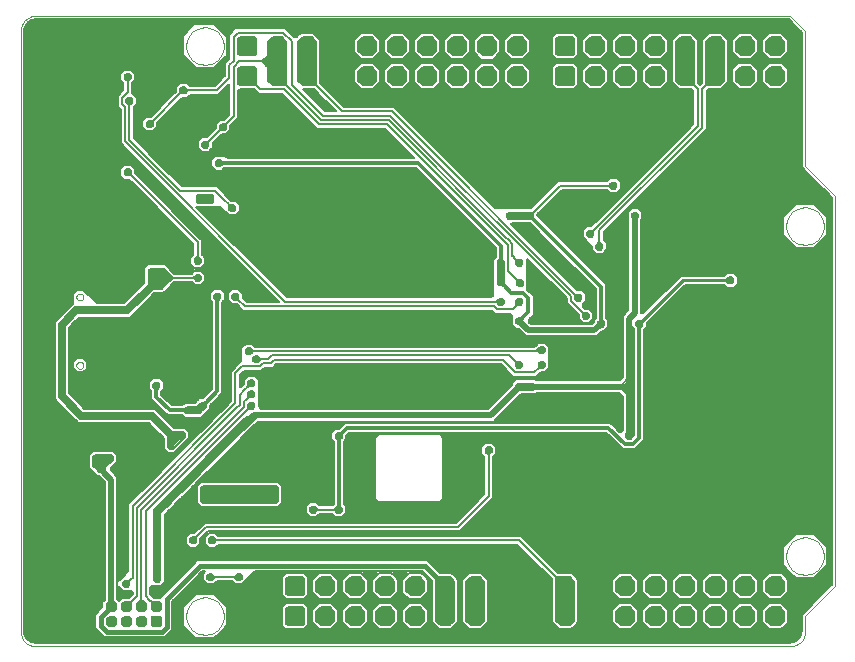
<source format=gbr>
G04 PROTEUS RS274X GERBER FILE*
%FSLAX45Y45*%
%MOMM*%
G01*
%ADD10C,0.190500*%
%ADD16C,0.300000*%
%ADD19C,0.400000*%
%ADD15C,0.550000*%
%ADD12C,0.250000*%
%ADD14C,0.360000*%
%ADD13C,0.470000*%
%ADD17C,0.500000*%
%ADD18C,0.660000*%
%ADD71C,0.609600*%
%AMPPAD022*
4,1,36,
0.323000,-0.450000,
-0.323000,-0.450000,
-0.348970,-0.447470,
-0.372980,-0.440200,
-0.394580,-0.428650,
-0.413290,-0.413290,
-0.428650,-0.394570,
-0.440200,-0.372980,
-0.447470,-0.348970,
-0.450000,-0.323000,
-0.450000,0.323000,
-0.447470,0.348970,
-0.440200,0.372980,
-0.428650,0.394570,
-0.413290,0.413290,
-0.394580,0.428650,
-0.372980,0.440200,
-0.348970,0.447470,
-0.323000,0.450000,
0.323000,0.450000,
0.348970,0.447470,
0.372980,0.440200,
0.394580,0.428650,
0.413290,0.413290,
0.428650,0.394570,
0.440200,0.372980,
0.447470,0.348970,
0.450000,0.323000,
0.450000,-0.323000,
0.447470,-0.348970,
0.440200,-0.372980,
0.428650,-0.394570,
0.413290,-0.413290,
0.394580,-0.428650,
0.372980,-0.440200,
0.348970,-0.447470,
0.323000,-0.450000,
0*%
%ADD72PPAD022*%
%ADD73C,0.900000*%
%AMPPAD024*
4,1,36,
-0.546000,0.800000,
0.546000,0.800000,
0.597930,0.794950,
0.645960,0.780400,
0.689150,0.757300,
0.726580,0.726580,
0.757300,0.689150,
0.780400,0.645960,
0.794950,0.597930,
0.800000,0.546000,
0.800000,-0.546000,
0.794950,-0.597930,
0.780400,-0.645960,
0.757300,-0.689150,
0.726580,-0.726580,
0.689150,-0.757300,
0.645960,-0.780400,
0.597930,-0.794950,
0.546000,-0.800000,
-0.546000,-0.800000,
-0.597930,-0.794950,
-0.645960,-0.780400,
-0.689150,-0.757300,
-0.726580,-0.726580,
-0.757300,-0.689150,
-0.780400,-0.645960,
-0.794950,-0.597930,
-0.800000,-0.546000,
-0.800000,0.546000,
-0.794950,0.597930,
-0.780400,0.645960,
-0.757300,0.689150,
-0.726580,0.726580,
-0.689150,0.757300,
-0.645960,0.780400,
-0.597930,0.794950,
-0.546000,0.800000,
0*%
%ADD30PPAD024*%
%ADD31C,1.600000*%
%AMDIL038*
4,1,8,
-0.800100,0.243840,-0.637540,0.406400,0.637540,0.406400,0.800100,0.243840,0.800100,-0.243840,
0.637540,-0.406400,-0.637540,-0.406400,-0.800100,-0.243840,-0.800100,0.243840,
0*%
%ADD44DIL038*%
%ADD45C,0.127000*%
%AMPPAD044*
4,1,36,
1.050000,0.195200,
1.050000,-0.195200,
1.043940,-0.257520,
1.026490,-0.315160,
0.998770,-0.366980,
0.961890,-0.411890,
0.916980,-0.448760,
0.865160,-0.476480,
0.807520,-0.493930,
0.745200,-0.500000,
-0.745200,-0.500000,
-0.807520,-0.493930,
-0.865160,-0.476480,
-0.916980,-0.448760,
-0.961890,-0.411890,
-0.998770,-0.366980,
-1.026490,-0.315160,
-1.043940,-0.257520,
-1.050000,-0.195200,
-1.050000,0.195200,
-1.043940,0.257520,
-1.026490,0.315160,
-0.998770,0.366980,
-0.961890,0.411890,
-0.916980,0.448760,
-0.865160,0.476480,
-0.807520,0.493930,
-0.745200,0.500000,
0.745200,0.500000,
0.807520,0.493930,
0.865160,0.476480,
0.916980,0.448760,
0.961890,0.411890,
0.998770,0.366980,
1.026490,0.315160,
1.043940,0.257520,
1.050000,0.195200,
0*%
%ADD50PPAD044*%
%AMPPAD045*
4,1,36,
0.900000,0.195200,
0.900000,-0.195200,
0.893940,-0.257520,
0.876490,-0.315160,
0.848770,-0.366980,
0.811890,-0.411890,
0.766980,-0.448760,
0.715160,-0.476480,
0.657520,-0.493930,
0.595200,-0.500000,
-0.595200,-0.500000,
-0.657520,-0.493930,
-0.715160,-0.476480,
-0.766980,-0.448760,
-0.811890,-0.411890,
-0.848770,-0.366980,
-0.876490,-0.315160,
-0.893940,-0.257520,
-0.900000,-0.195200,
-0.900000,0.195200,
-0.893940,0.257520,
-0.876490,0.315160,
-0.848770,0.366980,
-0.811890,0.411890,
-0.766980,0.448760,
-0.715160,0.476480,
-0.657520,0.493930,
-0.595200,0.500000,
0.595200,0.500000,
0.657520,0.493930,
0.715160,0.476480,
0.766980,0.448760,
0.811890,0.411890,
0.848770,0.366980,
0.876490,0.315160,
0.893940,0.257520,
0.900000,0.195200,
0*%
%ADD51PPAD045*%
%ADD55C,0.025400*%
G36*
X+3778250Y+450850D02*
X+3778250Y+311150D01*
X+3917950Y+311150D01*
X+3917950Y+450850D01*
X+3778250Y+450850D01*
G37*
G36*
X+4540250Y+444500D02*
X+4540250Y+304800D01*
X+4679950Y+304800D01*
X+4679950Y+444500D01*
X+4540250Y+444500D01*
G37*
G36*
X+5810250Y+5016500D02*
X+5810250Y+4876800D01*
X+5949950Y+4876800D01*
X+5949950Y+5016500D01*
X+5810250Y+5016500D01*
G37*
G36*
X+5556250Y+5010150D02*
X+5556250Y+4870450D01*
X+5695950Y+4870450D01*
X+5695950Y+5010150D01*
X+5556250Y+5010150D01*
G37*
G36*
X+2355850Y+5016500D02*
X+2355850Y+4876800D01*
X+2495550Y+4876800D01*
X+2495550Y+5016500D01*
X+2355850Y+5016500D01*
G37*
G36*
X+2101850Y+5016500D02*
X+2101850Y+4876800D01*
X+2241550Y+4876800D01*
X+2241550Y+5016500D01*
X+2101850Y+5016500D01*
G37*
G36*
X+2495550Y+5187950D02*
X+2863850Y+5187950D01*
X+2813050Y+5137150D01*
X+2813050Y+4572000D01*
X+2743200Y+4572000D01*
X+2546350Y+4768850D01*
X+2546350Y+5137150D01*
X+2495550Y+5187950D01*
G37*
G36*
X+2825750Y+4756150D02*
X+2825750Y+4572000D01*
X+3162300Y+4572000D01*
X+4019550Y+3714750D01*
X+4057650Y+3714750D01*
X+4057650Y+4705350D01*
X+2876550Y+4705350D01*
X+2825750Y+4756150D01*
G37*
G36*
X+3003550Y+5187950D02*
X+3117850Y+5187950D01*
X+3067050Y+5137150D01*
X+3067050Y+4768850D01*
X+3117850Y+4718050D01*
X+3003550Y+4718050D01*
X+3054350Y+4768850D01*
X+3054350Y+5137150D01*
X+3003550Y+5187950D01*
G37*
G36*
X+3257550Y+5187950D02*
X+3371850Y+5187950D01*
X+3321050Y+5137150D01*
X+3321050Y+4768850D01*
X+3371850Y+4718050D01*
X+3257550Y+4718050D01*
X+3308350Y+4768850D01*
X+3308350Y+5137150D01*
X+3257550Y+5187950D01*
G37*
G36*
X+3511550Y+5187950D02*
X+3625850Y+5187950D01*
X+3575050Y+5137150D01*
X+3575050Y+4768850D01*
X+3625850Y+4718050D01*
X+3511550Y+4718050D01*
X+3562350Y+4768850D01*
X+3562350Y+5137150D01*
X+3511550Y+5187950D01*
G37*
G36*
X+3765550Y+5187950D02*
X+3879850Y+5187950D01*
X+3829050Y+5137150D01*
X+3829050Y+4768850D01*
X+3879850Y+4718050D01*
X+3765550Y+4718050D01*
X+3816350Y+4768850D01*
X+3816350Y+5137150D01*
X+3765550Y+5187950D01*
G37*
G36*
X+4019550Y+5187950D02*
X+4133850Y+5187950D01*
X+4083050Y+5137150D01*
X+4083050Y+4768850D01*
X+4133850Y+4718050D01*
X+4019550Y+4718050D01*
X+4070350Y+4768850D01*
X+4070350Y+5137150D01*
X+4019550Y+5187950D01*
G37*
G36*
X+4933950Y+5187950D02*
X+5048250Y+5187950D01*
X+4997450Y+5137150D01*
X+4997450Y+4768850D01*
X+5048250Y+4718050D01*
X+4933950Y+4718050D01*
X+4984750Y+4768850D01*
X+4984750Y+5137150D01*
X+4933950Y+5187950D01*
G37*
G36*
X+4705350Y+5187950D02*
X+4794250Y+5187950D01*
X+4743450Y+5137150D01*
X+4743450Y+4768850D01*
X+4794250Y+4718050D01*
X+4705350Y+4718050D01*
X+4730750Y+4743450D01*
X+4730750Y+5162550D01*
X+4705350Y+5187950D01*
G37*
G36*
X+5187950Y+5187950D02*
X+5302250Y+5187950D01*
X+5251450Y+5137150D01*
X+5251450Y+4768850D01*
X+5302250Y+4718050D01*
X+5187950Y+4718050D01*
X+5238750Y+4768850D01*
X+5238750Y+5137150D01*
X+5187950Y+5187950D01*
G37*
G36*
X+5441950Y+5187950D02*
X+5556250Y+5187950D01*
X+5505450Y+5137150D01*
X+5505450Y+4768850D01*
X+5556250Y+4718050D01*
X+5441950Y+4718050D01*
X+5492750Y+4768850D01*
X+5492750Y+5137150D01*
X+5441950Y+5187950D01*
G37*
G36*
X+5695950Y+5187950D02*
X+5810250Y+5187950D01*
X+5759450Y+5137150D01*
X+5759450Y+4768850D01*
X+5753100Y+4762500D01*
X+5746750Y+4768850D01*
X+5746750Y+5137150D01*
X+5695950Y+5187950D01*
G37*
G36*
X+5949950Y+5187950D02*
X+6064250Y+5187950D01*
X+6013450Y+5137150D01*
X+6013450Y+4768850D01*
X+6064250Y+4718050D01*
X+5949950Y+4718050D01*
X+6000750Y+4768850D01*
X+6000750Y+5137150D01*
X+5949950Y+5187950D01*
G37*
G36*
X+6203950Y+5187950D02*
X+6318250Y+5187950D01*
X+6267450Y+5137150D01*
X+6267450Y+4768850D01*
X+6318250Y+4718050D01*
X+6203950Y+4718050D01*
X+6254750Y+4768850D01*
X+6254750Y+5137150D01*
X+6203950Y+5187950D01*
G37*
G36*
X+6457950Y+5187950D02*
X+6508750Y+5137150D01*
X+6508750Y+4768850D01*
X+6457950Y+4718050D01*
X+6604000Y+4718050D01*
X+6604000Y+5187950D01*
X+6457950Y+5187950D01*
G37*
G36*
X+6496050Y+5010150D02*
X+6496050Y+4902200D01*
X+6451600Y+4946650D01*
X+6330950Y+4946650D01*
X+6280150Y+4895850D01*
X+6280150Y+5010150D01*
X+6330950Y+4959350D01*
X+6445250Y+4959350D01*
X+6496050Y+5010150D01*
G37*
G36*
X+6242050Y+5010150D02*
X+6242050Y+4902200D01*
X+6197600Y+4946650D01*
X+6076950Y+4946650D01*
X+6026150Y+4895850D01*
X+6026150Y+5010150D01*
X+6076950Y+4959350D01*
X+6191250Y+4959350D01*
X+6242050Y+5010150D01*
G37*
G36*
X+5480050Y+5010150D02*
X+5480050Y+4902200D01*
X+5435600Y+4946650D01*
X+5314950Y+4946650D01*
X+5264150Y+4895850D01*
X+5264150Y+5010150D01*
X+5314950Y+4959350D01*
X+5429250Y+4959350D01*
X+5480050Y+5010150D01*
G37*
G36*
X+5226050Y+5010150D02*
X+5226050Y+4902200D01*
X+5181600Y+4946650D01*
X+5060950Y+4946650D01*
X+5010150Y+4895850D01*
X+5010150Y+5010150D01*
X+5060950Y+4959350D01*
X+5175250Y+4959350D01*
X+5226050Y+5010150D01*
G37*
G36*
X+4972050Y+5010150D02*
X+4972050Y+4902200D01*
X+4927600Y+4946650D01*
X+4806950Y+4946650D01*
X+4756150Y+4895850D01*
X+4756150Y+5010150D01*
X+4806950Y+4959350D01*
X+4921250Y+4959350D01*
X+4972050Y+5010150D01*
G37*
G36*
X+4718050Y+4984750D02*
X+4718050Y+4921250D01*
X+4692650Y+4946650D01*
X+4527550Y+4946650D01*
X+4502150Y+4921250D01*
X+4502150Y+4991100D01*
X+4533900Y+4959350D01*
X+4692650Y+4959350D01*
X+4718050Y+4984750D01*
G37*
G36*
X+4273550Y+5187950D02*
X+4514850Y+5187950D01*
X+4489450Y+5162550D01*
X+4489450Y+4743450D01*
X+4514850Y+4718050D01*
X+4273550Y+4718050D01*
X+4324350Y+4768850D01*
X+4324350Y+5137150D01*
X+4273550Y+5187950D01*
G37*
G36*
X+4311650Y+5010150D02*
X+4311650Y+4902200D01*
X+4267200Y+4946650D01*
X+4146550Y+4946650D01*
X+4095750Y+4895850D01*
X+4095750Y+5010150D01*
X+4146550Y+4959350D01*
X+4260850Y+4959350D01*
X+4311650Y+5010150D01*
G37*
G36*
X+4057650Y+5010150D02*
X+4057650Y+4902200D01*
X+4013200Y+4946650D01*
X+3892550Y+4946650D01*
X+3841750Y+4895850D01*
X+3841750Y+5010150D01*
X+3892550Y+4959350D01*
X+4006850Y+4959350D01*
X+4057650Y+5010150D01*
G37*
G36*
X+3803650Y+5010150D02*
X+3803650Y+4902200D01*
X+3759200Y+4946650D01*
X+3638550Y+4946650D01*
X+3587750Y+4895850D01*
X+3587750Y+5010150D01*
X+3638550Y+4959350D01*
X+3752850Y+4959350D01*
X+3803650Y+5010150D01*
G37*
G36*
X+3549650Y+5010150D02*
X+3549650Y+4902200D01*
X+3505200Y+4946650D01*
X+3384550Y+4946650D01*
X+3333750Y+4895850D01*
X+3333750Y+5010150D01*
X+3384550Y+4959350D01*
X+3498850Y+4959350D01*
X+3549650Y+5010150D01*
G37*
G36*
X+3295650Y+5010150D02*
X+3295650Y+4902200D01*
X+3251200Y+4946650D01*
X+3130550Y+4946650D01*
X+3079750Y+4895850D01*
X+3079750Y+5010150D01*
X+3130550Y+4959350D01*
X+3244850Y+4959350D01*
X+3295650Y+5010150D01*
G37*
G36*
X+3041650Y+5010150D02*
X+3041650Y+4902200D01*
X+2997200Y+4946650D01*
X+2876550Y+4946650D01*
X+2825750Y+4895850D01*
X+2825750Y+5010150D01*
X+2876550Y+4959350D01*
X+2990850Y+4959350D01*
X+3041650Y+5010150D01*
G37*
G36*
X+1492250Y+3048000D02*
X+1593850Y+2946400D01*
X+1593850Y+2984500D01*
X+1638300Y+3028950D01*
X+1695450Y+3028950D01*
X+1739900Y+2984500D01*
X+1739900Y+2946400D01*
X+1746250Y+2940050D01*
X+1746250Y+2984500D01*
X+1790700Y+3028950D01*
X+1828800Y+3028950D01*
X+1568450Y+3289300D01*
X+1568450Y+3232150D01*
X+1536700Y+3200400D01*
X+1536700Y+3181350D01*
X+1568450Y+3149600D01*
X+1568450Y+3086100D01*
X+1530350Y+3048000D01*
X+1492250Y+3048000D01*
G37*
G36*
X+1885950Y+2990850D02*
X+1885950Y+2952750D01*
X+1917700Y+2921000D01*
X+2171700Y+2921000D01*
X+977900Y+4114800D01*
X+977900Y+4006850D01*
X+1543050Y+3441700D01*
X+1543050Y+3333750D01*
X+1885950Y+2990850D01*
G37*
G36*
X+4749800Y+2730500D02*
X+4324350Y+2730500D01*
X+4311650Y+2743200D01*
X+4311650Y+2762250D01*
X+4356100Y+2806700D01*
X+4356100Y+2965450D01*
X+4298950Y+3022600D01*
X+4298950Y+3257550D01*
X+4616450Y+2940050D01*
X+4616450Y+2901950D01*
X+4718050Y+2800350D01*
X+4718050Y+2762250D01*
X+4749800Y+2730500D01*
G37*
G36*
X+4984750Y+3968750D02*
X+4959350Y+3943350D01*
X+4546600Y+3943350D01*
X+4318000Y+3714750D01*
X+4070350Y+3714750D01*
X+4070350Y+4705350D01*
X+4502150Y+4705350D01*
X+5010150Y+4197350D01*
X+5010150Y+3968750D01*
X+4984750Y+3968750D01*
G37*
G36*
X+5086350Y+3930650D02*
X+5086350Y+3822700D01*
X+5689600Y+4425950D01*
X+5689600Y+4692650D01*
X+5676900Y+4705350D01*
X+4521200Y+4705350D01*
X+5022850Y+4203700D01*
X+5022850Y+3968750D01*
X+5048250Y+3968750D01*
X+5086350Y+3930650D01*
G37*
G36*
X+4445000Y+2616200D02*
X+4406900Y+2578100D01*
X+4445000Y+2578100D01*
X+4483100Y+2540000D01*
X+4483100Y+2349500D01*
X+4445000Y+2311400D01*
X+4406900Y+2311400D01*
X+4362450Y+2266950D01*
X+4362450Y+2260600D01*
X+5073650Y+2260600D01*
X+5092700Y+2279650D01*
X+5092700Y+2800350D01*
X+5137150Y+2844800D01*
X+5137150Y+3606800D01*
X+5130800Y+3613150D01*
X+5130800Y+3683000D01*
X+4946650Y+3498850D01*
X+4946650Y+3441700D01*
X+4972050Y+3416300D01*
X+4972050Y+3352800D01*
X+4965700Y+3346450D01*
X+4965700Y+2781300D01*
X+4984750Y+2762250D01*
X+4984750Y+2698750D01*
X+4946650Y+2660650D01*
X+4927600Y+2660650D01*
X+4883150Y+2616200D01*
X+4445000Y+2616200D01*
G37*
G36*
X+5181600Y+3740150D02*
X+5156200Y+3714750D01*
X+5232400Y+3714750D01*
X+5270500Y+3676650D01*
X+5270500Y+3613150D01*
X+5264150Y+3606800D01*
X+5264150Y+2825750D01*
X+5270500Y+2825750D01*
X+5588000Y+3143250D01*
X+5956300Y+3143250D01*
X+5981700Y+3168650D01*
X+6038850Y+3168650D01*
X+6083300Y+3124200D01*
X+6083300Y+3092450D01*
X+6369050Y+3378200D01*
X+6540500Y+3378200D01*
X+6445250Y+3473450D01*
X+6445250Y+3638550D01*
X+6546850Y+3740150D01*
X+5181600Y+3740150D01*
G37*
G36*
X+6724650Y+3930650D02*
X+6724650Y+3746500D01*
X+6838950Y+3632200D01*
X+6838950Y+3479800D01*
X+6737350Y+3378200D01*
X+6858000Y+3378200D01*
X+6858000Y+3797300D01*
X+6724650Y+3930650D01*
G37*
G36*
X+6711950Y+3752850D02*
X+5200650Y+3752850D01*
X+5816600Y+4368800D01*
X+5816600Y+4699000D01*
X+5822950Y+4705350D01*
X+6604000Y+4705350D01*
X+6604000Y+4051300D01*
X+6711950Y+3943350D01*
X+6711950Y+3752850D01*
G37*
G36*
X+6858000Y+3359150D02*
X+6858000Y+3041650D01*
X+6057900Y+3041650D01*
X+6375400Y+3359150D01*
X+6858000Y+3359150D01*
G37*
G36*
X+730250Y+4108450D02*
X+838200Y+4000500D01*
X+838200Y+4044950D01*
X+876300Y+4083050D01*
X+939800Y+4083050D01*
X+965200Y+4057650D01*
X+965200Y+4127500D01*
X+730250Y+4362450D01*
X+730250Y+4108450D01*
G37*
G36*
X+1682750Y+1981200D02*
X+1587500Y+1981200D01*
X+1612900Y+2006600D01*
X+1612900Y+2038350D01*
X+1714500Y+2139950D01*
X+1714500Y+2552700D01*
X+1885950Y+2552700D01*
X+1860550Y+2527300D01*
X+1860550Y+2413000D01*
X+1771650Y+2324100D01*
X+1771650Y+2070100D01*
X+1682750Y+1981200D01*
G37*
G36*
X+1733550Y+2927350D02*
X+1714500Y+2908300D01*
X+1714500Y+2565400D01*
X+1968500Y+2565400D01*
X+1993900Y+2540000D01*
X+4343400Y+2540000D01*
X+4419600Y+2616200D01*
X+4273550Y+2616200D01*
X+4216400Y+2673350D01*
X+4197350Y+2673350D01*
X+4152900Y+2717800D01*
X+4152900Y+2794000D01*
X+4140200Y+2806700D01*
X+4013200Y+2806700D01*
X+3987800Y+2832100D01*
X+1879600Y+2832100D01*
X+1822450Y+2889250D01*
X+1778000Y+2889250D01*
X+1739900Y+2927350D01*
X+1733550Y+2927350D01*
G37*
G36*
X+4349750Y+2273300D02*
X+4343400Y+2266950D01*
X+4191000Y+2266950D01*
X+4152900Y+2228850D01*
X+4152900Y+2216150D01*
X+3962400Y+2019300D01*
X+2038350Y+2019300D01*
X+2025650Y+2032000D01*
X+2025650Y+2254250D01*
X+1981200Y+2298700D01*
X+1924050Y+2298700D01*
X+1885950Y+2260600D01*
X+1885950Y+2222500D01*
X+1866900Y+2203450D01*
X+1860550Y+2203450D01*
X+1860550Y+2292350D01*
X+1892300Y+2324100D01*
X+2044700Y+2324100D01*
X+2070100Y+2349500D01*
X+2139950Y+2349500D01*
X+2171700Y+2381250D01*
X+4064000Y+2381250D01*
X+4171950Y+2273300D01*
X+4349750Y+2273300D01*
G37*
G36*
X+5073650Y+2133600D02*
X+5092700Y+2114550D01*
X+5092700Y+1828800D01*
X+5086350Y+1822450D01*
X+5073650Y+1822450D01*
X+5003800Y+1892300D01*
X+4006850Y+1892300D01*
X+4241800Y+2127250D01*
X+4356100Y+2127250D01*
X+4362450Y+2133600D01*
X+5073650Y+2133600D01*
G37*
G36*
X+1403350Y+850900D02*
X+1403350Y+641350D01*
X+1498600Y+736600D01*
X+1536700Y+736600D01*
X+1625600Y+825500D01*
X+1593850Y+825500D01*
X+1549400Y+869950D01*
X+1549400Y+920750D01*
X+1530350Y+901700D01*
X+1530350Y+863600D01*
X+1492250Y+825500D01*
X+1428750Y+825500D01*
X+1403350Y+850900D01*
G37*
G36*
X+4229100Y+1289050D02*
X+4229100Y+939800D01*
X+1676400Y+939800D01*
X+1651000Y+965200D01*
X+3905250Y+965200D01*
X+4229100Y+1289050D01*
G37*
G36*
X+3917950Y+615950D02*
X+4438650Y+615950D01*
X+4489450Y+565150D01*
X+4489450Y+196850D01*
X+4540250Y+146050D01*
X+3917950Y+146050D01*
X+3968750Y+196850D01*
X+3968750Y+565150D01*
X+3917950Y+615950D01*
G37*
G36*
X+4679950Y+615950D02*
X+5048250Y+615950D01*
X+4997450Y+565150D01*
X+4997450Y+196850D01*
X+5048250Y+146050D01*
X+4679950Y+146050D01*
X+4730750Y+196850D01*
X+4730750Y+565150D01*
X+4679950Y+615950D01*
G37*
G36*
X+5010150Y+438150D02*
X+5010150Y+323850D01*
X+5060950Y+374650D01*
X+6445250Y+374650D01*
X+6496050Y+323850D01*
X+6496050Y+438150D01*
X+6445250Y+387350D01*
X+5060950Y+387350D01*
X+5010150Y+438150D01*
G37*
G36*
X+5187950Y+615950D02*
X+5302250Y+615950D01*
X+5251450Y+565150D01*
X+5251450Y+450850D01*
X+5302250Y+400050D01*
X+5187950Y+400050D01*
X+5238750Y+450850D01*
X+5238750Y+565150D01*
X+5187950Y+615950D01*
G37*
G36*
X+5441950Y+615950D02*
X+5556250Y+615950D01*
X+5505450Y+565150D01*
X+5505450Y+450850D01*
X+5556250Y+400050D01*
X+5441950Y+400050D01*
X+5492750Y+450850D01*
X+5492750Y+565150D01*
X+5441950Y+615950D01*
G37*
G36*
X+5695950Y+615950D02*
X+5810250Y+615950D01*
X+5759450Y+565150D01*
X+5759450Y+450850D01*
X+5810250Y+400050D01*
X+5695950Y+400050D01*
X+5746750Y+450850D01*
X+5746750Y+565150D01*
X+5695950Y+615950D01*
G37*
G36*
X+5949950Y+615950D02*
X+6064250Y+615950D01*
X+6013450Y+565150D01*
X+6013450Y+450850D01*
X+6064250Y+400050D01*
X+5949950Y+400050D01*
X+6000750Y+450850D01*
X+6000750Y+565150D01*
X+5949950Y+615950D01*
G37*
G36*
X+6203950Y+615950D02*
X+6318250Y+615950D01*
X+6267450Y+565150D01*
X+6267450Y+450850D01*
X+6318250Y+400050D01*
X+6203950Y+400050D01*
X+6254750Y+450850D01*
X+6254750Y+565150D01*
X+6203950Y+615950D01*
G37*
G36*
X+6203950Y+361950D02*
X+6318250Y+361950D01*
X+6267450Y+311150D01*
X+6267450Y+196850D01*
X+6318250Y+146050D01*
X+6203950Y+146050D01*
X+6254750Y+196850D01*
X+6254750Y+311150D01*
X+6203950Y+361950D01*
G37*
G36*
X+5949950Y+361950D02*
X+6064250Y+361950D01*
X+6013450Y+311150D01*
X+6013450Y+196850D01*
X+6064250Y+146050D01*
X+5949950Y+146050D01*
X+6000750Y+196850D01*
X+6000750Y+311150D01*
X+5949950Y+361950D01*
G37*
G36*
X+5695950Y+361950D02*
X+5810250Y+361950D01*
X+5759450Y+311150D01*
X+5759450Y+196850D01*
X+5810250Y+146050D01*
X+5695950Y+146050D01*
X+5746750Y+196850D01*
X+5746750Y+311150D01*
X+5695950Y+361950D01*
G37*
G36*
X+5441950Y+361950D02*
X+5556250Y+361950D01*
X+5505450Y+311150D01*
X+5505450Y+196850D01*
X+5556250Y+146050D01*
X+5441950Y+146050D01*
X+5492750Y+196850D01*
X+5492750Y+311150D01*
X+5441950Y+361950D01*
G37*
G36*
X+5187950Y+361950D02*
X+5302250Y+361950D01*
X+5251450Y+311150D01*
X+5251450Y+196850D01*
X+5302250Y+146050D01*
X+5187950Y+146050D01*
X+5238750Y+196850D01*
X+5238750Y+311150D01*
X+5187950Y+361950D01*
G37*
G36*
X+2647950Y+615950D02*
X+2762250Y+615950D01*
X+2711450Y+565150D01*
X+2711450Y+450850D01*
X+2762250Y+400050D01*
X+2647950Y+400050D01*
X+2698750Y+450850D01*
X+2698750Y+565150D01*
X+2647950Y+615950D01*
G37*
G36*
X+2647950Y+361950D02*
X+2762250Y+361950D01*
X+2711450Y+311150D01*
X+2711450Y+196850D01*
X+2762250Y+146050D01*
X+2647950Y+146050D01*
X+2698750Y+196850D01*
X+2698750Y+311150D01*
X+2647950Y+361950D01*
G37*
G36*
X+2419350Y+400050D02*
X+2508250Y+400050D01*
X+2457450Y+450850D01*
X+2457450Y+565150D01*
X+2508250Y+615950D01*
X+2419350Y+615950D01*
X+2444750Y+590550D01*
X+2444750Y+425450D01*
X+2419350Y+400050D01*
G37*
G36*
X+2419350Y+146050D02*
X+2508250Y+146050D01*
X+2457450Y+196850D01*
X+2457450Y+311150D01*
X+2508250Y+361950D01*
X+2419350Y+361950D01*
X+2444750Y+336550D01*
X+2444750Y+171450D01*
X+2419350Y+146050D01*
G37*
G36*
X+6419850Y+133350D02*
X+6324600Y+38100D01*
X+2355850Y+38100D01*
X+2260600Y+133350D01*
X+6419850Y+133350D01*
G37*
G36*
X+3663950Y+146050D02*
X+3778250Y+146050D01*
X+3727450Y+196850D01*
X+3727450Y+565150D01*
X+3778250Y+615950D01*
X+3663950Y+615950D01*
X+3714750Y+565150D01*
X+3714750Y+196850D01*
X+3663950Y+146050D01*
G37*
G36*
X+6350000Y+38100D02*
X+6515100Y+38100D01*
X+6533277Y+39995D01*
X+6550087Y+45448D01*
X+6578302Y+65633D01*
X+6597141Y+95864D01*
X+6604000Y+133350D01*
X+6604000Y+266700D01*
X+6858000Y+520700D01*
X+6858000Y+939800D01*
X+6737350Y+939800D01*
X+6838950Y+838200D01*
X+6838950Y+679450D01*
X+6724650Y+565150D01*
X+6559550Y+565150D01*
X+6464300Y+660400D01*
X+6464300Y+609600D01*
X+6508750Y+565150D01*
X+6508750Y+196850D01*
X+6350000Y+38100D01*
G37*
G36*
X+4552950Y+628650D02*
X+6445250Y+628650D01*
X+6445250Y+844550D01*
X+6559550Y+958850D01*
X+6858000Y+958850D01*
X+6858000Y+1587500D01*
X+4527550Y+1587500D01*
X+4527550Y+1587500D01*
X+4248150Y+1308100D01*
X+4248150Y+933450D01*
X+4552950Y+628650D01*
G37*
G36*
X+5289550Y+1739900D02*
X+5149850Y+1600200D01*
X+6858000Y+1600200D01*
X+6858000Y+3028950D01*
X+5975350Y+3028950D01*
X+5956300Y+3048000D01*
X+5626100Y+3048000D01*
X+5308600Y+2730500D01*
X+5308600Y+2698750D01*
X+5289550Y+2679700D01*
X+5289550Y+1739900D01*
G37*
G36*
X+1562100Y+736600D02*
X+3441700Y+736600D01*
X+3549650Y+628650D01*
X+4425950Y+628650D01*
X+4203700Y+850900D01*
X+1676400Y+850900D01*
X+1562100Y+736600D01*
G37*
G36*
X+2216150Y+412750D02*
X+2216150Y+349250D01*
X+2241550Y+374650D01*
X+3397250Y+374650D01*
X+3448050Y+323850D01*
X+3448050Y+438150D01*
X+3397250Y+387350D01*
X+2241550Y+387350D01*
X+2216150Y+412750D01*
G37*
G36*
X+2901950Y+615950D02*
X+3016250Y+615950D01*
X+2965450Y+565150D01*
X+2965450Y+450850D01*
X+3016250Y+400050D01*
X+2901950Y+400050D01*
X+2952750Y+450850D01*
X+2952750Y+565150D01*
X+2901950Y+615950D01*
G37*
G36*
X+3155950Y+615950D02*
X+3270250Y+615950D01*
X+3219450Y+565150D01*
X+3219450Y+450850D01*
X+3270250Y+400050D01*
X+3155950Y+400050D01*
X+3206750Y+450850D01*
X+3206750Y+565150D01*
X+3155950Y+615950D01*
G37*
G36*
X+3155950Y+361950D02*
X+3270250Y+361950D01*
X+3219450Y+311150D01*
X+3219450Y+196850D01*
X+3270250Y+146050D01*
X+3155950Y+146050D01*
X+3206750Y+196850D01*
X+3206750Y+311150D01*
X+3155950Y+361950D01*
G37*
G36*
X+2901950Y+361950D02*
X+3016250Y+361950D01*
X+2965450Y+311150D01*
X+2965450Y+196850D01*
X+3016250Y+146050D01*
X+2901950Y+146050D01*
X+2952750Y+196850D01*
X+2952750Y+311150D01*
X+2901950Y+361950D01*
G37*
G36*
X+3524250Y+311150D02*
X+3524250Y+450850D01*
X+3663950Y+450850D01*
X+3663950Y+311150D01*
X+3524250Y+311150D01*
G37*
G36*
X+3409950Y+146050D02*
X+3524250Y+146050D01*
X+3473450Y+196850D01*
X+3473450Y+552450D01*
X+3460750Y+565150D01*
X+3460750Y+196850D01*
X+3409950Y+146050D01*
G37*
G36*
X+641350Y+133350D02*
X+641350Y+38100D01*
X+1600200Y+38100D01*
X+1619250Y+57150D01*
X+1479550Y+57150D01*
X+1365250Y+171450D01*
X+1365250Y+336550D01*
X+1479550Y+450850D01*
X+1619250Y+450850D01*
X+1536700Y+533400D01*
X+1536700Y+615950D01*
X+1543050Y+622300D01*
X+1536700Y+622300D01*
X+1295400Y+381000D01*
X+1295400Y+139700D01*
X+1219200Y+63500D01*
X+711200Y+63500D01*
X+641350Y+133350D01*
G37*
G36*
X+825500Y+400050D02*
X+831850Y+393700D01*
X+838200Y+393700D01*
X+863600Y+419100D01*
X+914400Y+419100D01*
X+939800Y+444500D01*
X+939800Y+450850D01*
X+933450Y+457200D01*
X+863600Y+457200D01*
X+825500Y+495300D01*
X+825500Y+400050D01*
G37*
G36*
X+38100Y+1428750D02*
X+666750Y+1428750D01*
X+711200Y+1384300D01*
X+711200Y+400050D01*
X+685800Y+374650D01*
X+685800Y+330200D01*
X+622300Y+266700D01*
X+622300Y+38100D01*
X+127000Y+38100D01*
X+108823Y+39995D01*
X+92013Y+45448D01*
X+63797Y+65633D01*
X+44958Y+95864D01*
X+38100Y+133350D01*
X+38100Y+1428750D01*
G37*
G36*
X+1625600Y+38100D02*
X+2336800Y+38100D01*
X+2203450Y+171450D01*
X+2203450Y+590550D01*
X+2235200Y+622300D01*
X+1987550Y+622300D01*
X+1879600Y+514350D01*
X+1816100Y+514350D01*
X+1790700Y+539750D01*
X+1663700Y+539750D01*
X+1638300Y+514350D01*
X+1574800Y+514350D01*
X+1758950Y+330200D01*
X+1758950Y+171450D01*
X+1625600Y+38100D01*
G37*
G36*
X+4954500Y+3333750D02*
X+4954500Y+3079750D01*
X+4383000Y+3651250D01*
X+4586200Y+3854450D01*
X+4960850Y+3854450D01*
X+4986250Y+3829050D01*
X+5049750Y+3829050D01*
X+5075150Y+3854450D01*
X+5075150Y+3803650D01*
X+4833850Y+3562350D01*
X+4795750Y+3562350D01*
X+4751300Y+3517900D01*
X+4751300Y+3460750D01*
X+4833850Y+3378200D01*
X+4833850Y+3352800D01*
X+4871950Y+3314700D01*
X+4929100Y+3314700D01*
X+4948150Y+3333750D01*
X+4954500Y+3333750D01*
G37*
G36*
X+4160750Y+3575050D02*
X+4713200Y+3022600D01*
X+4751300Y+3022600D01*
X+4795750Y+2978150D01*
X+4795750Y+2914650D01*
X+4770350Y+2889250D01*
X+4770350Y+2876550D01*
X+4783050Y+2863850D01*
X+4821150Y+2863850D01*
X+4852900Y+2832100D01*
X+4852900Y+2768600D01*
X+4859250Y+2768600D01*
X+4865600Y+2774950D01*
X+4865600Y+3016250D01*
X+4306800Y+3575050D01*
X+4160750Y+3575050D01*
G37*
G36*
X+2260600Y+2959100D02*
X+3981450Y+2959100D01*
X+3994150Y+2971800D01*
X+3994150Y+3276600D01*
X+4013200Y+3295650D01*
X+4013200Y+3371850D01*
X+3346450Y+4038600D01*
X+2260600Y+4038600D01*
X+2260600Y+2959100D01*
G37*
G36*
X+2254250Y+2965450D02*
X+1504950Y+3714750D01*
X+1689100Y+3714750D01*
X+1765300Y+3638550D01*
X+1822450Y+3638550D01*
X+1860550Y+3676650D01*
X+1860550Y+3740150D01*
X+1822450Y+3778250D01*
X+1784350Y+3778250D01*
X+1670050Y+3892550D01*
X+1670050Y+4019550D01*
X+1708150Y+4019550D01*
X+1727200Y+4038600D01*
X+2254250Y+4038600D01*
X+2254250Y+2965450D01*
G37*
G36*
X+1657350Y+4013200D02*
X+1657350Y+3898900D01*
X+1365250Y+3898900D01*
X+965200Y+4298950D01*
X+965200Y+4495800D01*
X+984250Y+4476750D01*
X+1047750Y+4476750D01*
X+1022350Y+4451350D01*
X+1022350Y+4387850D01*
X+1060450Y+4349750D01*
X+1123950Y+4349750D01*
X+1162050Y+4387850D01*
X+1162050Y+4425950D01*
X+1371600Y+4635500D01*
X+1409700Y+4635500D01*
X+1435100Y+4660900D01*
X+1676400Y+4660900D01*
X+1758950Y+4743450D01*
X+1758950Y+4502150D01*
X+1720850Y+4464050D01*
X+1682750Y+4464050D01*
X+1644650Y+4425950D01*
X+1644650Y+4387850D01*
X+1574800Y+4318000D01*
X+1536700Y+4318000D01*
X+1498600Y+4279900D01*
X+1498600Y+4210050D01*
X+1530350Y+4178300D01*
X+1600200Y+4178300D01*
X+1606550Y+4184650D01*
X+1606550Y+4057650D01*
X+1651000Y+4013200D01*
X+1657350Y+4013200D01*
G37*
G36*
X+1619250Y+4133850D02*
X+1625600Y+4133850D01*
X+1651000Y+4159250D01*
X+1733550Y+4159250D01*
X+1752600Y+4140200D01*
X+3314700Y+4140200D01*
X+3079750Y+4375150D01*
X+2508250Y+4375150D01*
X+2216150Y+4667250D01*
X+2012950Y+4667250D01*
X+1974850Y+4705350D01*
X+1860550Y+4705350D01*
X+1847850Y+4692650D01*
X+1847850Y+4464050D01*
X+1784350Y+4400550D01*
X+1784350Y+4362450D01*
X+1746250Y+4324350D01*
X+1708150Y+4324350D01*
X+1638300Y+4254500D01*
X+1638300Y+4222750D01*
X+1619250Y+4203700D01*
X+1619250Y+4133850D01*
G37*
G36*
X+1619250Y+5295900D02*
X+1746250Y+5168900D01*
X+1752600Y+5168900D01*
X+1822450Y+5238750D01*
X+2241550Y+5238750D01*
X+2317750Y+5162550D01*
X+2336800Y+5162550D01*
X+2374900Y+5200650D01*
X+6597650Y+5200650D01*
X+6502400Y+5295900D01*
X+1619250Y+5295900D01*
G37*
G36*
X+1765300Y+5010150D02*
X+1765300Y+4978400D01*
X+1727200Y+4940300D01*
X+1727200Y+4832350D01*
X+1638300Y+4743450D01*
X+1435100Y+4743450D01*
X+1403350Y+4775200D01*
X+1352550Y+4775200D01*
X+1308100Y+4730750D01*
X+1308100Y+4692650D01*
X+1104900Y+4489450D01*
X+990600Y+4489450D01*
X+965200Y+4514850D01*
X+965200Y+4559300D01*
X+990600Y+4584700D01*
X+990600Y+4648200D01*
X+952500Y+4686300D01*
X+952500Y+4762500D01*
X+977900Y+4787900D01*
X+977900Y+4845050D01*
X+946150Y+4876800D01*
X+1631950Y+4876800D01*
X+1765300Y+5010150D01*
G37*
G36*
X+730250Y+4876800D02*
X+869950Y+4876800D01*
X+838200Y+4845050D01*
X+838200Y+4787900D01*
X+863600Y+4762500D01*
X+863600Y+4705350D01*
X+812800Y+4654550D01*
X+812800Y+4572000D01*
X+838200Y+4546600D01*
X+838200Y+4273550D01*
X+730250Y+4381500D01*
X+730250Y+4876800D01*
G37*
G36*
X+38100Y+4889500D02*
X+1479550Y+4889500D01*
X+1371600Y+4997450D01*
X+1371600Y+5175250D01*
X+1473200Y+5276850D01*
X+1625600Y+5276850D01*
X+1606550Y+5295900D01*
X+133350Y+5295900D01*
X+95864Y+5289041D01*
X+65633Y+5270202D01*
X+45448Y+5241987D01*
X+39995Y+5225177D01*
X+38100Y+5207000D01*
X+38100Y+4889500D01*
G37*
G36*
X+2487100Y+4705349D02*
X+2658550Y+4533899D01*
X+2576000Y+4533899D01*
X+2404550Y+4705349D01*
X+2487100Y+4705349D01*
G37*
G36*
X+1106350Y+500300D02*
X+1100000Y+493950D01*
X+1100000Y+443150D01*
X+1125400Y+417750D01*
X+1182550Y+417750D01*
X+1392100Y+627300D01*
X+1392100Y+925750D01*
X+1430200Y+963850D01*
X+1468300Y+963850D01*
X+1557200Y+1052750D01*
X+1646100Y+1052750D01*
X+1760400Y+1167050D01*
X+1531800Y+1167050D01*
X+1487350Y+1211500D01*
X+1487350Y+1357550D01*
X+1512750Y+1382950D01*
X+1500050Y+1382950D01*
X+1227000Y+1109900D01*
X+1227000Y+538400D01*
X+1188900Y+500300D01*
X+1106350Y+500300D01*
G37*
G36*
X+2668450Y+1052750D02*
X+2700200Y+1084500D01*
X+2662100Y+1084500D01*
X+2636700Y+1109900D01*
X+2528750Y+1109900D01*
X+2503350Y+1084500D01*
X+2446200Y+1084500D01*
X+2408100Y+1122600D01*
X+2408100Y+1186100D01*
X+2446200Y+1224200D01*
X+2509700Y+1224200D01*
X+2535100Y+1198800D01*
X+2636700Y+1198800D01*
X+2643050Y+1205150D01*
X+2643050Y+1725850D01*
X+2624000Y+1744900D01*
X+2624000Y+1808400D01*
X+2662100Y+1846500D01*
X+2693850Y+1846500D01*
X+2725600Y+1878250D01*
X+2725600Y+1897300D01*
X+2014400Y+1897300D01*
X+1512750Y+1395650D01*
X+2185850Y+1395650D01*
X+2223950Y+1357550D01*
X+2223950Y+1205150D01*
X+2185850Y+1167050D01*
X+1773100Y+1167050D01*
X+1658800Y+1052750D01*
X+2668450Y+1052750D01*
G37*
G36*
X+1538150Y+1338500D02*
X+1538150Y+1230550D01*
X+1550850Y+1217850D01*
X+2160450Y+1217850D01*
X+2173150Y+1230550D01*
X+2173150Y+1332150D01*
X+2160450Y+1344850D01*
X+1544500Y+1344850D01*
X+1538150Y+1338500D01*
G37*
G36*
X+4027350Y+1719500D02*
X+4027350Y+1624250D01*
X+4001950Y+1598850D01*
X+4001950Y+1249600D01*
X+3728900Y+976550D01*
X+3900350Y+976550D01*
X+4522650Y+1598850D01*
X+5144950Y+1598850D01*
X+5208450Y+1662350D01*
X+5094150Y+1662350D01*
X+4954450Y+1802050D01*
X+4109900Y+1802050D01*
X+4027350Y+1719500D01*
G37*
G36*
X+1275080Y+3125570D02*
X+1275080Y+3112870D01*
X+1192530Y+3030320D01*
X+1097280Y+3030320D01*
X+1090930Y+3036670D01*
X+1090930Y+3182720D01*
X+1103630Y+3195420D01*
X+1205230Y+3195420D01*
X+1275080Y+3125570D01*
G37*
G36*
X+411480Y+2541370D02*
X+506730Y+2446120D01*
X+481330Y+2446120D01*
X+436880Y+2401670D01*
X+436880Y+2363570D01*
X+411480Y+2388970D01*
X+411480Y+2541370D01*
G37*
G36*
X+1173480Y+2020670D02*
X+538480Y+2020670D01*
X+417830Y+2141320D01*
X+417830Y+2363570D01*
X+468630Y+2312770D01*
X+532130Y+2312770D01*
X+563880Y+2344520D01*
X+563880Y+2408020D01*
X+417830Y+2554070D01*
X+417830Y+2693770D01*
X+500380Y+2776320D01*
X+932180Y+2776320D01*
X+1135380Y+2979520D01*
X+1211580Y+2979520D01*
X+1306830Y+3074770D01*
X+1446530Y+3074770D01*
X+1617980Y+2903320D01*
X+1617980Y+2179420D01*
X+1541780Y+2103220D01*
X+1510030Y+2103220D01*
X+1471930Y+2065120D01*
X+1389380Y+2065120D01*
X+1370330Y+2046070D01*
X+1281430Y+2046070D01*
X+1198880Y+2128620D01*
X+1198880Y+2154020D01*
X+1217930Y+2173070D01*
X+1217930Y+2236570D01*
X+1179830Y+2274670D01*
X+1122680Y+2274670D01*
X+1078230Y+2230220D01*
X+1078230Y+2179420D01*
X+1103630Y+2154020D01*
X+1103630Y+2084170D01*
X+1173480Y+2020670D01*
G37*
G36*
X+1148080Y+2007970D02*
X+1186180Y+2007970D01*
X+1243330Y+1950820D01*
X+1370330Y+1950820D01*
X+1389380Y+1931770D01*
X+1535430Y+1931770D01*
X+1573530Y+1969870D01*
X+1675130Y+1969870D01*
X+1433830Y+1728570D01*
X+1433830Y+1817470D01*
X+1395730Y+1855570D01*
X+1300480Y+1855570D01*
X+1148080Y+2007970D01*
G37*
G36*
X+36830Y+1442820D02*
X+525780Y+1442820D01*
X+500380Y+1468220D01*
X+500380Y+1868270D01*
X+278130Y+2090520D01*
X+278130Y+2744570D01*
X+436880Y+2903320D01*
X+436880Y+2985870D01*
X+474980Y+3023970D01*
X+532130Y+3023970D01*
X+646430Y+2909670D01*
X+875030Y+2909670D01*
X+1040130Y+3074770D01*
X+1040130Y+3201770D01*
X+1065530Y+3227170D01*
X+36830Y+3227170D01*
X+36830Y+1442820D01*
G37*
G36*
X+36830Y+3239870D02*
X+1230630Y+3239870D01*
X+1306830Y+3163670D01*
X+1446530Y+3163670D01*
X+1471930Y+3189070D01*
X+1427480Y+3233520D01*
X+1427480Y+3290670D01*
X+1452880Y+3316070D01*
X+1452880Y+3404970D01*
X+913130Y+3944720D01*
X+875030Y+3944720D01*
X+716280Y+4103470D01*
X+716280Y+4878170D01*
X+36830Y+4878170D01*
X+36830Y+3239870D01*
G37*
G36*
X+709930Y+1519020D02*
X+709930Y+1487270D01*
X+703580Y+1480920D01*
X+665480Y+1480920D01*
X+621030Y+1525370D01*
X+621030Y+1601570D01*
X+627380Y+1607920D01*
X+767080Y+1607920D01*
X+773430Y+1601570D01*
X+773430Y+1576170D01*
X+716280Y+1519020D01*
X+709930Y+1519020D01*
G37*
G36*
X+633730Y+1442820D02*
X+544830Y+1442820D01*
X+513080Y+1474570D01*
X+513080Y+1874620D01*
X+506730Y+1880970D01*
X+1084580Y+1880970D01*
X+1205230Y+1760320D01*
X+1205230Y+1665070D01*
X+1243330Y+1626970D01*
X+1306830Y+1626970D01*
X+1421130Y+1741270D01*
X+1421130Y+1715870D01*
X+906780Y+1201520D01*
X+906780Y+636370D01*
X+830580Y+560170D01*
X+830580Y+1430120D01*
X+767080Y+1493620D01*
X+767080Y+1499970D01*
X+824230Y+1557120D01*
X+824230Y+1620620D01*
X+786130Y+1658720D01*
X+608330Y+1658720D01*
X+570230Y+1620620D01*
X+570230Y+1506320D01*
X+633730Y+1442820D01*
G37*
G36*
X+3829050Y+1199800D02*
X+3683000Y+1053750D01*
X+2692400Y+1053750D01*
X+2762250Y+1123600D01*
X+2762250Y+1187100D01*
X+2749550Y+1199800D01*
X+3829050Y+1199800D01*
G37*
G36*
X+3841750Y+1212500D02*
X+3917950Y+1288700D01*
X+3917950Y+1599850D01*
X+3892550Y+1625250D01*
X+3892550Y+1688750D01*
X+3930650Y+1726850D01*
X+3994150Y+1726850D01*
X+4019550Y+1701450D01*
X+4019550Y+1726850D01*
X+4095750Y+1803050D01*
X+3587750Y+1803050D01*
X+3587750Y+1212500D01*
X+3841750Y+1212500D01*
G37*
G36*
X+2984500Y+1212500D02*
X+2743200Y+1212500D01*
X+2743200Y+1726850D01*
X+2762250Y+1745900D01*
X+2762250Y+1777650D01*
X+2781300Y+1796700D01*
X+2984500Y+1796700D01*
X+2984500Y+1212500D01*
G37*
D10*
X+2324100Y+254000D02*
X+2324100Y+330200D01*
X+2387600Y+330200D01*
X+2400300Y+317500D01*
X+2400300Y+190500D01*
X+2387600Y+177800D01*
X+2260600Y+177800D01*
X+2247900Y+190500D01*
X+2247900Y+317500D01*
X+2260600Y+330200D01*
X+2330450Y+330200D01*
X+2324100Y+508000D02*
X+2324100Y+584200D01*
X+2387600Y+584200D01*
X+2400300Y+571500D01*
X+2400300Y+444500D01*
X+2387600Y+431800D01*
X+2260600Y+431800D01*
X+2247900Y+444500D01*
X+2247900Y+571500D01*
X+2260600Y+584200D01*
X+2330450Y+584200D01*
X+2654300Y+514350D02*
X+2654300Y+469900D01*
X+2616200Y+431800D01*
X+2540000Y+431800D01*
X+2501900Y+469900D01*
X+2501900Y+546100D01*
X+2508250Y+552450D01*
X+2540000Y+584200D01*
X+2616200Y+584200D01*
X+2654300Y+546100D01*
X+2654300Y+508000D01*
X+2578100Y+508000D01*
X+2654300Y+260350D02*
X+2654300Y+215900D01*
X+2616200Y+177800D01*
X+2540000Y+177800D01*
X+2501900Y+215900D01*
X+2501900Y+292100D01*
X+2508250Y+298450D01*
X+2540000Y+330200D01*
X+2616200Y+330200D01*
X+2654300Y+292100D01*
X+2654300Y+254000D01*
X+2578100Y+254000D01*
X+2908300Y+260350D02*
X+2908300Y+215900D01*
X+2870200Y+177800D01*
X+2794000Y+177800D01*
X+2755900Y+215900D01*
X+2755900Y+292100D01*
X+2762250Y+298450D01*
X+2794000Y+330200D01*
X+2870200Y+330200D01*
X+2908300Y+292100D01*
X+2908300Y+254000D01*
X+2832100Y+254000D01*
X+2908300Y+514350D02*
X+2908300Y+469900D01*
X+2870200Y+431800D01*
X+2794000Y+431800D01*
X+2755900Y+469900D01*
X+2755900Y+546100D01*
X+2762250Y+552450D01*
X+2794000Y+584200D01*
X+2870200Y+584200D01*
X+2908300Y+546100D01*
X+2908300Y+508000D01*
X+2832100Y+508000D01*
X+3162300Y+514350D02*
X+3162300Y+469900D01*
X+3124200Y+431800D01*
X+3048000Y+431800D02*
X+3009900Y+469900D01*
X+3009900Y+546100D02*
X+3016250Y+552450D01*
X+3162300Y+546100D02*
X+3162300Y+508000D01*
X+3086100Y+508000D01*
X+3162300Y+260350D02*
X+3162300Y+215900D01*
X+3124200Y+177800D01*
X+3009900Y+292100D02*
X+3016250Y+298450D01*
X+3048000Y+330200D01*
X+3124200Y+330200D02*
X+3162300Y+292100D01*
X+3162300Y+254000D01*
X+3086100Y+254000D01*
X+3416300Y+260350D02*
X+3416300Y+215900D01*
X+3378200Y+177800D01*
X+3302000Y+177800D01*
X+3263900Y+215900D01*
X+3263900Y+292100D01*
X+3270250Y+298450D01*
X+3302000Y+330200D01*
X+3378200Y+330200D01*
X+3416300Y+292100D01*
X+3416300Y+254000D01*
X+3340100Y+254000D01*
X+3416300Y+514350D02*
X+3416300Y+469900D01*
X+3378200Y+431800D01*
X+3302000Y+431800D01*
X+3263900Y+469900D01*
X+3263900Y+546100D01*
X+3270250Y+552450D01*
X+3302000Y+584200D01*
X+3378200Y+584200D01*
X+3416300Y+546100D01*
X+3416300Y+508000D01*
X+3340100Y+508000D01*
X+3670300Y+469900D02*
X+3632200Y+431800D01*
X+3556000Y+431800D02*
X+3517900Y+469900D01*
X+3517900Y+546100D02*
X+3524250Y+552450D01*
X+3670300Y+508000D02*
X+3594100Y+508000D01*
X+3517900Y+292100D02*
X+3524250Y+298450D01*
X+3556000Y+330200D01*
X+3632200Y+330200D02*
X+3670300Y+292100D01*
X+3670300Y+254000D02*
X+3594100Y+254000D01*
X+3924300Y+215900D02*
X+3886200Y+177800D01*
X+3810000Y+177800D01*
X+3771900Y+215900D01*
X+3771900Y+292100D02*
X+3778250Y+298450D01*
X+3810000Y+330200D01*
X+3886200Y+330200D02*
X+3924300Y+292100D01*
X+3924300Y+254000D02*
X+3848100Y+254000D01*
X+3924300Y+469900D02*
X+3886200Y+431800D01*
X+3810000Y+431800D02*
X+3771900Y+469900D01*
X+3771900Y+546100D02*
X+3778250Y+552450D01*
X+3810000Y+584200D01*
X+3886200Y+584200D01*
X+3924300Y+546100D01*
X+3924300Y+508000D02*
X+3848100Y+508000D01*
X+4178300Y+514350D02*
X+4178300Y+469900D01*
X+4140200Y+431800D01*
X+4025900Y+469900D02*
X+4025900Y+546100D01*
X+4032250Y+552450D01*
X+4064000Y+584200D02*
X+4140200Y+584200D01*
X+4178300Y+546100D01*
X+4178300Y+508000D01*
X+4102100Y+508000D01*
X+4178300Y+260350D02*
X+4178300Y+215900D01*
X+4140200Y+177800D01*
X+4064000Y+177800D01*
X+4025900Y+215900D02*
X+4025900Y+292100D01*
X+4032250Y+298450D01*
X+4064000Y+330200D01*
X+4140200Y+330200D02*
X+4178300Y+292100D01*
X+4178300Y+254000D01*
X+4102100Y+254000D01*
X+4432300Y+260350D02*
X+4432300Y+215900D01*
X+4394200Y+177800D02*
X+4318000Y+177800D01*
X+4279900Y+215900D01*
X+4279900Y+292100D01*
X+4286250Y+298450D01*
X+4318000Y+330200D01*
X+4394200Y+330200D02*
X+4432300Y+292100D01*
X+4432300Y+254000D01*
X+4356100Y+254000D01*
X+4432300Y+514350D02*
X+4432300Y+469900D01*
X+4394200Y+431800D01*
X+4318000Y+431800D02*
X+4279900Y+469900D01*
X+4279900Y+546100D01*
X+4286250Y+552450D01*
X+4318000Y+584200D01*
X+4394200Y+584200D01*
X+4432300Y+546100D01*
X+4432300Y+508000D01*
X+4686300Y+469900D02*
X+4648200Y+431800D01*
X+4572000Y+431800D02*
X+4533900Y+469900D01*
X+4533900Y+546100D02*
X+4540250Y+552450D01*
X+4648200Y+584200D02*
X+4686300Y+546100D01*
X+4686300Y+508000D01*
X+4610100Y+508000D01*
X+4686300Y+260350D02*
X+4686300Y+215900D01*
X+4648200Y+177800D01*
X+4572000Y+177800D01*
X+4533900Y+215900D01*
X+4533900Y+292100D02*
X+4540250Y+298450D01*
X+4572000Y+330200D01*
X+4648200Y+330200D02*
X+4686300Y+292100D01*
X+4686300Y+254000D02*
X+4610100Y+254000D01*
X+5194300Y+260350D02*
X+5194300Y+215900D01*
X+5156200Y+177800D01*
X+5080000Y+177800D01*
X+5041900Y+215900D01*
X+5041900Y+292100D01*
X+5048250Y+298450D01*
X+5080000Y+330200D01*
X+5156200Y+330200D01*
X+5194300Y+292100D01*
X+5194300Y+254000D01*
X+5118100Y+254000D01*
X+5194300Y+514350D02*
X+5194300Y+469900D01*
X+5156200Y+431800D01*
X+5080000Y+431800D01*
X+5041900Y+469900D01*
X+5041900Y+546100D01*
X+5048250Y+552450D01*
X+5080000Y+584200D01*
X+5156200Y+584200D01*
X+5194300Y+546100D01*
X+5194300Y+508000D01*
X+5118100Y+508000D01*
X+5448300Y+514350D02*
X+5448300Y+469900D01*
X+5410200Y+431800D01*
X+5334000Y+431800D01*
X+5295900Y+469900D01*
X+5295900Y+546100D01*
X+5302250Y+552450D01*
X+5334000Y+584200D01*
X+5410200Y+584200D01*
X+5448300Y+546100D01*
X+5448300Y+508000D01*
X+5372100Y+508000D01*
X+5448300Y+260350D02*
X+5448300Y+215900D01*
X+5410200Y+177800D01*
X+5334000Y+177800D01*
X+5295900Y+215900D01*
X+5295900Y+292100D01*
X+5302250Y+298450D01*
X+5334000Y+330200D01*
X+5410200Y+330200D01*
X+5448300Y+292100D01*
X+5448300Y+254000D01*
X+5372100Y+254000D01*
X+5702300Y+260350D02*
X+5702300Y+215900D01*
X+5664200Y+177800D01*
X+5588000Y+177800D01*
X+5549900Y+215900D01*
X+5549900Y+292100D01*
X+5556250Y+298450D01*
X+5588000Y+330200D01*
X+5664200Y+330200D01*
X+5702300Y+292100D01*
X+5702300Y+254000D01*
X+5626100Y+254000D01*
X+5702300Y+514350D02*
X+5702300Y+469900D01*
X+5664200Y+431800D01*
X+5588000Y+431800D01*
X+5549900Y+469900D01*
X+5549900Y+546100D01*
X+5556250Y+552450D01*
X+5588000Y+584200D01*
X+5664200Y+584200D01*
X+5702300Y+546100D01*
X+5702300Y+508000D01*
X+5626100Y+508000D01*
X+5956300Y+514350D02*
X+5956300Y+469900D01*
X+5918200Y+431800D01*
X+5842000Y+431800D01*
X+5803900Y+469900D01*
X+5803900Y+546100D01*
X+5810250Y+552450D01*
X+5842000Y+584200D01*
X+5918200Y+584200D01*
X+5956300Y+546100D01*
X+5956300Y+508000D01*
X+5880100Y+508000D01*
X+5956300Y+260350D02*
X+5956300Y+215900D01*
X+5918200Y+177800D01*
X+5842000Y+177800D01*
X+5803900Y+215900D01*
X+5803900Y+292100D01*
X+5810250Y+298450D01*
X+5842000Y+330200D01*
X+5918200Y+330200D01*
X+5956300Y+292100D01*
X+5956300Y+254000D01*
X+5880100Y+254000D01*
X+6210300Y+260350D02*
X+6210300Y+215900D01*
X+6172200Y+177800D01*
X+6096000Y+177800D01*
X+6057900Y+215900D01*
X+6057900Y+292100D01*
X+6064250Y+298450D01*
X+6096000Y+330200D01*
X+6172200Y+330200D01*
X+6210300Y+292100D01*
X+6210300Y+254000D01*
X+6134100Y+254000D01*
X+6210300Y+514350D02*
X+6210300Y+469900D01*
X+6172200Y+431800D01*
X+6096000Y+431800D01*
X+6057900Y+469900D01*
X+6057900Y+546100D01*
X+6064250Y+552450D01*
X+6096000Y+584200D01*
X+6172200Y+584200D01*
X+6210300Y+546100D01*
X+6210300Y+508000D01*
X+6134100Y+508000D01*
X+6464300Y+514350D02*
X+6464300Y+469900D01*
X+6426200Y+431800D01*
X+6350000Y+431800D01*
X+6311900Y+469900D01*
X+6311900Y+546100D01*
X+6318250Y+552450D01*
X+6350000Y+584200D01*
X+6426200Y+584200D01*
X+6464300Y+546100D01*
X+6464300Y+508000D01*
X+6388100Y+508000D01*
X+6464300Y+260350D02*
X+6464300Y+215900D01*
X+6426200Y+177800D01*
X+6350000Y+177800D01*
X+6311900Y+215900D01*
X+6311900Y+292100D01*
X+6318250Y+298450D01*
X+6350000Y+330200D01*
X+6426200Y+330200D01*
X+6464300Y+292100D01*
X+6464300Y+254000D01*
X+6388100Y+254000D01*
X+6464300Y+4832350D02*
X+6464300Y+4787900D01*
X+6426200Y+4749800D01*
X+6350000Y+4749800D01*
X+6311900Y+4787900D01*
X+6311900Y+4864100D01*
X+6318250Y+4870450D01*
X+6350000Y+4902200D01*
X+6426200Y+4902200D01*
X+6464300Y+4864100D01*
X+6464300Y+4826000D01*
X+6388100Y+4826000D01*
X+6464300Y+5086350D02*
X+6464300Y+5041900D01*
X+6426200Y+5003800D01*
X+6350000Y+5003800D01*
X+6311900Y+5041900D01*
X+6311900Y+5118100D01*
X+6318250Y+5124450D01*
X+6350000Y+5156200D01*
X+6426200Y+5156200D01*
X+6464300Y+5118100D01*
X+6464300Y+5080000D01*
X+6388100Y+5080000D01*
X+6210300Y+5086350D02*
X+6210300Y+5041900D01*
X+6172200Y+5003800D01*
X+6096000Y+5003800D01*
X+6057900Y+5041900D01*
X+6057900Y+5118100D01*
X+6064250Y+5124450D01*
X+6096000Y+5156200D01*
X+6172200Y+5156200D01*
X+6210300Y+5118100D01*
X+6210300Y+5080000D01*
X+6134100Y+5080000D01*
X+6210300Y+4832350D02*
X+6210300Y+4787900D01*
X+6172200Y+4749800D01*
X+6096000Y+4749800D01*
X+6057900Y+4787900D01*
X+6057900Y+4864100D01*
X+6064250Y+4870450D01*
X+6096000Y+4902200D01*
X+6172200Y+4902200D01*
X+6210300Y+4864100D01*
X+6210300Y+4826000D01*
X+6134100Y+4826000D01*
X+5956300Y+4832350D02*
X+5956300Y+4787900D01*
X+5918200Y+4749800D01*
X+5803900Y+4864100D02*
X+5810250Y+4870450D01*
X+5842000Y+4902200D01*
X+5918200Y+4902200D02*
X+5956300Y+4864100D01*
X+5956300Y+4826000D02*
X+5880100Y+4826000D01*
X+5956300Y+5041900D02*
X+5918200Y+5003800D01*
X+5842000Y+5003800D02*
X+5803900Y+5041900D01*
X+5803900Y+5118100D02*
X+5810250Y+5124450D01*
X+5842000Y+5156200D01*
X+5918200Y+5156200D01*
X+5956300Y+5118100D01*
X+5956300Y+5080000D01*
X+5880100Y+5080000D01*
X+5702300Y+5041900D02*
X+5664200Y+5003800D01*
X+5588000Y+5003800D02*
X+5549900Y+5041900D01*
X+5549900Y+5118100D02*
X+5556250Y+5124450D01*
X+5588000Y+5156200D01*
X+5664200Y+5156200D01*
X+5702300Y+5118100D01*
X+5702300Y+5080000D02*
X+5626100Y+5080000D01*
X+5549900Y+4864100D02*
X+5556250Y+4870450D01*
X+5588000Y+4902200D01*
X+5664200Y+4902200D02*
X+5702300Y+4864100D01*
X+5702300Y+4826000D02*
X+5626100Y+4826000D01*
X+5448300Y+4832350D02*
X+5448300Y+4787900D01*
X+5410200Y+4749800D01*
X+5334000Y+4749800D01*
X+5295900Y+4787900D01*
X+5295900Y+4864100D01*
X+5302250Y+4870450D01*
X+5334000Y+4902200D01*
X+5410200Y+4902200D01*
X+5448300Y+4864100D01*
X+5448300Y+4826000D01*
X+5372100Y+4826000D01*
X+5448300Y+5086350D02*
X+5448300Y+5041900D01*
X+5410200Y+5003800D01*
X+5334000Y+5003800D01*
X+5295900Y+5041900D01*
X+5295900Y+5118100D01*
X+5302250Y+5124450D01*
X+5334000Y+5156200D01*
X+5410200Y+5156200D01*
X+5448300Y+5118100D01*
X+5448300Y+5080000D01*
X+5372100Y+5080000D01*
X+5194300Y+4832350D02*
X+5194300Y+4787900D01*
X+5156200Y+4749800D01*
X+5080000Y+4749800D01*
X+5041900Y+4787900D01*
X+5041900Y+4864100D01*
X+5048250Y+4870450D01*
X+5080000Y+4902200D01*
X+5156200Y+4902200D01*
X+5194300Y+4864100D01*
X+5194300Y+4826000D01*
X+5118100Y+4826000D01*
X+5194300Y+5086350D02*
X+5194300Y+5041900D01*
X+5156200Y+5003800D01*
X+5080000Y+5003800D01*
X+5041900Y+5041900D01*
X+5041900Y+5118100D01*
X+5048250Y+5124450D01*
X+5080000Y+5156200D01*
X+5156200Y+5156200D01*
X+5194300Y+5118100D01*
X+5194300Y+5080000D01*
X+5118100Y+5080000D01*
X+4940300Y+5086350D02*
X+4940300Y+5041900D01*
X+4902200Y+5003800D01*
X+4826000Y+5003800D01*
X+4787900Y+5041900D01*
X+4787900Y+5118100D01*
X+4794250Y+5124450D01*
X+4826000Y+5156200D01*
X+4902200Y+5156200D01*
X+4940300Y+5118100D01*
X+4940300Y+5080000D01*
X+4864100Y+5080000D01*
X+4940300Y+4832350D02*
X+4940300Y+4787900D01*
X+4902200Y+4749800D01*
X+4826000Y+4749800D01*
X+4787900Y+4787900D01*
X+4787900Y+4864100D01*
X+4794250Y+4870450D01*
X+4826000Y+4902200D01*
X+4902200Y+4902200D01*
X+4940300Y+4864100D01*
X+4940300Y+4826000D01*
X+4864100Y+4826000D01*
X+4279900Y+5086350D02*
X+4279900Y+5041900D01*
X+4241800Y+5003800D01*
X+4165600Y+5003800D01*
X+4127500Y+5041900D01*
X+4127500Y+5118100D01*
X+4133850Y+5124450D01*
X+4165600Y+5156200D01*
X+4241800Y+5156200D01*
X+4279900Y+5118100D01*
X+4279900Y+5080000D01*
X+4203700Y+5080000D01*
X+4279900Y+4832350D02*
X+4279900Y+4787900D01*
X+4241800Y+4749800D01*
X+4165600Y+4749800D01*
X+4127500Y+4787900D01*
X+4127500Y+4864100D01*
X+4133850Y+4870450D01*
X+4165600Y+4902200D01*
X+4241800Y+4902200D01*
X+4279900Y+4864100D01*
X+4279900Y+4826000D01*
X+4203700Y+4826000D01*
X+4025900Y+4832350D02*
X+4025900Y+4787900D01*
X+3987800Y+4749800D01*
X+3911600Y+4749800D01*
X+3873500Y+4787900D01*
X+3873500Y+4864100D01*
X+3879850Y+4870450D01*
X+3911600Y+4902200D01*
X+3987800Y+4902200D01*
X+4025900Y+4864100D01*
X+4025900Y+4826000D01*
X+3949700Y+4826000D01*
X+4025900Y+5086350D02*
X+4025900Y+5041900D01*
X+3987800Y+5003800D01*
X+3911600Y+5003800D01*
X+3873500Y+5041900D01*
X+3873500Y+5118100D01*
X+3879850Y+5124450D01*
X+3911600Y+5156200D01*
X+3987800Y+5156200D01*
X+4025900Y+5118100D01*
X+4025900Y+5080000D01*
X+3949700Y+5080000D01*
X+3771900Y+4832350D02*
X+3771900Y+4787900D01*
X+3733800Y+4749800D01*
X+3657600Y+4749800D01*
X+3619500Y+4787900D01*
X+3619500Y+4864100D01*
X+3625850Y+4870450D01*
X+3657600Y+4902200D01*
X+3733800Y+4902200D01*
X+3771900Y+4864100D01*
X+3771900Y+4826000D01*
X+3695700Y+4826000D01*
X+3771900Y+5086350D02*
X+3771900Y+5041900D01*
X+3733800Y+5003800D01*
X+3657600Y+5003800D01*
X+3619500Y+5041900D01*
X+3619500Y+5118100D01*
X+3625850Y+5124450D01*
X+3657600Y+5156200D01*
X+3733800Y+5156200D01*
X+3771900Y+5118100D01*
X+3771900Y+5080000D01*
X+3695700Y+5080000D01*
X+3517900Y+5086350D02*
X+3517900Y+5041900D01*
X+3479800Y+5003800D01*
X+3403600Y+5003800D01*
X+3365500Y+5041900D01*
X+3365500Y+5118100D01*
X+3371850Y+5124450D01*
X+3403600Y+5156200D01*
X+3479800Y+5156200D01*
X+3517900Y+5118100D01*
X+3517900Y+5080000D01*
X+3441700Y+5080000D01*
X+3517900Y+4832350D02*
X+3517900Y+4787900D01*
X+3479800Y+4749800D01*
X+3403600Y+4749800D01*
X+3365500Y+4787900D01*
X+3365500Y+4864100D01*
X+3371850Y+4870450D01*
X+3403600Y+4902200D01*
X+3479800Y+4902200D01*
X+3517900Y+4864100D01*
X+3517900Y+4826000D01*
X+3441700Y+4826000D01*
X+3263900Y+4832350D02*
X+3263900Y+4787900D01*
X+3225800Y+4749800D01*
X+3149600Y+4749800D01*
X+3111500Y+4787900D01*
X+3111500Y+4864100D01*
X+3117850Y+4870450D01*
X+3149600Y+4902200D01*
X+3225800Y+4902200D01*
X+3263900Y+4864100D01*
X+3263900Y+4826000D01*
X+3187700Y+4826000D01*
X+3263900Y+5086350D02*
X+3263900Y+5041900D01*
X+3225800Y+5003800D01*
X+3149600Y+5003800D01*
X+3111500Y+5041900D01*
X+3111500Y+5118100D01*
X+3117850Y+5124450D01*
X+3149600Y+5156200D01*
X+3225800Y+5156200D01*
X+3263900Y+5118100D01*
X+3263900Y+5080000D01*
X+3187700Y+5080000D01*
X+3009900Y+5086350D02*
X+3009900Y+5041900D01*
X+2971800Y+5003800D01*
X+2895600Y+5003800D01*
X+2857500Y+5041900D01*
X+2857500Y+5118100D01*
X+2863850Y+5124450D01*
X+2895600Y+5156200D01*
X+2971800Y+5156200D01*
X+3009900Y+5118100D01*
X+3009900Y+5080000D01*
X+2933700Y+5080000D01*
X+3009900Y+4832350D02*
X+3009900Y+4787900D01*
X+2971800Y+4749800D01*
X+2895600Y+4749800D01*
X+2857500Y+4787900D01*
X+2857500Y+4864100D01*
X+2863850Y+4870450D01*
X+2895600Y+4902200D01*
X+2971800Y+4902200D01*
X+3009900Y+4864100D01*
X+3009900Y+4826000D01*
X+2933700Y+4826000D01*
X+2717800Y+4749800D02*
X+2641600Y+4749800D01*
X+2603500Y+4864100D02*
X+2609850Y+4870450D01*
X+2641600Y+4902200D01*
X+2717800Y+4902200D01*
X+2755900Y+4864100D01*
X+2755900Y+4826000D02*
X+2679700Y+4826000D01*
X+2755900Y+5041900D02*
X+2717800Y+5003800D01*
X+2641600Y+5003800D01*
X+2603500Y+5041900D01*
X+2603500Y+5118100D02*
X+2609850Y+5124450D01*
X+2641600Y+5156200D01*
X+2717800Y+5156200D01*
X+2755900Y+5080000D02*
X+2679700Y+5080000D01*
X+2501900Y+5041900D02*
X+2463800Y+5003800D01*
X+2387600Y+5003800D01*
X+2349500Y+5041900D01*
X+2349500Y+5118100D02*
X+2355850Y+5124450D01*
X+2387600Y+5156200D01*
X+2463800Y+5156200D01*
X+2501900Y+5118100D01*
X+2501900Y+5080000D02*
X+2425700Y+5080000D01*
X+2387600Y+4749800D02*
X+2349500Y+4787900D01*
X+2349500Y+4864100D02*
X+2355850Y+4870450D01*
X+2387600Y+4902200D01*
X+2463800Y+4902200D01*
X+2501900Y+4864100D01*
X+2501900Y+4826000D02*
X+2425700Y+4826000D01*
X+2133600Y+4749800D02*
X+2095500Y+4787900D01*
X+2095500Y+4864100D02*
X+2101850Y+4870450D01*
X+2209800Y+4902200D02*
X+2247900Y+4864100D01*
X+2247900Y+4826000D02*
X+2171700Y+4826000D01*
X+2247900Y+5041900D02*
X+2209800Y+5003800D01*
X+2095500Y+5118100D02*
X+2101850Y+5124450D01*
X+2133600Y+5156200D01*
X+2209800Y+5156200D01*
X+2247900Y+5118100D01*
X+2247900Y+5080000D02*
X+2171700Y+5080000D01*
X+1917700Y+4840900D02*
X+1917700Y+4902200D01*
X+1917700Y+5003800D02*
X+1917700Y+5080000D01*
X+1917700Y+4826000D02*
X+1917700Y+4840900D01*
X+2171700Y+4826000D02*
X+2171700Y+4902200D01*
X+2171700Y+5003800D01*
X+2171700Y+5080000D01*
X+2133600Y+4902200D02*
X+2171700Y+4902200D01*
X+2209800Y+4902200D01*
X+2209800Y+5003800D02*
X+2171700Y+5003800D01*
X+2133600Y+5003800D01*
X+1022350Y+208200D02*
X+1050925Y+179625D01*
X+1060450Y+208200D02*
X+1060450Y+189150D01*
X+1022350Y+208200D02*
X+1060450Y+208200D01*
X+1050925Y+179625D02*
X+1060450Y+189150D01*
X+1060450Y+208200D02*
X+1060450Y+227250D01*
X+1022350Y+170100D02*
X+1041400Y+170100D01*
X+1060450Y+208200D02*
X+1060450Y+227250D01*
X+1041400Y+246300D01*
X+1003300Y+246300D01*
X+984250Y+227250D01*
X+984250Y+189150D01*
X+1003300Y+170100D01*
X+1022350Y+170100D01*
X+1041400Y+170100D02*
X+1050925Y+179625D01*
X+1973000Y+2207325D02*
X+1966650Y+2200975D01*
X+1953950Y+2226375D02*
X+1979350Y+2226375D01*
X+1979350Y+2213675D01*
X+1973000Y+2207325D01*
X+1966650Y+2200975D02*
X+1953950Y+2200975D01*
X+923925Y+179625D02*
X+895350Y+208200D01*
X+933450Y+199200D02*
X+933450Y+189150D01*
X+923925Y+179625D02*
X+933450Y+189150D01*
X+933450Y+199200D02*
X+933450Y+227250D01*
X+898000Y+170100D02*
X+914400Y+170100D01*
X+895350Y+208200D02*
X+933450Y+208200D01*
X+933450Y+227250D01*
X+914400Y+246300D01*
X+876300Y+246300D01*
X+857250Y+227250D01*
X+857250Y+189150D01*
X+876300Y+170100D01*
X+898000Y+170100D01*
X+914400Y+170100D02*
X+923925Y+179625D01*
X+1953950Y+2105400D02*
X+1941250Y+2105400D01*
X+1928550Y+2105400D01*
X+1953950Y+2130800D02*
X+1979350Y+2130800D01*
X+1979350Y+2118100D01*
X+1966650Y+2105400D01*
X+1953950Y+2105400D01*
X+1941250Y+2105400D02*
X+1934900Y+2111750D01*
X+1928550Y+2137150D02*
X+1928550Y+2118100D01*
X+1928550Y+2105400D01*
X+1934900Y+2111750D02*
X+1928550Y+2118100D01*
X+1928550Y+2137150D02*
X+1928550Y+2143500D01*
X+1941250Y+2156200D01*
X+1966650Y+2156200D01*
X+1979350Y+2143500D01*
X+1979350Y+2118100D01*
X+768350Y+208200D02*
X+796925Y+179625D01*
X+768350Y+208200D02*
X+806450Y+208200D01*
X+806450Y+227250D01*
X+787400Y+246300D01*
X+749300Y+246300D01*
X+730250Y+227250D01*
X+730250Y+189150D01*
X+749300Y+170100D01*
X+787400Y+170100D01*
X+796925Y+179625D01*
X+806450Y+189150D01*
X+806450Y+227250D01*
X+1149350Y+335200D02*
X+1177925Y+363775D01*
X+1022350Y+335200D02*
X+1050925Y+363775D01*
X+1187450Y+345250D02*
X+1187450Y+354250D01*
X+1149350Y+335200D02*
X+1187450Y+335200D01*
X+1187450Y+345250D01*
X+1187450Y+354250D02*
X+1177925Y+363775D01*
X+1152000Y+373300D02*
X+1168400Y+373300D01*
X+1177925Y+363775D02*
X+1168400Y+373300D01*
X+1060450Y+335200D02*
X+1060450Y+354250D01*
X+1022350Y+335200D02*
X+1060450Y+335200D01*
X+1025000Y+373300D02*
X+1041400Y+373300D01*
X+895350Y+335200D02*
X+933450Y+335200D01*
X+933450Y+354250D02*
X+923925Y+363775D01*
X+914400Y+373300D01*
X+1947600Y+2124450D02*
X+1934900Y+2111750D01*
X+1928550Y+2105400D01*
X+1953950Y+2130800D02*
X+1947600Y+2124450D01*
X+1953950Y+2226375D02*
X+1934900Y+2207325D01*
X+1947600Y+2200975D02*
X+1941250Y+2200975D01*
X+1953950Y+2200975D02*
X+1947600Y+2200975D01*
X+1934900Y+2207325D02*
X+1928550Y+2200975D01*
X+1928550Y+2226050D02*
X+1928550Y+2213675D01*
X+1928550Y+2200976D01*
X+1918862Y+2191288D01*
X+1934900Y+2207325D02*
X+1928550Y+2213675D01*
X+1928550Y+2226050D02*
X+1928550Y+2239075D01*
X+1941250Y+2251775D01*
X+1966650Y+2251775D01*
X+1979350Y+2239075D01*
X+1979350Y+2213675D01*
X+1953950Y+2035550D02*
X+1934900Y+2016500D01*
X+1953950Y+2010150D02*
X+1941250Y+2010150D01*
X+1928550Y+2010150D01*
X+1953950Y+2035550D02*
X+1979350Y+2035550D01*
X+1979350Y+2022850D01*
X+1966650Y+2010150D01*
X+1953950Y+2010150D01*
X+1941250Y+2010150D02*
X+1934900Y+2016500D01*
X+1928550Y+2010150D01*
X+1928550Y+2029200D02*
X+1928550Y+2022850D01*
X+1928550Y+2010150D01*
X+1934900Y+2016500D02*
X+1928550Y+2022850D01*
X+1928550Y+2029200D02*
X+1928550Y+2048250D01*
X+1941250Y+2060950D01*
X+1966650Y+2060950D01*
X+1979350Y+2048250D01*
X+1979350Y+2022850D01*
X+1922038Y+2194462D02*
X+1928551Y+2200975D01*
X+1934900Y+2207324D01*
X+1953950Y+2226374D01*
X+1953950Y+2226375D01*
X+1953950Y+2226374D02*
X+1953950Y+2200975D01*
X+1934900Y+2207325D02*
X+1934900Y+2207324D01*
X+1941250Y+2200975D01*
X+1928551Y+2200975D01*
X+1928550Y+2200975D01*
X+895350Y+373300D02*
X+895350Y+335200D01*
X+1022350Y+335200D02*
X+1022350Y+373300D01*
X+1025000Y+373300D02*
X+1022350Y+373300D01*
X+1149350Y+373300D02*
X+1149350Y+335200D01*
X+1152000Y+373300D02*
X+1149350Y+373300D01*
X+1928550Y+2010150D02*
X+1924525Y+2006125D01*
X+1053425Y+361275D02*
X+1050925Y+363775D01*
X+1041400Y+373300D01*
X+1022350Y+392350D01*
X+1060450Y+354250D02*
X+1053425Y+361275D01*
X+1022350Y+373300D02*
X+1022350Y+392350D01*
X+997625Y+367625D02*
X+1003300Y+373300D01*
X+1022350Y+392350D01*
X+1022350Y+373300D02*
X+1003300Y+373300D01*
X+997625Y+367625D02*
X+984250Y+354250D01*
X+984250Y+316150D01*
X+1003300Y+297100D01*
X+1041400Y+297100D01*
X+1060450Y+316150D01*
X+1060450Y+335200D01*
X+1149350Y+335200D02*
X+1120775Y+363775D01*
X+1111250Y+330200D02*
X+1111250Y+354250D01*
X+1111250Y+373300D01*
X+1120775Y+363775D02*
X+1111250Y+373300D01*
X+1120775Y+363775D02*
X+1111250Y+354250D01*
X+1111250Y+330200D02*
X+1111250Y+316150D01*
X+1130300Y+297100D01*
X+1168400Y+297100D01*
X+1187450Y+316150D01*
X+1187450Y+345250D01*
X+1149350Y+373300D02*
X+1130300Y+373300D01*
X+1111250Y+373300D01*
X+1091525Y+393025D01*
X+1130300Y+373300D02*
X+1120775Y+363775D01*
X+895350Y+335200D02*
X+923925Y+363775D01*
X+933450Y+335200D02*
X+933450Y+354250D01*
X+933450Y+373300D01*
X+923925Y+363775D02*
X+933450Y+373300D01*
X+889000Y+373300D02*
X+895350Y+373300D01*
X+898000Y+373300D01*
X+914400Y+373300D01*
X+933450Y+373300D01*
X+940475Y+380325D01*
X+953175Y+393025D01*
X+889000Y+373300D02*
X+876300Y+373300D01*
X+863600Y+360600D01*
X+857250Y+354250D01*
X+857250Y+316150D01*
X+876300Y+297100D01*
X+914400Y+297100D01*
X+933450Y+316150D01*
X+933450Y+335200D01*
X+4610100Y+254000D02*
X+4610100Y+330200D01*
X+4610100Y+431800D01*
X+4610100Y+508000D01*
X+4648200Y+431800D02*
X+4610100Y+431800D01*
X+4572000Y+431800D01*
X+4572000Y+330200D02*
X+4610100Y+330200D01*
X+4648200Y+330200D01*
X+3594100Y+254000D02*
X+3594100Y+330200D01*
X+3594100Y+431800D01*
X+3594100Y+508000D01*
X+3632200Y+431800D02*
X+3594100Y+431800D01*
X+3556000Y+431800D01*
X+3556000Y+330200D02*
X+3594100Y+330200D01*
X+3632200Y+330200D01*
X+3848100Y+254000D02*
X+3848100Y+330200D01*
X+3848100Y+431800D01*
X+3848100Y+508000D01*
X+3810000Y+330200D02*
X+3848100Y+330200D01*
X+3886200Y+330200D01*
X+3886200Y+431800D02*
X+3848100Y+431800D01*
X+3810000Y+431800D01*
X+4102100Y+254000D02*
X+4102100Y+330200D01*
X+4102100Y+431800D01*
X+4102100Y+508000D01*
X+4140200Y+431800D02*
X+4102100Y+431800D01*
X+4064000Y+431800D01*
X+4064000Y+330200D02*
X+4102100Y+330200D01*
X+4140200Y+330200D01*
X+4356100Y+254000D02*
X+4356100Y+330200D01*
X+4356100Y+431800D01*
X+4356100Y+504285D01*
X+4359815Y+508000D01*
X+4356100Y+508000D01*
X+4318000Y+330200D02*
X+4356100Y+330200D01*
X+4394200Y+330200D01*
X+4394200Y+431800D02*
X+4356100Y+431800D01*
X+4318000Y+431800D01*
X+4432300Y+508000D02*
X+4359815Y+508000D01*
X+4864100Y+254000D02*
X+4797137Y+181263D01*
X+4413250Y+196850D02*
X+4356100Y+254000D01*
X+4432300Y+215900D02*
X+4413250Y+196850D01*
X+4394200Y+177800D01*
X+4552950Y+565150D02*
X+4610100Y+508000D01*
X+4540250Y+552450D02*
X+4552950Y+565150D01*
X+4572000Y+584200D01*
X+4610100Y+5080000D02*
X+4610100Y+5156200D01*
X+4673600Y+5156200D01*
X+4686300Y+5143500D01*
X+4686300Y+5016500D01*
X+4673600Y+5003800D01*
X+4546600Y+5003800D01*
X+4533900Y+5016500D01*
X+4533900Y+5143500D01*
X+4546600Y+5156200D01*
X+4610100Y+5156200D01*
X+4673600Y+4902200D02*
X+4610100Y+4902200D01*
X+4546600Y+4902200D01*
X+4533900Y+4889500D01*
X+4533900Y+4762500D01*
X+4610100Y+4826000D02*
X+4610100Y+4902200D01*
X+4673600Y+4902200D02*
X+4686300Y+4889500D01*
X+4686300Y+4762500D01*
X+4673600Y+4749800D01*
X+4546600Y+4749800D01*
X+4533900Y+4762500D01*
X+2482850Y+4768850D02*
X+2425700Y+4826000D01*
X+2501900Y+4787900D02*
X+2482850Y+4768850D01*
X+2463800Y+4749800D01*
X+5626100Y+4749800D02*
X+5588000Y+4749800D01*
X+5918200Y+4749800D02*
X+5880100Y+4749800D01*
X+5880100Y+4826000D01*
X+5880100Y+4902200D01*
X+5880100Y+5003800D01*
X+5880100Y+5080000D01*
X+5842000Y+4902200D02*
X+5880100Y+4902200D01*
X+5918200Y+4902200D01*
X+5918200Y+5003800D02*
X+5880100Y+5003800D01*
X+5842000Y+5003800D01*
X+5626100Y+4749800D02*
X+5626100Y+4826000D01*
X+5626100Y+4902200D01*
X+5626100Y+5003800D01*
X+5626100Y+5080000D01*
X+5664200Y+5003800D02*
X+5626100Y+5003800D01*
X+5588000Y+5003800D01*
X+5588000Y+4902200D02*
X+5626100Y+4902200D01*
X+5664200Y+4902200D01*
X+2501900Y+4814400D02*
X+2501900Y+4787900D01*
X+2501900Y+4749800D01*
X+2450450Y+4749800D02*
X+2463800Y+4749800D01*
X+2501900Y+4749800D01*
X+2450450Y+4749800D02*
X+2387600Y+4749800D01*
X+2494675Y+4757025D02*
X+2501900Y+4749800D01*
X+2494675Y+4757025D02*
X+2482850Y+4768850D01*
X+4724050Y+2975649D02*
X+4736750Y+2975649D01*
X+4749450Y+2962949D01*
X+4749450Y+2937549D01*
X+4724050Y+2950249D02*
X+4724050Y+2975649D01*
X+4724050Y+2950249D02*
X+4705000Y+2969299D01*
X+2679700Y+4826000D02*
X+2736850Y+4768850D01*
X+2755900Y+4787900D02*
X+2736850Y+4768850D01*
X+2717800Y+4749800D01*
X+2622550Y+4768850D02*
X+2641600Y+4749800D01*
X+2622550Y+4768850D02*
X+2603500Y+4787900D01*
X+2667000Y+4724400D02*
X+2717800Y+4673600D01*
X+2641600Y+4749800D02*
X+2667000Y+4724400D01*
X+2727325Y+4664075D02*
X+2757244Y+4634156D01*
X+2717800Y+4673600D02*
X+2727325Y+4664075D01*
X+4698650Y+2947500D02*
X+4698650Y+2962949D01*
X+4698650Y+2975649D01*
X+4724050Y+2950249D02*
X+4749450Y+2950249D01*
X+4749450Y+2937549D01*
X+4736750Y+2924849D01*
X+4711350Y+2924849D01*
X+4698650Y+2937549D01*
X+4698650Y+2947500D01*
X+4698650Y+2962949D02*
X+4705000Y+2969299D01*
X+4698650Y+2975649D02*
X+4705000Y+2969299D01*
X+4723750Y+2975649D02*
X+4711350Y+2975649D01*
X+4698650Y+2975649D01*
X+4698649Y+2975649D01*
X+4687174Y+2987124D01*
X+4705000Y+2969299D02*
X+4711350Y+2975649D01*
X+4723750Y+2975649D02*
X+4724050Y+2975649D01*
X+2634375Y+4617325D02*
X+2692400Y+4559300D01*
X+2724353Y+4527347D01*
X+2795478Y+4527347D01*
X+3146951Y+4527347D01*
X+3169524Y+4504774D01*
X+2501900Y+4749800D02*
X+2634375Y+4617325D01*
X+3169524Y+4504774D02*
X+4698650Y+2975649D01*
X+2761375Y+4630025D02*
X+2795307Y+4596093D01*
X+2757244Y+4634156D02*
X+2761375Y+4630025D01*
X+4787550Y+2774999D02*
X+4787550Y+2794800D01*
X+4768200Y+2814150D01*
X+4793600Y+2820500D02*
X+4774550Y+2820500D01*
X+4761850Y+2820500D01*
X+4787550Y+2794800D02*
X+4812650Y+2794800D01*
X+4812650Y+2807800D01*
X+4799950Y+2820500D01*
X+4793600Y+2820500D01*
X+4774550Y+2820500D02*
X+4768200Y+2814150D01*
X+4761850Y+2820500D01*
X+4761850Y+2788750D02*
X+4761850Y+2807800D01*
X+4761850Y+2820500D01*
X+4768200Y+2814150D02*
X+4761850Y+2807800D01*
X+4761850Y+2788750D02*
X+4761850Y+2782400D01*
X+4774550Y+2769700D01*
X+4799950Y+2769700D01*
X+4812650Y+2782400D01*
X+4812650Y+2801450D01*
X+1403350Y+4705350D02*
X+1403350Y+4718050D01*
X+4842450Y+584200D02*
X+4842450Y+529650D01*
X+4864100Y+508000D01*
X+4842450Y+584200D02*
X+4883150Y+584200D01*
X+1933050Y+2497250D02*
X+1958450Y+2497250D01*
X+4403151Y+2497250D02*
X+4412900Y+2506999D01*
X+1945750Y+2522650D02*
X+1958450Y+2509950D01*
X+1971150Y+2497250D01*
X+1958450Y+2497250D02*
X+1971150Y+2497250D01*
X+1958450Y+2497250D02*
X+1958450Y+2509950D01*
X+1945750Y+2471850D02*
X+1958450Y+2484550D01*
X+1971150Y+2497250D01*
X+1978181Y+2497250D01*
X+1984782Y+2497250D01*
X+1945750Y+2522650D02*
X+1920350Y+2522650D01*
X+1907650Y+2509950D01*
X+1907650Y+2484550D01*
X+1920350Y+2471850D01*
X+1945750Y+2471850D01*
X+1958450Y+2484550D02*
X+1958450Y+2509950D01*
X+4412900Y+2382549D02*
X+4393850Y+2363499D01*
X+4419250Y+2357149D02*
X+4400200Y+2357149D01*
X+4387500Y+2357149D01*
X+4412900Y+2382549D02*
X+4438300Y+2382549D01*
X+4438300Y+2369849D01*
X+4425600Y+2357149D01*
X+4419250Y+2357149D01*
X+4400200Y+2357149D02*
X+4393850Y+2363499D01*
X+4387500Y+2357149D01*
X+4387500Y+2382549D02*
X+4387500Y+2369849D01*
X+4387500Y+2382549D02*
X+4387500Y+2395249D01*
X+4400200Y+2407949D01*
X+4425600Y+2407949D01*
X+4438300Y+2395249D01*
X+4438300Y+2369849D01*
X+4387500Y+2497250D02*
X+4403151Y+2497250D01*
X+4393850Y+2487949D02*
X+4387500Y+2494299D01*
X+4384549Y+2497250D01*
X+4412900Y+2506999D02*
X+4412900Y+2532399D01*
X+4425600Y+2532399D01*
X+4438300Y+2519699D01*
X+4438300Y+2494299D01*
X+4425600Y+2481599D01*
X+4400200Y+2481599D01*
X+4393850Y+2487949D01*
X+4387500Y+2494299D02*
X+4387500Y+2497250D01*
X+4384549Y+2497250D02*
X+4387500Y+2497250D01*
X+4393850Y+2526049D02*
X+4387500Y+2519699D01*
X+4365051Y+2497250D01*
X+4387500Y+2497250D02*
X+4387500Y+2519699D01*
X+4393850Y+2526049D02*
X+4400200Y+2532399D01*
X+4419250Y+2532399D01*
X+1984782Y+2497250D02*
X+4365051Y+2497250D01*
X+4384549Y+2497250D01*
X+1924525Y+2006125D02*
X+1915850Y+1997450D01*
X+1903150Y+1984750D01*
X+1899600Y+1981200D01*
X+1059083Y+1140683D01*
X+1059083Y+1075202D01*
X+1091525Y+393025D02*
X+1059083Y+425467D01*
X+1059083Y+478259D01*
X+1059083Y+1075202D01*
X+1921950Y+2098800D02*
X+1905475Y+2082325D01*
X+1903150Y+2080000D01*
X+1891772Y+2068622D01*
X+1891772Y+2036950D01*
X+1891772Y+2025328D01*
X+1873285Y+2006841D01*
X+1022350Y+1155906D01*
X+1022350Y+1122550D01*
X+1928550Y+2105400D02*
X+1921950Y+2098800D01*
X+1022350Y+392350D02*
X+1022350Y+1122550D01*
X+953175Y+393025D02*
X+985595Y+425445D01*
X+985595Y+462196D01*
X+985595Y+1171181D01*
X+1996500Y+2430650D02*
X+2021900Y+2430650D01*
X+2009200Y+2456050D02*
X+2021900Y+2443350D01*
X+2034600Y+2430650D01*
X+1996500Y+2430650D02*
X+1996500Y+2456050D01*
X+2009200Y+2456050D01*
X+2021900Y+2443350D02*
X+2021900Y+2430650D01*
X+2034600Y+2430650D01*
X+2015550Y+2411600D02*
X+2021900Y+2417950D01*
X+2034600Y+2430650D01*
X+2021900Y+2430650D02*
X+2021900Y+2417950D01*
X+2015550Y+2411600D02*
X+2009200Y+2405250D01*
X+1983800Y+2405250D01*
X+1971100Y+2417950D01*
X+1971100Y+2443350D01*
X+1983800Y+2456050D01*
X+2002850Y+2456050D01*
X+4216400Y+2381250D02*
X+4197350Y+2400300D01*
X+4216400Y+2406650D02*
X+4203700Y+2406650D01*
X+4191000Y+2406650D01*
X+4197350Y+2400300D02*
X+4203700Y+2406650D01*
X+4216400Y+2406650D02*
X+4229100Y+2406650D01*
X+4241800Y+2393950D01*
X+4241800Y+2368550D01*
X+4197350Y+2400300D02*
X+4191000Y+2406650D01*
X+4137161Y+2460489D01*
X+2127939Y+2460489D01*
X+2098100Y+2430650D01*
X+2034600Y+2430650D01*
X+4191000Y+2381250D02*
X+4191000Y+2393950D01*
X+4191000Y+2406650D01*
X+4216400Y+2381250D02*
X+4241800Y+2381250D01*
X+4241800Y+2368550D01*
X+4229100Y+2355850D01*
X+4203700Y+2355850D01*
X+4191000Y+2368550D01*
X+4191000Y+2381250D01*
X+4191000Y+2393950D02*
X+4197350Y+2400300D01*
X+1515800Y+2497250D02*
X+1515800Y+2509950D01*
X+1522150Y+2516300D01*
X+1528500Y+2522650D01*
X+1541200Y+2522650D01*
X+1541200Y+2497250D02*
X+1515800Y+2497250D01*
X+1522150Y+2478200D02*
X+1541200Y+2497250D01*
X+1522150Y+2516300D01*
X+1541200Y+2522650D02*
X+1541200Y+2497250D01*
X+1563425Y+2481375D02*
X+1553900Y+2471850D01*
X+1465000Y+2421050D02*
X+1433250Y+2421050D01*
X+1566600Y+2490900D02*
X+1566600Y+2497250D01*
X+1566600Y+2509950D01*
X+1541200Y+2522650D02*
X+1553900Y+2522650D01*
X+1566600Y+2509950D01*
X+1541200Y+2497250D02*
X+1566600Y+2497250D01*
X+1566600Y+2490900D02*
X+1566600Y+2484550D01*
X+1563425Y+2481375D01*
X+1528500Y+2471850D02*
X+1528500Y+2446450D01*
X+1522150Y+2440100D01*
X+1553900Y+2471850D02*
X+1528500Y+2446450D01*
X+1553900Y+2471850D02*
X+1528500Y+2471850D01*
X+1522150Y+2478200D01*
X+1515800Y+2490900D02*
X+1515800Y+2484550D01*
X+1515800Y+2433750D01*
X+1522150Y+2478200D02*
X+1515800Y+2484550D01*
X+1515800Y+2490900D02*
X+1515800Y+2497250D01*
X+1522150Y+2440100D02*
X+1515800Y+2433750D01*
X+1503100Y+2421050D01*
X+1465000Y+2421050D01*
X+1666300Y+3117700D02*
X+1647250Y+3098650D01*
X+1666300Y+3092300D02*
X+1653600Y+3092300D01*
X+1640900Y+3092300D01*
X+1647250Y+3098650D02*
X+1653600Y+3092300D01*
X+1647250Y+3098650D02*
X+1640900Y+3092300D01*
X+1566600Y+3018000D01*
X+1640900Y+3117700D02*
X+1640900Y+3105000D01*
X+1640900Y+3092300D01*
X+1640900Y+3105000D02*
X+1647250Y+3098650D01*
X+1566600Y+2035550D02*
X+1566600Y+2048250D01*
X+1566600Y+2060950D01*
X+1541200Y+2035550D02*
X+1566600Y+2035550D01*
X+1560250Y+2054600D02*
X+1566600Y+2048250D01*
X+1566600Y+2035550D02*
X+1566600Y+2022850D01*
D16*
X+1566600Y+2060950D02*
X+1560250Y+2054600D01*
D10*
X+1536700Y+2060950D02*
X+1553900Y+2060950D01*
X+1566600Y+2060950D01*
X+1553900Y+2060950D02*
X+1560250Y+2054600D01*
X+1524850Y+2057300D02*
X+1528500Y+2060950D01*
X+1536700Y+2060950D01*
X+1521300Y+2017350D02*
X+1515800Y+2022850D01*
D16*
X+1666300Y+2957700D02*
X+1666300Y+2932300D01*
D10*
X+1691700Y+2945000D02*
X+1679000Y+2932300D01*
X+1666300Y+2919600D01*
X+1666300Y+2957700D02*
X+1691700Y+2957700D01*
X+1691700Y+2945000D01*
X+1679000Y+2932300D02*
X+1666300Y+2932300D01*
D16*
X+1666300Y+2919600D01*
X+1666300Y+2160650D01*
X+1566600Y+2060950D01*
D10*
X+1647250Y+2938650D02*
X+1653600Y+2932300D01*
X+1666300Y+2919600D01*
X+1666300Y+2932300D02*
X+1653600Y+2932300D01*
X+1647250Y+2938650D02*
X+1640900Y+2945000D01*
X+1640900Y+2970400D01*
X+1653600Y+2983100D01*
X+1679000Y+2983100D01*
X+1691700Y+2970400D01*
X+1691700Y+2945000D01*
X+1818700Y+2957700D02*
X+1837750Y+2938650D01*
X+1844100Y+2945000D02*
X+1844100Y+2932300D01*
X+1818700Y+2957700D02*
X+1818700Y+2983100D01*
X+1831400Y+2983100D01*
X+1844100Y+2970400D01*
X+1844100Y+2964050D01*
X+1844100Y+2945000D02*
X+1837750Y+2938650D01*
X+1844100Y+2932300D01*
X+1818700Y+2932300D02*
X+1831400Y+2932300D01*
X+1844100Y+2932300D01*
X+1837750Y+2938650D02*
X+1831400Y+2932300D01*
X+1818700Y+2932300D02*
X+1806000Y+2932300D01*
X+1793300Y+2945000D01*
X+1793300Y+2970400D01*
X+1806000Y+2983100D01*
X+1831400Y+2983100D01*
X+1922038Y+2194462D02*
X+1909338Y+2181762D01*
X+1902988Y+2175412D01*
X+1891814Y+2164238D01*
X+1855002Y+2127426D01*
X+1855002Y+2083878D01*
X+1855002Y+2057915D01*
X+1855002Y+2040588D01*
X+1828471Y+2014057D01*
X+985595Y+1171181D01*
X+4387500Y+2357150D02*
X+4393850Y+2363500D01*
X+4412899Y+2382549D01*
X+4412900Y+2382549D01*
X+4387500Y+2369849D02*
X+4387500Y+2357150D01*
X+4387500Y+2357149D01*
X+4393850Y+2363499D02*
X+4393850Y+2363500D01*
X+4387500Y+2369849D01*
X+4064000Y+2914650D02*
X+4038600Y+2914650D01*
X+4044950Y+2895600D02*
X+4038600Y+2901950D01*
X+4025900Y+2914650D01*
X+4064000Y+2914650D02*
X+4064000Y+2940050D01*
X+4076700Y+2940050D01*
X+4089400Y+2927350D01*
X+4089400Y+2901950D01*
X+4076700Y+2889250D01*
X+4051300Y+2889250D01*
X+4044950Y+2895600D01*
X+4038600Y+2901950D02*
X+4038600Y+2914650D01*
X+4025900Y+2914650D01*
X+4044950Y+2933700D02*
X+4038600Y+2927350D01*
X+4025900Y+2914650D01*
X+4038600Y+2914650D02*
X+4038600Y+2927350D01*
X+4044950Y+2933700D02*
X+4051300Y+2940050D01*
X+4076700Y+2940050D01*
D19*
X+4064000Y+3244850D02*
X+4064000Y+3219450D01*
X+4064000Y+3105150D01*
X+4064000Y+3079750D01*
D10*
X+4038600Y+3238500D02*
X+4038600Y+3232150D01*
X+4038600Y+3092450D01*
X+4038600Y+3073400D01*
X+4064000Y+3219450D02*
X+4051300Y+3219450D01*
X+4038600Y+3232150D01*
X+4038600Y+3092450D02*
X+4051300Y+3105150D01*
X+4064000Y+3105150D01*
X+4089400Y+3092450D02*
X+4089400Y+3232150D01*
X+4089400Y+3244850D01*
X+4089400Y+3251200D01*
X+4064000Y+3244850D02*
X+4089400Y+3244850D01*
X+4089400Y+3232150D02*
X+4076700Y+3219450D01*
X+4064000Y+3219450D01*
X+4064000Y+3079750D02*
X+4089400Y+3079750D01*
X+4064000Y+3105150D02*
X+4076700Y+3105150D01*
X+4089400Y+3092450D01*
X+4038600Y+3244850D02*
X+4038600Y+3257550D01*
X+4038600Y+3238500D02*
X+4038600Y+3244850D01*
X+908050Y+4818400D02*
X+933450Y+4818400D01*
X+920750Y+4843800D02*
X+933450Y+4831100D01*
X+908050Y+4818400D02*
X+908050Y+4843800D01*
X+920750Y+4843800D01*
X+933450Y+4831100D02*
X+933450Y+4818400D01*
X+927100Y+4799350D02*
X+933450Y+4805700D01*
X+933450Y+4818400D02*
X+933450Y+4805700D01*
X+4224000Y+3244850D02*
X+4204950Y+3263900D01*
X+4224000Y+3270250D02*
X+4211300Y+3270250D01*
X+4198600Y+3270250D01*
X+4204950Y+3263900D02*
X+4211300Y+3270250D01*
X+4224000Y+3270250D02*
X+4236700Y+3270250D01*
X+4249400Y+3257550D01*
X+4249400Y+3238500D01*
X+4204950Y+3263900D02*
X+4198600Y+3270250D01*
X+4198600Y+3244850D02*
X+4198600Y+3257550D01*
X+4198600Y+3270250D01*
X+4224000Y+3244850D02*
X+4249400Y+3244850D01*
X+4249400Y+3232150D01*
X+4236700Y+3219450D01*
X+4211300Y+3219450D01*
X+4198600Y+3232150D01*
X+4198600Y+3244850D01*
X+4198600Y+3257550D02*
X+4204950Y+3263900D01*
X+4229725Y+3074025D02*
X+4210675Y+3093075D01*
X+4236075Y+3099425D02*
X+4217025Y+3099425D01*
X+4204325Y+3099425D01*
X+4210675Y+3093075D02*
X+4217025Y+3099425D01*
X+4236075Y+3099425D02*
X+4242425Y+3099425D01*
X+4255125Y+3086725D01*
X+4255125Y+3061325D01*
X+4210675Y+3093075D02*
X+4204325Y+3099425D01*
X+4204325Y+3080375D02*
X+4204325Y+3086725D01*
X+4204325Y+3099425D01*
X+4229725Y+3074025D02*
X+4255125Y+3074025D01*
X+4255125Y+3061325D01*
X+4242425Y+3048625D01*
X+4217025Y+3048625D01*
X+4204325Y+3061325D01*
X+4204325Y+3080375D01*
X+4204325Y+3086725D02*
X+4210675Y+3093075D01*
X+4224000Y+2914650D02*
X+4204950Y+2895600D01*
X+4192250Y+2882900D02*
X+4165708Y+2856358D01*
X+4161836Y+2852486D01*
X+4114920Y+2852486D01*
X+4064264Y+2852486D01*
X+4036062Y+2852486D01*
X+4010670Y+2877878D01*
X+3952836Y+2877878D01*
X+1898522Y+2877878D01*
X+1844100Y+2932300D02*
X+1898522Y+2877878D01*
X+4224000Y+2889250D02*
X+4211300Y+2889250D01*
X+4198600Y+2889250D01*
X+4224000Y+2914650D02*
X+4249400Y+2914650D01*
X+4249400Y+2901950D01*
X+4236700Y+2889250D01*
X+4224000Y+2889250D01*
X+4211300Y+2889250D02*
X+4204950Y+2895600D01*
X+4198600Y+2889250D01*
X+4192250Y+2882900D01*
X+4198600Y+2914650D02*
X+4198600Y+2901950D01*
X+4198600Y+2889250D01*
X+4204950Y+2895600D02*
X+4198600Y+2901950D01*
X+4198600Y+2914650D02*
X+4198600Y+2927350D01*
X+4211300Y+2940050D01*
X+4236700Y+2940050D01*
X+4249400Y+2927350D01*
X+4249400Y+2901950D01*
X+1818700Y+2957700D02*
X+1844100Y+2957700D01*
X+1844100Y+2964050D02*
X+1844100Y+2957700D01*
X+1844100Y+2945000D01*
X+908050Y+4011950D02*
X+908050Y+3986550D01*
X+1499350Y+3261900D02*
X+1480300Y+3280950D01*
X+1505700Y+3287300D02*
X+1486650Y+3287300D01*
X+1473950Y+3261900D02*
X+1473950Y+3268250D01*
X+1473950Y+3274600D01*
X+1499350Y+3261900D02*
X+1524750Y+3261900D01*
X+1524750Y+3249200D01*
X+1512050Y+3236500D01*
X+1486650Y+3236500D01*
X+1473950Y+3249200D01*
X+1473950Y+3261900D01*
X+920750Y+3986550D02*
X+908050Y+3986550D01*
X+933450Y+4011950D02*
X+933450Y+3999250D01*
X+933450Y+3986550D01*
X+908050Y+4011950D02*
X+933450Y+4011950D01*
X+933450Y+4024650D01*
X+920750Y+4037350D01*
X+895350Y+4037350D01*
X+882650Y+4024650D01*
X+882650Y+3999250D01*
X+895350Y+3986550D01*
X+908050Y+3986550D01*
X+933450Y+3986550D02*
X+920750Y+3986550D01*
X+933450Y+3999250D01*
X+933450Y+4011950D02*
X+933450Y+4024650D01*
X+1473950Y+3274600D02*
X+1480300Y+3280950D01*
X+1486650Y+3287300D01*
X+1499350Y+3312700D02*
X+1499350Y+3325400D01*
X+1499350Y+3420650D01*
X+933450Y+3986550D01*
X+1518400Y+3280950D02*
X+1512050Y+3287300D01*
X+1499350Y+3300000D01*
X+1499350Y+3312700D01*
X+1505700Y+3287300D02*
X+1512050Y+3287300D01*
X+1518400Y+3280950D02*
X+1524750Y+3274600D01*
X+1524750Y+3249200D01*
X+1486650Y+3287300D02*
X+1499350Y+3300000D01*
X+5037050Y+4044950D02*
X+5030700Y+4051300D01*
X+5018000Y+4064000D01*
X+5018000Y+4051300D02*
X+5030700Y+4051300D01*
X+5037050Y+4044950D02*
X+5043400Y+4038600D01*
X+5043400Y+4013200D01*
X+4998950Y+4044950D02*
X+5005300Y+4051300D01*
X+5018000Y+4064000D01*
X+5005300Y+4051300D02*
X+5018000Y+4051300D01*
X+4038600Y+3759200D02*
X+4064000Y+3759200D01*
X+4089400Y+3771900D02*
X+4076700Y+3784600D01*
X+4064000Y+3797300D01*
X+4064000Y+3784600D02*
X+4076700Y+3784600D01*
X+4089400Y+3771900D02*
X+4089400Y+3752850D01*
X+4051300Y+3784600D02*
X+4064000Y+3797300D01*
X+4051300Y+3784600D02*
X+4064000Y+3784600D01*
X+4051300Y+3784600D02*
X+4038600Y+3771900D01*
X+4025900Y+3759200D01*
X+4038600Y+3759200D01*
X+4038600Y+3771900D01*
X+4051300Y+3733800D02*
X+4038600Y+3746500D01*
X+4025900Y+3759200D01*
X+4038600Y+3746500D02*
X+4038600Y+3759200D01*
X+4821650Y+3490999D02*
X+4840700Y+3510049D01*
X+4847050Y+3490999D02*
X+4847050Y+3503699D01*
X+4847050Y+3516399D01*
X+4821650Y+3490999D02*
X+4847050Y+3490999D01*
X+4840700Y+3510049D02*
X+4847050Y+3503699D01*
X+4847050Y+3490999D02*
X+4847050Y+3484649D01*
X+4840700Y+3510049D02*
X+4847050Y+3516399D01*
X+4828000Y+3516399D02*
X+4834350Y+3516399D01*
X+4847050Y+3516399D01*
X+4847050Y+3490999D02*
X+4847050Y+3478299D01*
X+4834350Y+3465599D01*
X+4808950Y+3465599D01*
X+4796250Y+3478299D01*
X+4796250Y+3503699D01*
X+4808950Y+3516399D01*
X+4828000Y+3516399D01*
X+4834350Y+3516399D02*
X+4840700Y+3510049D01*
X+4901650Y+3383049D02*
X+4920700Y+3402099D01*
X+4901650Y+3408449D02*
X+4914350Y+3408449D01*
X+4927050Y+3383049D02*
X+4927050Y+3395749D01*
X+4901650Y+3408449D02*
X+4888950Y+3408449D01*
X+4876250Y+3395749D01*
X+4876250Y+3370349D01*
X+4888950Y+3357649D01*
X+4914350Y+3357649D01*
X+4927050Y+3370349D01*
X+4927050Y+3383049D01*
X+1475800Y+3105000D02*
X+1463100Y+3117700D01*
X+1475800Y+3105000D02*
X+1475800Y+3117700D01*
X+1482150Y+3136750D02*
X+1475800Y+3130400D01*
X+1463100Y+3117700D01*
X+1475800Y+3117700D02*
X+1475800Y+3130400D01*
X+1653600Y+3143100D02*
X+1671005Y+3143100D01*
X+1666300Y+3117700D02*
X+1691700Y+3117700D01*
X+1691700Y+3130400D01*
X+1679000Y+3143100D01*
X+1671005Y+3143100D01*
X+1653600Y+3143100D02*
X+1640900Y+3130400D01*
X+1640900Y+3117700D01*
X+4224000Y+2197100D02*
X+4224000Y+2222500D01*
X+5154350Y+1779500D02*
X+5179750Y+1779500D01*
D15*
X+1407152Y+1388202D02*
X+1441450Y+1422500D01*
D10*
X+5037050Y+4006850D02*
X+5018000Y+4025900D01*
X+5043400Y+4025900D01*
X+5043400Y+4013200D01*
X+5037050Y+4006850D01*
X+4901650Y+3397350D02*
X+4901650Y+3408449D01*
X+4901650Y+3383049D02*
X+4901650Y+3397350D01*
X+4927050Y+3395749D02*
X+4920700Y+3402099D01*
X+4914350Y+3408449D01*
X+4901650Y+3421149D01*
X+4901650Y+3408449D02*
X+4901650Y+3421149D01*
X+4880500Y+3400000D02*
X+4901650Y+3421150D01*
X+4901650Y+3421149D02*
X+4901650Y+3421150D01*
X+1685350Y+3098650D02*
X+1666300Y+3117700D01*
X+1666300Y+3092300D02*
X+1679000Y+3092300D01*
X+1685350Y+3098650D01*
X+1691700Y+3105000D01*
X+1691700Y+3130400D01*
X+4224000Y+2197100D02*
X+4198600Y+2197100D01*
X+4224000Y+2222500D02*
X+4211300Y+2222500D01*
X+4198600Y+2209800D01*
X+4198600Y+2197100D01*
X+4102100Y+508000D02*
X+4044950Y+565150D01*
X+4032250Y+552450D02*
X+4044950Y+565150D01*
X+4064000Y+584200D01*
X+4102100Y+254000D02*
X+4044950Y+196850D01*
X+4064000Y+177800D02*
X+4044950Y+196850D01*
X+4025900Y+215900D01*
X+3086100Y+584200D02*
X+3124200Y+584200D01*
X+768350Y+335200D02*
X+739775Y+306625D01*
X+3594100Y+254000D02*
X+3536950Y+196850D01*
X+3556000Y+177800D02*
X+3536950Y+196850D01*
X+3517900Y+215900D01*
X+768350Y+297100D02*
X+749300Y+297100D01*
X+730250Y+297100D01*
X+739775Y+306625D02*
X+749300Y+297100D01*
X+768350Y+297100D02*
X+787400Y+297100D01*
X+806450Y+316150D01*
X+806450Y+354250D01*
D19*
X+739775Y+306625D02*
X+730250Y+297100D01*
D10*
X+730250Y+330200D02*
X+730250Y+316150D01*
X+730250Y+297100D01*
X+730250Y+316150D02*
X+739775Y+306625D01*
X+3086100Y+514350D02*
X+3086100Y+508000D01*
X+3086100Y+431800D01*
X+3086100Y+330200D02*
X+3086100Y+254000D01*
X+3086100Y+177800D01*
X+3124200Y+431800D02*
X+3086100Y+431800D01*
X+3048000Y+431800D01*
X+3124200Y+177800D02*
X+3086100Y+177800D01*
X+3048000Y+177800D01*
X+3048000Y+330200D02*
X+3086100Y+330200D01*
X+3124200Y+330200D01*
X+3086100Y+514350D02*
X+3086100Y+584200D01*
X+3086100Y+508000D02*
X+3143250Y+565150D01*
X+3124200Y+584200D02*
X+3143250Y+565150D01*
X+3162300Y+546100D01*
X+3086100Y+254000D02*
X+3028950Y+196850D01*
X+3009900Y+215900D01*
X+3670300Y+527050D02*
X+3670300Y+514350D01*
X+3670300Y+508000D01*
X+3670300Y+469900D01*
X+3670300Y+292100D01*
X+3670300Y+260350D01*
X+3670300Y+254000D01*
X+3670300Y+215900D01*
X+3670300Y+546100D02*
X+3670300Y+527050D01*
X+3625850Y+177800D02*
X+3556000Y+177800D01*
X+3632200Y+177800D02*
X+3625850Y+177800D01*
X+3032125Y+568325D02*
X+3048000Y+584200D01*
X+3009900Y+292100D02*
X+3009900Y+228600D01*
X+3009900Y+215900D01*
X+3632200Y+584200D02*
X+3651250Y+565150D01*
X+3670300Y+546100D02*
X+3651250Y+565150D01*
X+5238750Y+2730500D02*
X+5251450Y+2730500D01*
D15*
X+4249400Y+2197100D02*
X+4224000Y+2197100D01*
X+5154350Y+1779500D02*
X+5154350Y+1804900D01*
D10*
X+1460500Y+730350D02*
X+1479550Y+749400D01*
X+1485900Y+724000D02*
X+1485900Y+730350D01*
X+1485900Y+743050D01*
X+1485900Y+755750D01*
X+1460500Y+730350D02*
X+1485900Y+730350D01*
X+1479550Y+749400D02*
X+1485900Y+743050D01*
X+1485900Y+724000D02*
X+1485900Y+717650D01*
X+1479550Y+749400D02*
X+1485900Y+755750D01*
X+1514212Y+784062D01*
X+1466850Y+755750D02*
X+1473200Y+755750D01*
X+1485900Y+755750D01*
X+1485900Y+724000D02*
X+1485900Y+717650D01*
X+1473200Y+704950D01*
X+1447800Y+704950D01*
X+1435100Y+717650D01*
X+1435100Y+743050D01*
X+1447800Y+755750D01*
X+1466850Y+755750D01*
X+1473200Y+755750D02*
X+1479550Y+749400D01*
X+1620500Y+895450D02*
X+1645900Y+895450D01*
X+1639550Y+914500D02*
X+1645900Y+908150D01*
X+1658600Y+895450D01*
X+1620500Y+895450D02*
X+1620500Y+920850D01*
X+1633200Y+920850D01*
X+1639550Y+914500D01*
X+1645900Y+908150D02*
X+1645900Y+895450D01*
X+1658600Y+895450D01*
X+1639550Y+876400D02*
X+1645900Y+882750D01*
X+1658600Y+895450D01*
X+1645900Y+895450D02*
X+1645900Y+882750D01*
X+1639550Y+876400D02*
X+1633200Y+870050D01*
X+1607800Y+870050D01*
X+1595100Y+882750D01*
X+1595100Y+908150D01*
X+1607800Y+920850D01*
X+1626850Y+920850D01*
X+1485900Y+895450D02*
X+1485900Y+908150D01*
X+1485900Y+920850D01*
X+1460500Y+895450D02*
X+1485900Y+895450D01*
X+1479550Y+914500D02*
X+1485900Y+908150D01*
X+1485900Y+895450D02*
X+1485900Y+889100D01*
X+1454150Y+920850D02*
X+1473200Y+920850D01*
X+1485900Y+920850D01*
X+1485900Y+895450D02*
X+1485900Y+882750D01*
X+1473200Y+870050D01*
X+1447800Y+870050D01*
X+1435100Y+882750D01*
X+1435100Y+908150D01*
X+1447800Y+920850D01*
X+1454150Y+920850D01*
X+1473200Y+920850D02*
X+1479550Y+914500D01*
X+5128950Y+1766800D02*
X+5128950Y+1792200D01*
X+5154350Y+1817600D01*
D15*
X+5154350Y+1804900D02*
X+5154350Y+1817600D01*
D10*
X+5128950Y+1766800D02*
X+5154350Y+1779500D01*
X+5251450Y+2730500D02*
X+5264150Y+2730500D01*
D16*
X+5238750Y+2730500D02*
X+5238750Y+2705100D01*
D10*
X+5201900Y+3613150D02*
X+5198725Y+3609975D01*
X+5201900Y+3644900D02*
X+5227300Y+3644900D01*
X+5227300Y+3657600D01*
X+5214600Y+3670300D01*
X+5189200Y+3670300D01*
X+5176500Y+3657600D01*
X+5176500Y+3632200D01*
X+5198725Y+3609975D01*
X+5201900Y+3606800D01*
D15*
X+5201900Y+3613150D01*
X+5201900Y+3644900D01*
D10*
X+5227300Y+3638550D02*
X+5227300Y+3632200D01*
X+5201900Y+3606800D01*
X+5227300Y+3644900D02*
X+5227300Y+3638550D01*
X+5201900Y+3613150D01*
D12*
X+5238750Y+2730500D02*
X+5257800Y+2749550D01*
D10*
X+5264150Y+2743200D01*
X+5264150Y+2730500D02*
X+5264150Y+2743200D01*
X+5264150Y+2755900D01*
D12*
X+5257800Y+2749550D02*
X+5264150Y+2755900D01*
D10*
X+5240000Y+2755900D02*
X+5251450Y+2755900D01*
X+5264150Y+2755900D01*
X+5238750Y+2730500D02*
X+5238750Y+2755900D01*
X+5240000Y+2755900D01*
X+5251450Y+2755900D02*
X+5257800Y+2749550D01*
X+5258425Y+2712075D02*
X+5251450Y+2705100D01*
X+5238750Y+2692400D01*
X+5264150Y+2730500D02*
X+5264150Y+2717800D01*
X+5258425Y+2712075D01*
X+5251450Y+2705100D02*
X+5238750Y+2705100D01*
D16*
X+5238750Y+2692400D01*
D10*
X+5220325Y+2710825D02*
X+5226050Y+2705100D01*
X+5238750Y+2692400D01*
X+5238750Y+2705100D02*
X+5226050Y+2705100D01*
X+5220325Y+2710825D02*
X+5213350Y+2717800D01*
X+5213350Y+2743200D01*
X+5226050Y+2755900D01*
X+5240000Y+2755900D01*
D14*
X+4076700Y+3067050D02*
X+4083050Y+3060700D01*
X+4064000Y+3079750D02*
X+4076700Y+3067050D01*
D10*
X+4889500Y+2730500D02*
X+4895850Y+2730500D01*
X+4896052Y+2730500D01*
X+4908752Y+2730500D01*
X+4914900Y+2730500D01*
D14*
X+4914900Y+2755900D01*
D10*
X+4933950Y+2749550D02*
X+4927600Y+2755900D01*
X+4914900Y+2768600D01*
X+4914900Y+2755900D02*
X+4927600Y+2755900D01*
X+4933950Y+2749550D02*
X+4940300Y+2743200D01*
X+4940300Y+2717800D01*
D14*
X+4914900Y+2755900D02*
X+4914900Y+2768600D01*
D10*
X+4895850Y+2749550D02*
X+4902200Y+2755900D01*
X+4914900Y+2768600D01*
X+4889500Y+2730500D02*
X+4889500Y+2743200D01*
X+4895850Y+2749550D01*
X+4902200Y+2755900D02*
X+4914900Y+2755900D01*
X+4890407Y+2716893D02*
X+4889500Y+2717800D01*
X+4889500Y+2730500D01*
X+4914900Y+2730500D02*
X+4940300Y+2730500D01*
X+4940300Y+2717800D01*
X+4927600Y+2705100D01*
X+4902200Y+2705100D01*
X+4895850Y+2711450D01*
X+4890407Y+2716893D01*
D13*
X+4895850Y+2711450D02*
X+4914900Y+2730500D01*
D10*
X+4243050Y+3663950D02*
X+4249400Y+3657600D01*
X+5018000Y+3898900D02*
X+4992600Y+3898900D01*
X+4998950Y+3879850D02*
X+4992600Y+3886200D01*
X+4979900Y+3898900D01*
X+5018000Y+3898900D02*
X+5043400Y+3898900D01*
X+5043400Y+3886200D01*
X+5030700Y+3873500D01*
X+5005300Y+3873500D01*
X+4998950Y+3879850D01*
X+4992600Y+3886200D02*
X+4992600Y+3898900D01*
X+4979900Y+3898900D01*
X+4998950Y+3917950D02*
X+4992600Y+3911600D01*
X+4979900Y+3898900D01*
X+4992600Y+3898900D02*
X+4992600Y+3911600D01*
X+4998950Y+3917950D02*
X+5005300Y+3924300D01*
X+5030700Y+3924300D01*
X+5043400Y+3911600D01*
X+5043400Y+3892550D01*
D13*
X+4224000Y+2749550D02*
X+4249400Y+2724150D01*
D10*
X+4224000Y+2749550D02*
X+4224000Y+2774950D01*
X+4211300Y+2774950D01*
X+4198600Y+2762250D01*
X+4198600Y+2736850D01*
X+4211300Y+2724150D01*
X+4249400Y+2724150D01*
X+4249400Y+2749550D02*
X+4249400Y+2762250D01*
X+4249400Y+2774950D01*
X+4243050Y+2768600D02*
X+4249400Y+2762250D01*
X+4249400Y+2749550D02*
X+4249400Y+2724150D01*
X+4230350Y+2774950D02*
X+4236700Y+2774950D01*
X+4249400Y+2774950D01*
X+4224000Y+2774950D02*
X+4230350Y+2774950D01*
X+4236700Y+2774950D02*
X+4243050Y+2768600D01*
X+4089400Y+3086100D02*
X+4089400Y+3079750D01*
X+4089400Y+3073400D01*
X+4089400Y+3067050D01*
X+4089400Y+3054350D01*
X+4089400Y+3086100D02*
X+4089400Y+3092450D01*
X+4089400Y+3067050D02*
X+4083050Y+3060700D01*
D14*
X+4089400Y+3054350D01*
D10*
X+4058900Y+3054350D02*
X+4076700Y+3054350D01*
X+4089400Y+3054350D01*
X+4083050Y+3060700D02*
X+4076700Y+3054350D01*
X+4058900Y+3054350D02*
X+4051300Y+3054350D01*
X+4038600Y+3067050D01*
X+4038600Y+3073400D01*
D14*
X+4249400Y+2774950D02*
X+4243050Y+2768600D01*
X+4224000Y+2749550D01*
X+4089400Y+3054350D02*
X+4152900Y+2990850D01*
X+4255750Y+2990850D01*
X+4300200Y+2946400D01*
X+4300200Y+2825750D01*
X+4249400Y+2774950D01*
D10*
X+4044950Y+3263900D02*
X+4064000Y+3244850D01*
D12*
X+5984700Y+3097092D02*
X+6010100Y+3097092D01*
D10*
X+5991050Y+3116142D02*
X+5984700Y+3109792D01*
X+5972000Y+3097092D01*
X+5984700Y+3097092D02*
X+5984700Y+3109792D01*
X+5991050Y+3116142D02*
X+5997400Y+3122492D01*
X+6022800Y+3122492D01*
X+6035500Y+3109792D01*
X+6035500Y+3090742D01*
D12*
X+5264150Y+2755900D02*
X+5605342Y+3097092D01*
X+5972000Y+3097092D01*
X+5984700Y+3097092D01*
D10*
X+5991050Y+3078042D02*
X+5984700Y+3084392D01*
X+5972000Y+3097092D01*
X+6010100Y+3097092D02*
X+6035500Y+3097092D01*
X+6035500Y+3084392D01*
X+6022800Y+3071692D01*
X+5997400Y+3071692D01*
X+5991050Y+3078042D01*
X+5984700Y+3084392D02*
X+5984700Y+3097092D01*
X+1282700Y+1232000D02*
X+1282700Y+1238350D01*
X+1282700Y+1263750D01*
X+1365250Y+1346300D02*
X+1371600Y+1339950D01*
X+1371600Y+1314550D01*
X+1282700Y+1232000D02*
X+1282700Y+1225650D01*
X+1358900Y+1301850D02*
X+1333500Y+1301850D01*
X+1327150Y+1308200D01*
X+1244600Y+1263750D02*
X+1320800Y+1339950D01*
D15*
X+1746200Y+1727250D02*
X+1781175Y+1762225D01*
X+1800225Y+1781275D01*
X+1819275Y+1800325D01*
D10*
X+1320800Y+1339950D02*
X+1327150Y+1346300D01*
X+1333500Y+1352650D01*
X+4533900Y+511000D02*
X+4533900Y+546100D01*
X+4533900Y+584200D01*
X+1658600Y+895450D02*
X+4222650Y+895450D01*
X+4516975Y+601125D01*
X+4533900Y+584200D02*
X+4552950Y+565150D01*
X+4598300Y+584200D02*
X+4572000Y+584200D01*
X+4533900Y+584200D01*
X+4523325Y+594775D01*
X+4598300Y+584200D02*
X+4648200Y+584200D01*
X+4523325Y+594775D02*
X+4516975Y+601125D01*
X+4533900Y+491950D02*
X+4533900Y+469900D01*
X+4533900Y+292100D01*
X+4533900Y+269700D01*
X+4533900Y+215900D02*
X+4533900Y+269700D01*
X+4533900Y+491950D02*
X+4533900Y+511000D01*
X+4686300Y+508000D02*
X+4686300Y+469900D01*
X+4686300Y+292100D01*
X+4686300Y+265263D01*
X+4686300Y+514350D02*
X+4686300Y+508000D01*
X+4686300Y+265263D02*
X+4686300Y+254000D01*
X+3086100Y+508000D02*
X+3028950Y+565150D01*
X+3016250Y+552450D02*
X+3028950Y+565150D01*
X+3032125Y+568325D01*
X+3009900Y+514350D02*
X+3009900Y+533400D01*
X+3009900Y+546100D01*
X+3009900Y+514350D02*
X+3009900Y+469900D01*
X+3086100Y+584200D02*
X+3048000Y+584200D01*
X+3028950Y+196850D02*
X+3048000Y+177800D01*
X+3632200Y+177800D02*
X+3638550Y+184150D01*
X+3660775Y+206375D01*
X+3670300Y+215900D02*
X+3660775Y+206375D01*
X+2089150Y+1901070D02*
X+2195166Y+1901070D01*
D15*
X+4325600Y+2197100D02*
X+4300200Y+2197100D01*
X+4249400Y+2197100D01*
X+4351000Y+2197100D02*
X+4325600Y+2197100D01*
D10*
X+4338300Y+2222500D02*
X+4325600Y+2222500D01*
X+4312900Y+2222500D01*
X+4236700Y+2222500D01*
X+4230350Y+2222500D01*
X+4224000Y+2222500D01*
X+4236700Y+2222500D02*
X+4249400Y+2209800D01*
X+4249400Y+2197100D01*
X+4325600Y+2197100D02*
X+4325600Y+2222500D01*
X+4338300Y+2222500D02*
X+4351000Y+2209800D01*
X+4351000Y+2197100D01*
X+4300200Y+2197100D02*
X+4300200Y+2209800D01*
X+4312900Y+2222500D01*
X+4338300Y+2171700D02*
X+4312900Y+2171700D01*
X+4198600Y+2171700D01*
D15*
X+4224000Y+2197100D01*
D10*
X+4351000Y+2197100D02*
X+4351000Y+2184400D01*
X+4338300Y+2171700D01*
X+4312900Y+2171700D02*
X+4300200Y+2184400D01*
X+4300200Y+2197100D01*
X+5154350Y+2139950D02*
X+5097200Y+2197100D01*
D15*
X+5154350Y+2139950D02*
X+5154350Y+2197100D01*
X+5097200Y+2197100D01*
D10*
X+5154350Y+2254250D01*
D15*
X+5154350Y+2197100D02*
X+5154350Y+2254250D01*
D10*
X+5154350Y+2114550D02*
X+5071800Y+2197100D01*
D15*
X+5154350Y+1817600D02*
X+5154350Y+2114550D01*
X+5154350Y+2139950D01*
X+5097200Y+2197100D02*
X+5071800Y+2197100D01*
X+4351000Y+2197100D01*
D10*
X+5071800Y+2197100D02*
X+5154350Y+2279650D01*
D15*
X+5154350Y+2254250D02*
X+5154350Y+2279650D01*
D10*
X+4024562Y+1920288D02*
X+4079124Y+1974850D01*
X+4024562Y+1920288D02*
X+4066269Y+1961996D01*
X+4079124Y+1974850D01*
X+4354465Y+2134936D02*
X+4312900Y+2134936D01*
X+4079124Y+1974850D02*
X+4239210Y+2134936D01*
X+4312900Y+2134936D01*
X+4389100Y+2142327D02*
X+4490700Y+2142327D01*
X+4516073Y+2142327D01*
X+4389100Y+2142327D02*
X+4376400Y+2142327D01*
X+4516073Y+2142327D02*
X+4516100Y+2142354D01*
X+5145972Y+1618750D02*
X+5153600Y+1618750D01*
X+5098791Y+1665931D02*
X+5145972Y+1618750D01*
X+5147130Y+3517900D02*
X+5147130Y+3520067D01*
X+5147130Y+3608814D01*
X+5139738Y+3616206D01*
X+5139738Y+3644900D01*
X+5139738Y+3672814D01*
X+5194300Y+3707066D02*
X+5173990Y+3707066D01*
X+5139738Y+3672814D01*
X+5162550Y+3707066D02*
X+5139738Y+3684254D01*
X+5139738Y+3676650D01*
X+5139738Y+3672814D02*
X+5139738Y+3676650D01*
X+5139738Y+3684254D02*
X+5139738Y+3705028D01*
X+5173990Y+3707066D02*
X+5162550Y+3707066D01*
X+5141776Y+3707066D01*
X+2736850Y+2386958D02*
X+2745253Y+2386958D01*
X+2890676Y+2386959D01*
X+1193800Y+2421050D02*
X+1149088Y+2421050D01*
X+1728468Y+2949454D02*
X+1728468Y+2985634D01*
X+1728457Y+2985645D01*
X+1193800Y+2421050D02*
X+1433250Y+2421050D01*
X+1728468Y+2949454D02*
X+1728457Y+2949465D01*
X+1728457Y+2985645D01*
X+1728457Y+3055543D01*
X+1685350Y+3098650D01*
X+1230106Y+2310226D02*
X+1230072Y+2310226D01*
X+1735711Y+2942211D02*
X+1782356Y+2895566D01*
X+1735711Y+2942211D02*
X+1728468Y+2949454D01*
X+3967062Y+3759200D02*
X+4025900Y+3759200D01*
X+3948856Y+3777406D02*
X+3952031Y+3774231D01*
X+3162163Y+4564099D02*
X+3948856Y+3777406D01*
X+4229100Y+3707094D02*
X+4234170Y+3707094D01*
X+4234182Y+3707094D01*
X+4239571Y+3712483D01*
X+4337069Y+3809981D01*
X+1841500Y+4851400D02*
X+1841500Y+4889500D01*
X+1841500Y+5016500D02*
X+1841500Y+5060950D01*
X+1841500Y+4889500D02*
X+1854200Y+4902200D01*
X+1924050Y+4902200D01*
X+1917700Y+5003800D02*
X+1854200Y+5003800D01*
X+1841500Y+5016500D01*
X+1841500Y+5060950D02*
X+1841500Y+5143500D01*
X+1854200Y+5156200D01*
X+1924050Y+5156200D01*
X+1993900Y+4864100D02*
X+1993900Y+4889500D01*
X+1993900Y+5016500D02*
X+1993900Y+5067300D01*
X+1917700Y+5080000D02*
X+1917700Y+5156200D01*
X+1981200Y+5156200D01*
X+1993900Y+5143500D01*
X+1993900Y+5067300D01*
X+1993900Y+5016500D02*
X+1981200Y+5003800D01*
X+1917700Y+5003800D01*
X+1917700Y+4902200D02*
X+1981200Y+4902200D01*
X+1993900Y+4889500D01*
X+2095500Y+4845050D02*
X+2095500Y+4864100D01*
X+2095500Y+5041900D02*
X+2095500Y+5080000D01*
X+2095500Y+4787900D02*
X+2095500Y+4845050D01*
X+2095500Y+5080000D02*
X+2095500Y+5118100D01*
X+2247900Y+4864100D02*
X+2247900Y+5041900D01*
X+2247900Y+5080000D01*
X+2247900Y+5086350D01*
X+2247900Y+5118100D02*
X+2247900Y+5086350D01*
X+2349500Y+4832350D02*
X+2349500Y+4864100D01*
X+2349500Y+5041900D01*
X+2349500Y+5067300D01*
X+2349500Y+5118100D01*
X+2349500Y+4787900D02*
X+2349500Y+4832350D01*
X+2501900Y+5105400D02*
X+2501900Y+5086350D01*
X+2501900Y+5080000D01*
X+2501900Y+5041900D01*
X+2501900Y+4864100D01*
X+2501900Y+4832350D01*
X+2501900Y+4826000D01*
X+2501900Y+4814400D01*
X+2501900Y+5118100D02*
X+2501900Y+5105400D01*
X+2603500Y+4800600D02*
X+2603500Y+4864100D01*
X+2603500Y+5041900D01*
X+2603500Y+5080000D01*
X+2603500Y+4787900D02*
X+2603500Y+4800600D01*
X+2603500Y+5080000D02*
X+2603500Y+5118100D01*
X+2755900Y+5105400D02*
X+2755900Y+5086350D01*
X+2755900Y+5080000D01*
X+2755900Y+5041900D01*
X+2755900Y+4864100D01*
X+2755900Y+4832350D01*
X+2755900Y+4826000D01*
X+2755900Y+4787900D01*
X+2755900Y+5118100D02*
X+2755900Y+5105400D01*
X+5549900Y+4826000D02*
X+5549900Y+4864100D01*
X+5549900Y+5041900D01*
X+5549900Y+5086350D01*
X+5549900Y+5118100D01*
X+5549900Y+4787900D02*
X+5549900Y+4826000D01*
X+5702300Y+5099050D02*
X+5702300Y+5086350D01*
X+5702300Y+5080000D01*
X+5702300Y+5041900D01*
X+5702300Y+4864100D01*
X+5702300Y+4832350D01*
X+5702300Y+4826000D01*
X+5702300Y+4813300D01*
X+5702300Y+5118100D02*
X+5702300Y+5099050D01*
X+5702300Y+4787900D02*
X+5695950Y+4781550D01*
X+5575300Y+4762500D02*
X+5588000Y+4749800D01*
X+5575300Y+4762500D02*
X+5549900Y+4787900D01*
X+5803900Y+4845050D02*
X+5803900Y+4864100D01*
X+5803900Y+5041900D01*
X+5803900Y+5073650D01*
X+5803900Y+5118100D01*
X+5956300Y+5060950D02*
X+5956300Y+5041900D01*
X+5956300Y+4864100D01*
X+5956300Y+4832350D01*
X+5956300Y+4826000D01*
X+5956300Y+5086350D02*
X+5956300Y+5060950D01*
X+5626100Y+4826000D02*
X+5683250Y+4768850D01*
X+5695950Y+4781550D02*
X+5683250Y+4768850D01*
X+5664200Y+4749800D01*
X+5615150Y+4284500D02*
X+5626100Y+4295450D01*
X+5734050Y+4403400D01*
X+4847050Y+3516399D02*
X+5615150Y+4284500D01*
X+5880100Y+4826000D02*
X+5822950Y+4768850D01*
X+5772150Y+4641850D02*
X+5772150Y+4629150D01*
X+5842000Y+4749800D02*
X+5822950Y+4768850D01*
X+5803900Y+4787900D01*
X+5772150Y+4629150D02*
X+5772150Y+4389480D01*
X+4901650Y+3518980D01*
X+4901650Y+3421150D01*
X+5854700Y+4749800D02*
X+5842000Y+4749800D01*
X+5880100Y+4749800D02*
X+5854700Y+4749800D01*
X+5803900Y+4749800D02*
X+5772150Y+4718050D01*
X+5772150Y+4641850D01*
X+5803900Y+4800600D02*
X+5803900Y+4787900D01*
X+5803900Y+4800600D02*
X+5803900Y+4845050D01*
X+5803900Y+4775200D02*
X+5816600Y+4762500D01*
X+5829300Y+4749800D01*
X+5842000Y+4749800D01*
X+5829300Y+4749800D02*
X+5803900Y+4749800D01*
X+5822950Y+4768850D02*
X+5816600Y+4762500D01*
X+5803900Y+4749800D01*
X+5803900Y+4787900D02*
X+5803900Y+4775200D01*
X+5803900Y+4749800D01*
X+5702300Y+4794250D02*
X+5702300Y+4787900D01*
X+5702300Y+4749800D01*
X+5702300Y+4813300D02*
X+5702300Y+4794250D01*
X+5683250Y+4768850D02*
X+5702300Y+4749800D01*
X+5657850Y+4749800D02*
X+5664200Y+4749800D01*
X+5702300Y+4749800D01*
X+5705475Y+4746625D01*
X+5715000Y+4737100D01*
X+5657850Y+4749800D02*
X+5626100Y+4749800D01*
X+5715000Y+4737100D02*
X+5734050Y+4718050D01*
X+5734050Y+4403400D01*
X+4864100Y+254000D02*
X+4864100Y+330200D01*
X+4864100Y+431800D01*
X+4864100Y+508000D01*
X+4864100Y+254000D02*
X+4940300Y+254000D01*
X+4940300Y+317500D01*
X+4927600Y+330200D01*
X+4864100Y+330200D01*
X+4800600Y+330200D01*
X+4787900Y+317500D01*
X+4787900Y+196850D01*
X+4787900Y+190500D01*
X+4797137Y+181263D01*
X+3771900Y+254000D02*
X+3771900Y+292100D01*
X+3771900Y+469900D01*
X+3771900Y+514350D01*
X+3771900Y+215900D02*
X+3771900Y+254000D01*
X+3771900Y+514350D02*
X+3771900Y+546100D01*
X+3924300Y+527050D02*
X+3924300Y+514350D01*
X+3924300Y+508000D01*
X+3924300Y+469900D01*
X+3924300Y+292100D01*
X+3924300Y+260350D01*
X+3924300Y+254000D01*
X+3924300Y+215900D01*
X+3924300Y+546100D02*
X+3924300Y+527050D01*
X+1674044Y+1073140D02*
X+1646993Y+1046089D01*
X+1987550Y+1046064D02*
X+1911350Y+1046064D01*
X+1559120Y+1046064D02*
X+1542403Y+1029347D01*
X+1646993Y+1046089D02*
X+1646968Y+1046064D01*
X+1646955Y+1046051D01*
X+1733550Y+858659D02*
X+1688709Y+858659D01*
X+4787900Y+508000D02*
X+4864100Y+508000D01*
X+4864100Y+431800D02*
X+4800600Y+431800D01*
X+4787900Y+444500D01*
X+4787900Y+508000D01*
X+4787900Y+571500D01*
X+4800600Y+584200D01*
X+4842450Y+584200D01*
X+4674188Y+610188D02*
X+4686054Y+598322D01*
X+4723087Y+561289D01*
X+4776376Y+508000D01*
X+4787900Y+508000D01*
X+4616450Y+141013D02*
X+4612249Y+141013D01*
X+4556788Y+141013D01*
X+1675647Y+858659D02*
X+1650263Y+833275D01*
X+1648409Y+833275D01*
X+1615228Y+833275D01*
X+4663441Y+141013D02*
X+4616450Y+141013D01*
X+1688709Y+858659D02*
X+1675647Y+858659D01*
X+4044950Y+450850D02*
X+4025900Y+469900D01*
X+1187450Y+176450D02*
X+1181100Y+170100D01*
X+4064000Y+431800D02*
X+4044950Y+450850D01*
X+1143000Y+246300D02*
X+1117600Y+246300D01*
X+1111250Y+239950D01*
X+1111250Y+176450D01*
X+1117600Y+170100D01*
X+1181100Y+170100D01*
X+1187450Y+176450D02*
X+1187450Y+227250D01*
X+3961039Y+534761D02*
X+3961039Y+553406D01*
X+3961033Y+553412D01*
X+4025900Y+469900D02*
X+3961039Y+534761D01*
X+3961033Y+534767D01*
X+3961033Y+553412D01*
X+3629612Y+638762D02*
X+3647371Y+621003D01*
X+1529098Y+3055535D02*
X+1529098Y+3055537D01*
X+1563345Y+3089784D01*
X+1616663Y+3143100D01*
X+1653600Y+3143100D01*
X+3794780Y+621003D02*
X+3647371Y+621003D01*
X+3647370Y+621003D01*
X+3629612Y+638762D01*
X+717550Y+28501D02*
X+507920Y+28501D01*
X+4933950Y+184150D02*
X+4864100Y+254000D01*
X+4797137Y+181263D02*
X+4800600Y+177800D01*
X+4927600Y+177800D01*
X+4933950Y+184150D01*
X+4940300Y+190500D01*
X+4940300Y+285750D01*
X+3829050Y+28501D02*
X+3876601Y+28501D01*
X+5089599Y+28501D02*
X+5126489Y+28501D01*
X+6508750Y+28501D02*
X+6530193Y+30588D01*
X+6550023Y+36592D01*
X+6567856Y+46129D01*
X+6583308Y+58816D01*
X+6595995Y+74267D01*
X+6605532Y+92100D01*
X+6611536Y+111931D01*
X+6613623Y+133374D01*
X+28501Y+5205883D02*
X+30483Y+5226246D01*
X+36184Y+5245077D01*
X+57288Y+5276685D01*
X+88897Y+5297790D01*
X+107728Y+5303491D01*
X+128091Y+5305473D01*
X+128143Y+28501D02*
X+107769Y+30484D01*
X+88928Y+36188D01*
X+57304Y+57304D01*
X+36188Y+88928D01*
X+30484Y+107769D01*
X+28501Y+128143D01*
X+507920Y+28501D02*
X+128143Y+28501D01*
X+1459179Y+87579D02*
X+1374873Y+171885D01*
X+2876550Y+620989D02*
X+2838450Y+620989D01*
X+2256603Y+632196D02*
X+2221904Y+597496D01*
X+2286000Y+620989D02*
X+2402803Y+620989D01*
X+2437090Y+586702D01*
X+2437090Y+546100D01*
X+2437090Y+429340D01*
X+2402802Y+395052D01*
X+2402792Y+395042D01*
X+2286000Y+620989D02*
X+2245431Y+620989D01*
X+2221938Y+597496D01*
X+2221904Y+597496D01*
X+2565400Y+620989D02*
X+2524776Y+620989D01*
X+2465145Y+561358D01*
X+2465145Y+454688D01*
X+2524776Y+395057D01*
X+2582491Y+395057D01*
X+2524776Y+620989D02*
X+2402803Y+620989D01*
X+2565400Y+620989D02*
X+2631439Y+620989D01*
X+2691048Y+561380D01*
X+2691048Y+454698D01*
X+2631402Y+395052D01*
X+2631381Y+395031D01*
X+2552061Y+395031D01*
X+2402802Y+395052D02*
X+2631402Y+395052D01*
X+2813050Y+620989D02*
X+2778797Y+620989D01*
X+2838450Y+620989D02*
X+2813050Y+620989D01*
X+2778797Y+620989D02*
X+2631439Y+620989D01*
X+2355864Y+28501D02*
X+2423680Y+28501D01*
X+3829050Y+28501D02*
X+3473450Y+28501D01*
X+2423680Y+28501D01*
X+2945087Y+228671D02*
X+2945087Y+254000D01*
X+2214532Y+169832D02*
X+2243316Y+141049D01*
X+2243315Y+141049D01*
X+2355864Y+28501D01*
X+2857500Y+366962D02*
X+2842995Y+366962D01*
X+2778780Y+366962D01*
X+2719153Y+307335D01*
X+2719153Y+200651D01*
X+2778755Y+141049D01*
X+2885407Y+141049D01*
X+2945087Y+200729D01*
X+2945087Y+228671D01*
X+2631447Y+366962D02*
X+2691072Y+307337D01*
X+2691072Y+200627D01*
X+2631494Y+141049D01*
X+2631466Y+141021D01*
X+2551016Y+141021D01*
X+2631494Y+141049D02*
X+2778755Y+141049D01*
X+2778780Y+366962D02*
X+2631447Y+366962D01*
X+2622550Y+366962D02*
X+2578100Y+366962D01*
X+2524725Y+366962D01*
X+2465097Y+307334D01*
X+2465097Y+200677D01*
X+2524725Y+141049D01*
X+2524764Y+141010D01*
X+2578100Y+141010D01*
X+2622550Y+366962D02*
X+2631447Y+366962D01*
X+2243316Y+141049D02*
X+2310854Y+141049D01*
X+2524725Y+141049D01*
X+2631494Y+141049D01*
X+2317750Y+366962D02*
X+2402795Y+366962D01*
X+2437074Y+332683D01*
X+2437074Y+277134D01*
X+2437074Y+175292D01*
X+2402849Y+141067D01*
X+2351471Y+141067D01*
X+2524725Y+366962D02*
X+2402795Y+366962D01*
X+2211163Y+558800D02*
X+2211163Y+539750D01*
X+2211163Y+429215D02*
X+2211163Y+332717D01*
X+2211163Y+173202D01*
X+2211163Y+173201D01*
X+2214532Y+169832D01*
X+2239932Y+144432D01*
X+2221904Y+597496D02*
X+2211163Y+586756D01*
X+2211163Y+558800D01*
X+2211163Y+429215D02*
X+2245326Y+395052D01*
X+2315598Y+395052D01*
X+2402802Y+395052D01*
X+2239932Y+144432D02*
X+2243315Y+141049D01*
X+2243316Y+141049D01*
X+2317750Y+366962D02*
X+2245408Y+366962D01*
X+2211163Y+332717D01*
X+2211154Y+332708D01*
X+2211154Y+279457D01*
X+2211154Y+173211D01*
X+2211163Y+173201D01*
X+2211163Y+173202D01*
X+2214532Y+169832D01*
X+2825750Y+141025D02*
X+2839863Y+141025D01*
X+3032733Y+141025D01*
X+3053729Y+120029D01*
X+3072779Y+100979D01*
X+3032733Y+141025D02*
X+2973154Y+200604D01*
X+2778755Y+141049D02*
X+2778779Y+141025D01*
X+2825750Y+141025D01*
X+4864100Y+508000D02*
X+4933950Y+577850D01*
X+4977037Y+141063D02*
X+4933950Y+184150D01*
X+4864100Y+508000D02*
X+4864100Y+584200D01*
X+4927600Y+584200D01*
X+4933950Y+577850D01*
X+4940300Y+571500D01*
X+4940300Y+444500D01*
X+4927600Y+431800D01*
X+4864100Y+431800D01*
X+5064709Y+141063D02*
X+5064762Y+141010D01*
X+5099050Y+141010D01*
X+5005170Y+514350D02*
X+5005170Y+502592D01*
X+5005170Y+454657D01*
X+5064747Y+620939D02*
X+5005170Y+561362D01*
X+5005170Y+514350D01*
X+6501092Y+254000D02*
X+6501092Y+307262D01*
X+5005170Y+307353D02*
X+5005170Y+284084D01*
X+5005170Y+454657D02*
X+5005170Y+307353D01*
X+5005170Y+284084D02*
X+5005170Y+200602D01*
X+5064709Y+141063D01*
X+5156200Y+620939D02*
X+5171438Y+620939D01*
X+5231065Y+561312D01*
X+5231065Y+454707D01*
X+5171427Y+395069D01*
X+5115668Y+395069D01*
X+5124450Y+366961D02*
X+5171441Y+366961D01*
X+5231072Y+307330D01*
X+5231072Y+200720D01*
X+5171415Y+141063D01*
X+5171388Y+141036D01*
X+5124450Y+141036D01*
X+5124450Y+366961D02*
X+5064778Y+366961D01*
X+5005170Y+307353D01*
X+5318786Y+620939D02*
X+5259165Y+561318D01*
X+5259165Y+454636D01*
X+5318772Y+395029D01*
X+5367413Y+395029D01*
X+5171438Y+620939D02*
X+5318786Y+620939D01*
X+5359400Y+366961D02*
X+5318770Y+366961D01*
X+5259119Y+307310D01*
X+5259119Y+200657D01*
X+5318713Y+141063D01*
X+5318739Y+141037D01*
X+5359400Y+141037D01*
X+5318770Y+366961D02*
X+5171441Y+366961D01*
X+5365750Y+620939D02*
X+5378450Y+620939D01*
X+5425445Y+620939D01*
X+5485041Y+561343D01*
X+5485041Y+454647D01*
X+5425406Y+395012D01*
X+5360837Y+395012D01*
X+5365750Y+620939D02*
X+5318786Y+620939D01*
X+5378450Y+366961D02*
X+5425429Y+366961D01*
X+5485039Y+307351D01*
X+5485039Y+200668D01*
X+5425434Y+141063D01*
X+5425417Y+141046D01*
X+5382442Y+141046D01*
X+5378450Y+366961D02*
X+5359400Y+366961D01*
X+5425434Y+141063D02*
X+5318713Y+141063D01*
X+5572701Y+620939D02*
X+5513142Y+561380D01*
X+5513142Y+454648D01*
X+5572746Y+395044D01*
X+5609470Y+395044D01*
X+5425445Y+620939D02*
X+5572701Y+620939D01*
X+5600700Y+620939D02*
X+5619750Y+620939D01*
X+5679474Y+620939D01*
X+5739053Y+561360D01*
X+5739053Y+454694D01*
X+5679417Y+395058D01*
X+5607050Y+395058D01*
X+5600700Y+620939D02*
X+5572701Y+620939D01*
X+5626100Y+366961D02*
X+5572799Y+366961D01*
X+5513128Y+307290D01*
X+5513128Y+200686D01*
X+5572746Y+141068D01*
X+5617621Y+141068D01*
X+5572799Y+366961D02*
X+5425429Y+366961D01*
X+5632450Y+366961D02*
X+5679461Y+366961D01*
X+5739091Y+307331D01*
X+5739091Y+200644D01*
X+5679510Y+141063D01*
X+5679481Y+141034D01*
X+5625766Y+141034D01*
X+5679510Y+141063D02*
X+5425434Y+141063D01*
X+5632450Y+366961D02*
X+5626100Y+366961D01*
X+5826774Y+620939D02*
X+5767170Y+561335D01*
X+5767170Y+454667D01*
X+5826777Y+395060D01*
X+5880100Y+395060D01*
X+5679474Y+620939D02*
X+5826774Y+620939D01*
X+5842000Y+620939D02*
X+5867400Y+620939D01*
X+5933489Y+620939D01*
X+5993036Y+561392D01*
X+5993036Y+454678D01*
X+5933369Y+395011D01*
X+5886450Y+395011D01*
X+5842000Y+620939D02*
X+5826774Y+620939D01*
X+5826805Y+366961D02*
X+5767157Y+307313D01*
X+5767157Y+200626D01*
X+5826720Y+141063D01*
X+5826780Y+141003D01*
X+5889273Y+141003D01*
X+5826720Y+141063D02*
X+5679510Y+141063D01*
X+5826805Y+366961D02*
X+5679461Y+366961D01*
X+5873750Y+366961D02*
X+5880100Y+366961D01*
X+5933486Y+366961D01*
X+5993062Y+307385D01*
X+5993062Y+200687D01*
X+5933438Y+141063D01*
X+5933384Y+141009D01*
X+5884569Y+141009D01*
X+5873750Y+366961D02*
X+5826805Y+366961D01*
X+5933438Y+141063D02*
X+5826720Y+141063D01*
X+6080789Y+620939D02*
X+6021135Y+561285D01*
X+6021135Y+454639D01*
X+6080744Y+395030D01*
X+6115050Y+395030D01*
X+5933489Y+620939D02*
X+6080789Y+620939D01*
X+6115050Y+620939D02*
X+6140450Y+620939D01*
X+6187462Y+620939D02*
X+6247058Y+561343D01*
X+6247058Y+454638D01*
X+6187430Y+395010D01*
X+6187418Y+394998D01*
X+6142331Y+394998D01*
X+5005170Y+454657D02*
X+5064817Y+395010D01*
X+5137150Y+395010D01*
X+6187430Y+395010D01*
X+6441436Y+395010D01*
X+6501071Y+454645D01*
X+6501071Y+496524D01*
X+6115050Y+620939D02*
X+6080789Y+620939D01*
X+6080782Y+366961D02*
X+6021160Y+307339D01*
X+6021160Y+200662D01*
X+6080759Y+141063D01*
X+6080777Y+141045D01*
X+6132454Y+141045D01*
X+6080759Y+141063D02*
X+5933438Y+141063D01*
X+6080782Y+366961D02*
X+5933486Y+366961D01*
X+6108700Y+366961D02*
X+6134100Y+366961D01*
X+6187459Y+366961D01*
X+6247074Y+307346D01*
X+6247074Y+200656D01*
X+6187481Y+141063D01*
X+6187441Y+141023D01*
X+6108700Y+366961D02*
X+6080782Y+366961D01*
X+6187481Y+141063D02*
X+6080759Y+141063D01*
X+6388100Y+366961D02*
X+6373211Y+366961D01*
X+6334786Y+366961D01*
X+6275121Y+307296D01*
X+6275121Y+200713D01*
X+6334771Y+141063D01*
X+6334804Y+141030D01*
X+6410912Y+141030D01*
X+6334771Y+141063D02*
X+6187481Y+141063D01*
X+6501092Y+307262D02*
X+6441393Y+366961D01*
X+6388100Y+366961D01*
X+6334786Y+366961D02*
X+6187459Y+366961D01*
X+6400800Y+620939D02*
X+6334715Y+620939D01*
X+6275146Y+561370D01*
X+6275146Y+454634D01*
X+6334730Y+395050D01*
X+6383397Y+395050D01*
X+6400800Y+620939D02*
X+6441509Y+620939D01*
X+6236216Y+620939D02*
X+6187462Y+620939D01*
X+6157619Y+620939D01*
X+6140450Y+620939D02*
X+6157619Y+620939D01*
X+6236216Y+620939D02*
X+6334715Y+620939D01*
X+6680200Y+574760D02*
X+6564758Y+574760D01*
X+6562640Y+574760D01*
X+6516461Y+620939D01*
X+6699250Y+949228D02*
X+6719724Y+949228D01*
X+6864350Y+949228D01*
X+6680200Y+574760D02*
X+6719676Y+574760D01*
X+6829386Y+684470D01*
X+6829386Y+839566D01*
X+6719724Y+949228D01*
X+6699250Y+949228D02*
X+6564505Y+949228D01*
X+6493814Y+878536D01*
X+6818797Y+471003D02*
X+6864350Y+516556D01*
X+6864350Y+3801442D02*
X+6850546Y+3815246D01*
X+6864350Y+949228D02*
X+6864350Y+516556D01*
X+6818797Y+471003D02*
X+6613623Y+265829D01*
X+6613623Y+196850D01*
X+6613623Y+133374D01*
X+5086155Y+3651445D02*
X+5139738Y+3705028D01*
X+5141776Y+3707066D01*
X+5149655Y+3714945D01*
X+2736850Y+5137150D02*
X+2679700Y+5080000D01*
X+2717800Y+5156200D02*
X+2736850Y+5137150D01*
X+2755900Y+5118100D01*
X+2876550Y+5192952D02*
X+2792652Y+5192952D01*
X+2736850Y+5137150D01*
X+1437219Y+3259669D02*
X+1437219Y+3281298D01*
X+1508084Y+3179837D02*
X+1527949Y+3199703D01*
X+1548548Y+3220302D01*
X+1493109Y+3199703D02*
X+1506841Y+3199703D01*
X+1516798Y+3188552D02*
X+1481958Y+3188552D01*
X+1473243Y+3179837D01*
X+1481958Y+3188552D02*
X+1493109Y+3199703D01*
X+1471445Y+3199703D01*
X+1437219Y+3233929D01*
X+1437219Y+3259669D01*
X+1527949Y+3199703D02*
X+1527949Y+3181003D01*
X+1529115Y+3179837D01*
X+1538501Y+3170451D01*
X+1563345Y+3145607D01*
X+1563345Y+3089784D01*
X+1529098Y+3055537D01*
X+1529098Y+3055535D01*
X+1548548Y+3220302D02*
X+1527949Y+3199703D01*
X+1506841Y+3199703D01*
X+4153525Y+3150225D02*
X+4145900Y+3157850D01*
X+4204325Y+3099425D02*
X+4153525Y+3150225D01*
X+4198600Y+3270250D02*
X+4191625Y+3277225D01*
X+4126148Y+3290682D02*
X+4126148Y+3270250D01*
X+4145900Y+3157850D02*
X+4126148Y+3177602D01*
X+4126148Y+3212143D01*
X+4126148Y+3270250D01*
X+4188450Y+3280400D02*
X+4165600Y+3303250D01*
X+4162898Y+3305952D01*
X+4162898Y+3346450D01*
X+4162898Y+3407430D01*
X+4134414Y+3435914D01*
X+4191625Y+3277225D02*
X+4188450Y+3280400D01*
D16*
X+4064000Y+3270250D02*
X+4064000Y+3244850D01*
D10*
X+4076700Y+3270250D02*
X+4064000Y+3270250D01*
X+4051300Y+3270250D01*
X+4038600Y+3257550D02*
X+4044950Y+3263900D01*
X+4051300Y+3270250D01*
X+4064000Y+3282950D01*
D16*
X+4064000Y+3270250D01*
D10*
X+4083050Y+3263900D02*
X+4076700Y+3270250D01*
X+4064000Y+3282950D01*
X+4083050Y+3263900D02*
X+4089400Y+3257550D01*
X+4089400Y+3251200D01*
X+3003550Y+4564099D02*
X+2877053Y+4564099D01*
X+2827301Y+4564099D01*
X+3003550Y+4564099D02*
X+3162163Y+4564099D01*
X+2792652Y+5192952D02*
X+2479076Y+5192952D01*
X+2959100Y+5192952D02*
X+2880398Y+5192952D01*
X+2830733Y+4713067D02*
X+2880347Y+4713067D01*
X+2908300Y+4713067D01*
X+2880398Y+5192952D02*
X+2876550Y+5192952D01*
X+2914650Y+4713067D02*
X+2927000Y+4713067D01*
X+2987113Y+4713067D01*
X+2908300Y+4713067D02*
X+2914650Y+4713067D01*
X+2987025Y+5192952D02*
X+2959100Y+5192952D01*
X+3134351Y+4713067D02*
X+3134396Y+4713022D01*
X+3178411Y+4713022D01*
X+2987113Y+4713067D02*
X+3134351Y+4713067D01*
X+3134398Y+5192952D02*
X+2987025Y+5192952D01*
X+3155950Y+5192952D02*
X+3194050Y+5192952D01*
X+3241079Y+5192952D01*
X+3155950Y+5192952D02*
X+3134398Y+5192952D01*
X+3134351Y+4713067D02*
X+3241044Y+4713067D01*
X+3388287Y+4713067D01*
X+3388321Y+5192952D02*
X+3241079Y+5192952D01*
X+3422650Y+5192952D02*
X+3435350Y+5192952D01*
X+3495036Y+5192952D01*
X+3422650Y+5192952D02*
X+3388321Y+5192952D01*
X+3388287Y+4713067D02*
X+3497174Y+4713067D01*
X+3642301Y+4713067D01*
X+3642403Y+5192952D02*
X+3495036Y+5192952D01*
X+3670300Y+5192952D02*
X+3695700Y+5192952D01*
X+3749073Y+5192952D01*
X+3670300Y+5192952D02*
X+3642403Y+5192952D01*
X+3642301Y+4713067D02*
X+3751807Y+4713067D01*
X+3956050Y+5192952D02*
X+3896321Y+5192952D01*
X+3751807Y+4713067D02*
X+3896377Y+4713067D01*
X+3896321Y+5192952D02*
X+3749073Y+5192952D01*
X+3956050Y+5192952D02*
X+4003070Y+5192952D01*
X+3896377Y+4713067D02*
X+4003082Y+4713067D01*
X+4064000Y+4713067D01*
X+4150375Y+4713067D01*
X+4150384Y+5192952D02*
X+4003070Y+5192952D01*
X+4191000Y+5192952D02*
X+4210050Y+5192952D01*
X+4257002Y+5192952D01*
X+4191000Y+5192952D02*
X+4150384Y+5192952D01*
X+4150375Y+4713067D02*
X+4257093Y+4713067D01*
X+4793765Y+3553183D02*
X+4793749Y+3553183D01*
X+4759516Y+3518950D01*
X+4759516Y+3518934D01*
X+4873752Y+3320873D02*
X+4904491Y+3320873D01*
X+4873752Y+3320873D02*
X+4839503Y+3355122D01*
X+4759516Y+3518934D02*
X+4793765Y+3553183D01*
X+4531402Y+5192952D02*
X+4257002Y+5192952D01*
X+5572800Y+5192952D02*
X+5513117Y+5133269D01*
X+5513117Y+5075629D01*
X+5513117Y+4772733D01*
X+5572823Y+4713027D01*
X+5572800Y+5192952D02*
X+5425402Y+5192952D01*
X+5397500Y+5192952D02*
X+5334000Y+5192952D01*
X+5318764Y+5192952D01*
X+5318803Y+4713027D02*
X+5362772Y+4713027D01*
X+5572823Y+4713027D01*
X+5397500Y+5192952D02*
X+5425402Y+5192952D01*
X+5318764Y+5192952D02*
X+5171477Y+5192952D01*
X+5149850Y+5192952D02*
X+5124450Y+5192952D01*
X+5064766Y+5192952D01*
X+5064804Y+4713027D02*
X+5064820Y+4713011D01*
X+5111750Y+4713011D01*
X+5064804Y+4713027D02*
X+5318803Y+4713027D01*
X+5149850Y+5192952D02*
X+5171477Y+5192952D01*
X+5064766Y+5192952D02*
X+4917407Y+5192952D01*
X+4908550Y+5192952D02*
X+4857750Y+5192952D01*
X+4810796Y+5192952D01*
X+4810785Y+4713027D02*
X+4810811Y+4713001D01*
X+4854105Y+4713001D01*
X+4810785Y+4713027D02*
X+5064804Y+4713027D01*
X+4908550Y+5192952D02*
X+4917407Y+5192952D01*
X+4597400Y+5192952D02*
X+4629150Y+5192952D01*
X+4688845Y+5192952D01*
X+4688782Y+4713027D02*
X+4610100Y+4713027D01*
X+4597400Y+5192952D02*
X+4531402Y+5192952D01*
X+4810796Y+5192952D02*
X+4688845Y+5192952D01*
X+4497110Y+4800600D02*
X+4497110Y+4904664D01*
X+4531420Y+4938974D01*
X+4590992Y+4938974D01*
X+4688856Y+4938974D01*
X+4723079Y+4904751D01*
X+4723079Y+4857750D01*
X+4531402Y+5192952D02*
X+4497110Y+5158660D01*
X+4497110Y+5118100D01*
X+4497110Y+4904664D01*
X+4751142Y+4800600D02*
X+4751142Y+4879328D01*
X+4810775Y+4938961D01*
X+4917385Y+4938961D01*
X+4977038Y+4879308D01*
X+4977038Y+4838700D01*
X+4977038Y+4772648D01*
X+4917428Y+4713038D01*
X+4864100Y+4713038D01*
X+4810796Y+5192952D02*
X+4751142Y+5133298D01*
X+4751142Y+5095639D01*
X+4751142Y+4879328D01*
X+4751142Y+4800600D02*
X+4751142Y+4772670D01*
X+4810785Y+4713027D01*
X+5005158Y+4819650D02*
X+5005158Y+4879372D01*
X+5064783Y+4938997D01*
X+5171432Y+4938997D01*
X+5231033Y+4879396D01*
X+5005158Y+4819650D02*
X+5005158Y+4772673D01*
X+5064804Y+4713027D01*
X+5259098Y+4826000D02*
X+5259098Y+4879245D01*
X+5318840Y+4938987D01*
X+5425414Y+4938987D01*
X+5485032Y+4879369D01*
X+5485087Y+4879314D01*
X+5485087Y+4811888D01*
X+5485032Y+4879369D02*
X+5485032Y+4772675D01*
X+5425425Y+4713068D01*
X+5355422Y+4713068D01*
X+5318764Y+5192952D02*
X+5259098Y+5133286D01*
X+5259098Y+5090328D01*
X+5259098Y+4879245D01*
X+5259098Y+4826000D02*
X+5259098Y+4772732D01*
X+5318803Y+4713027D01*
X+5632450Y+5192952D02*
X+5670550Y+5192952D01*
X+5679443Y+5192952D01*
X+5826800Y+5192952D02*
X+5880100Y+5192952D01*
X+5632450Y+5192952D02*
X+5572800Y+5192952D01*
X+5826800Y+5192952D02*
X+5679443Y+5192952D01*
X+5767167Y+4772300D02*
X+5767167Y+4770217D01*
X+5767167Y+4765015D01*
X+5755742Y+4753590D01*
X+5750540Y+4753590D01*
X+5679443Y+5192952D02*
X+5739034Y+5133361D01*
X+5739034Y+5070200D01*
X+5739034Y+4765096D01*
X+5750540Y+4753590D01*
X+5767167Y+4770217D01*
X+5767167Y+4772300D02*
X+5767167Y+5133319D01*
X+5826800Y+5192952D01*
X+5485032Y+5118100D02*
X+5485032Y+5082978D01*
X+5485032Y+5026590D01*
X+5425453Y+4967011D01*
X+5318822Y+4967011D01*
X+5259116Y+5026717D01*
X+5425402Y+5192952D02*
X+5485032Y+5133322D01*
X+5485032Y+5118100D01*
X+5485032Y+5026590D02*
X+5485032Y+4879369D01*
X+5231072Y+5105400D02*
X+5231072Y+5080039D01*
X+5231072Y+5026644D01*
X+5171469Y+4967041D01*
X+5064763Y+4967041D01*
X+5005158Y+5026646D01*
X+5005136Y+5026668D01*
X+5005136Y+5067300D01*
X+5171477Y+5192952D02*
X+5231072Y+5133357D01*
X+5231072Y+5105400D01*
X+5231072Y+5026644D02*
X+5231072Y+4772687D01*
X+5171414Y+4713029D01*
X+5108478Y+4713029D01*
X+5064766Y+5192952D02*
X+5005158Y+5133344D01*
X+5005158Y+5088858D01*
X+5005158Y+5026646D01*
X+5005158Y+4879372D01*
X+4977038Y+5105400D02*
X+4977038Y+5060362D01*
X+4977038Y+5026680D01*
X+4917419Y+4967061D01*
X+4810790Y+4967061D01*
X+4751154Y+5026697D01*
X+4917407Y+5192952D02*
X+4977038Y+5133321D01*
X+4977038Y+5105400D01*
X+4977038Y+5026680D02*
X+4977038Y+4879308D01*
X+4723079Y+5111750D02*
X+4723079Y+5102989D01*
X+4723079Y+5001304D01*
X+4688835Y+4967060D01*
X+4531342Y+4967060D01*
X+4497126Y+5001276D01*
X+4497126Y+5050602D01*
X+4688845Y+5192952D02*
X+4723079Y+5158718D01*
X+4723079Y+5111750D01*
X+4723079Y+5001304D02*
X+4723079Y+4904751D01*
X+4316652Y+5118100D02*
X+4316652Y+5102812D01*
X+4316652Y+5026696D01*
X+4257016Y+4967060D01*
X+4150384Y+4967060D01*
X+4090761Y+5026683D01*
X+4090756Y+5026688D01*
X+4090756Y+5057931D01*
X+4150384Y+5192952D02*
X+4090761Y+5133329D01*
X+4090761Y+5092700D01*
X+4090761Y+5026683D01*
X+4257002Y+5192952D02*
X+4316652Y+5133302D01*
X+4316652Y+5118100D01*
X+4062661Y+5068711D02*
X+4062661Y+5026621D01*
X+4001740Y+4965700D01*
X+3897724Y+4965700D01*
X+3836727Y+5026697D01*
X+3836727Y+5046172D01*
X+3896321Y+5192952D02*
X+3836727Y+5133358D01*
X+3836727Y+5080470D01*
X+3836727Y+5046172D01*
X+4003070Y+5192952D02*
X+4062661Y+5133361D01*
X+4062661Y+5068711D01*
X+4316652Y+4819650D02*
X+4316652Y+4879302D01*
X+4257021Y+4938933D01*
X+4150384Y+4938933D01*
X+4090761Y+4879310D01*
X+4090761Y+4851400D01*
X+4090761Y+5026683D02*
X+4090761Y+4879310D01*
X+4090761Y+4851400D02*
X+4090761Y+4772681D01*
X+4150375Y+4713067D01*
X+4316652Y+5026696D02*
X+4316652Y+4879302D01*
X+4316652Y+4819650D02*
X+4316652Y+4772626D01*
X+4257093Y+4713067D01*
X+4062661Y+4819650D02*
X+4062661Y+4879338D01*
X+4003013Y+4938986D01*
X+3896381Y+4938986D01*
X+3836727Y+4879332D01*
X+3836727Y+4845050D01*
X+3836727Y+5026697D02*
X+3836727Y+4879332D01*
X+3836727Y+4845050D02*
X+3836727Y+4772717D01*
X+3896377Y+4713067D01*
X+4062661Y+5026621D02*
X+4062661Y+4879338D01*
X+4062661Y+4819650D02*
X+4062661Y+4772646D01*
X+4003082Y+4713067D01*
X+3808666Y+5111750D02*
X+3808666Y+5084880D01*
X+3808666Y+5026621D01*
X+3749070Y+4967025D01*
X+3642431Y+4967025D01*
X+3582737Y+5026719D01*
X+3582737Y+5060950D01*
X+3642403Y+5192952D02*
X+3582737Y+5133286D01*
X+3582737Y+5060950D01*
X+3749073Y+5192952D02*
X+3808666Y+5133359D01*
X+3808666Y+5111750D01*
X+3808666Y+4813300D02*
X+3808666Y+4879375D01*
X+3749043Y+4938998D01*
X+3642353Y+4938998D01*
X+3582737Y+4879382D01*
X+3582737Y+4829097D01*
X+3582737Y+5026719D02*
X+3582737Y+4879382D01*
X+3582737Y+4829097D02*
X+3582737Y+4772631D01*
X+3642301Y+4713067D01*
X+3808666Y+5026621D02*
X+3808666Y+4879375D01*
X+3808666Y+4813300D02*
X+3808666Y+4769926D01*
X+3751807Y+4713067D01*
X+3554687Y+5099050D02*
X+3554687Y+5026732D01*
X+3495014Y+4967059D01*
X+3388315Y+4967059D01*
X+3328731Y+5026643D01*
X+3328731Y+5067300D01*
X+3388321Y+5192952D02*
X+3328731Y+5133362D01*
X+3328731Y+5090548D01*
X+3328731Y+5067300D01*
X+3495036Y+5192952D02*
X+3554687Y+5133301D01*
X+3554687Y+5099050D01*
X+3554687Y+5026732D02*
X+3554687Y+4770580D01*
X+3497174Y+4713067D01*
X+3328731Y+4806950D02*
X+3328731Y+4879276D01*
X+3388392Y+4938937D01*
X+3495017Y+4938937D01*
X+3554664Y+4879290D01*
X+3554664Y+4830077D01*
X+3328731Y+5026643D02*
X+3328731Y+4879276D01*
X+3328731Y+4806950D02*
X+3328731Y+4772623D01*
X+3388287Y+4713067D01*
X+3074749Y+5111750D02*
X+3074749Y+5074380D01*
X+3074749Y+5026701D01*
X+3134417Y+4967033D01*
X+3241043Y+4967033D01*
X+3300656Y+5026646D01*
X+3300656Y+5081411D01*
X+3134398Y+5192952D02*
X+3074749Y+5133303D01*
X+3074749Y+5111750D01*
X+3074749Y+5026701D02*
X+3074749Y+4772669D01*
X+3134351Y+4713067D01*
X+3300703Y+4826000D02*
X+3300703Y+4879268D01*
X+3241009Y+4938962D01*
X+3134397Y+4938962D01*
X+3074763Y+4879328D01*
X+3074763Y+4840347D01*
X+3241079Y+5192952D02*
X+3300703Y+5133328D01*
X+3300703Y+5077319D01*
X+3300703Y+4879268D01*
X+3300703Y+4826000D02*
X+3300703Y+4772726D01*
X+3241044Y+4713067D01*
X+3046687Y+5118100D02*
X+3046687Y+5026646D01*
X+2987052Y+4967011D01*
X+2880437Y+4967011D01*
X+2820764Y+5026684D01*
X+2820764Y+5089250D01*
X+3046687Y+5118100D02*
X+3046687Y+5133290D01*
X+2987025Y+5192952D01*
X+2820763Y+4819650D02*
X+2820763Y+4879309D01*
X+2880446Y+4938992D01*
X+2987028Y+4938992D01*
X+3046687Y+4879333D01*
X+3046687Y+4819650D01*
X+3046687Y+4804089D01*
X+2880398Y+5192952D02*
X+2820763Y+5133317D01*
X+2820763Y+5105400D01*
X+2820763Y+4879309D01*
X+2987113Y+4713067D02*
X+3046687Y+4772641D01*
X+3046687Y+4804089D01*
X+3046687Y+4879333D02*
X+3046687Y+5026646D01*
X+5892800Y+5192952D02*
X+5904226Y+5192952D01*
X+5933462Y+5192952D01*
X+5829300Y+4713058D02*
X+5933442Y+4713058D01*
X+5993083Y+4772699D01*
X+5993083Y+4813007D01*
X+5993083Y+5133331D01*
X+5933462Y+5192952D01*
X+5892800Y+5192952D02*
X+5880100Y+5192952D01*
X+6080811Y+4713037D02*
X+6144507Y+4713037D01*
X+5933462Y+5192952D02*
X+6080708Y+5192952D01*
X+6080811Y+4713037D02*
X+5829321Y+4713037D01*
X+5829300Y+4713058D01*
X+6115050Y+5192952D02*
X+6134100Y+5192952D01*
X+6187426Y+5192952D01*
X+6187470Y+4713037D02*
X+6187429Y+4712996D01*
X+6148917Y+4712996D01*
X+6115050Y+5192952D02*
X+6080708Y+5192952D01*
X+6187470Y+4713037D02*
X+6144507Y+4713037D01*
X+6388100Y+5192952D02*
X+6334798Y+5192952D01*
X+6334811Y+4713037D02*
X+6334850Y+4712998D01*
X+6400270Y+4712998D01*
X+6187426Y+5192952D02*
X+6334798Y+5192952D01*
X+6021131Y+4800600D02*
X+6021131Y+4882128D01*
X+6247080Y+4938965D02*
X+6275160Y+4938965D01*
X+6501098Y+4883150D02*
X+6501098Y+4840876D01*
X+6021131Y+4800600D02*
X+6021131Y+4772717D01*
X+6080811Y+4713037D01*
X+6419850Y+4938965D02*
X+6334799Y+4938965D01*
X+6275160Y+4879326D01*
X+6275142Y+4879308D01*
X+6275142Y+4842346D01*
X+6275160Y+4938965D02*
X+6334799Y+4938965D01*
X+6419850Y+4938965D02*
X+6445283Y+4938965D01*
X+6501098Y+4883150D01*
X+6275160Y+4938965D02*
X+6275160Y+4879326D01*
X+6275160Y+4772688D01*
X+6334811Y+4713037D01*
X+6140098Y+4938965D02*
X+6187391Y+4938965D01*
X+6247080Y+4879276D01*
X+6247080Y+4821767D01*
X+6021131Y+4882128D02*
X+6077968Y+4938965D01*
X+6140098Y+4938965D01*
X+6187391Y+4938965D02*
X+6247080Y+4938965D01*
X+6247080Y+4879276D01*
X+6247080Y+4821767D02*
X+6247080Y+4772647D01*
X+6187470Y+4713037D01*
X+6021131Y+5099050D02*
X+6021131Y+5059891D01*
X+6021131Y+5026717D01*
X+6080838Y+4967010D01*
X+6187392Y+4967010D01*
X+6247080Y+5026698D01*
X+6247080Y+5081940D01*
X+6080708Y+5192952D02*
X+6021131Y+5133375D01*
X+6021131Y+5099050D01*
X+6021131Y+5026717D02*
X+6021131Y+4882128D01*
X+6187426Y+5192952D02*
X+6247080Y+5133298D01*
X+6247080Y+5081940D01*
X+6247080Y+5026698D02*
X+6247080Y+4938965D01*
X+6275160Y+5118100D02*
X+6275160Y+5054600D01*
X+6275160Y+5026650D01*
X+6334781Y+4967029D01*
X+6441418Y+4967029D01*
X+6501098Y+5026709D01*
X+6501103Y+5026714D01*
X+6501103Y+5101049D01*
X+6334798Y+5192952D02*
X+6275160Y+5133314D01*
X+6275160Y+5118100D01*
X+6275160Y+5026650D02*
X+6275160Y+4938965D01*
X+6501098Y+5026709D02*
X+6501098Y+4883150D01*
X+6413500Y+5192952D02*
X+6441485Y+5192952D01*
X+6611306Y+5192952D01*
X+6613573Y+5195219D01*
X+6388100Y+5192952D02*
X+6413500Y+5192952D01*
X+6441485Y+5192952D02*
X+6501098Y+5133339D01*
X+6501098Y+5089289D01*
X+6501098Y+5026709D01*
D13*
X+4249400Y+2724150D02*
X+4300200Y+2673350D01*
X+4857750Y+2673350D01*
X+4895850Y+2711450D01*
D10*
X+4849400Y+2823034D02*
X+4849407Y+2823027D01*
X+4321194Y+2724112D02*
X+4313228Y+2732078D01*
X+4321194Y+2724112D02*
X+4321247Y+2724059D01*
X+4378565Y+2724059D01*
X+4857134Y+2762866D02*
X+4818380Y+2724112D01*
X+4796471Y+2724112D01*
X+4857134Y+2762866D02*
X+4852740Y+2758471D01*
X+4852740Y+2740122D01*
X+4842599Y+2729981D01*
X+4836730Y+2724112D01*
X+4818380Y+2724112D01*
X+4796471Y+2724112D02*
X+4789742Y+2724112D01*
X+4321194Y+2724112D01*
X+6867619Y+3549650D02*
X+6867619Y+3595285D01*
X+6864350Y+516556D02*
X+6867619Y+519825D01*
X+6867619Y+580201D01*
X+6867619Y+3549650D01*
X+6867619Y+3595285D02*
X+6867619Y+3798173D01*
X+6864350Y+3801442D01*
X+6719658Y+3368754D02*
X+6829377Y+3478473D01*
X+6829377Y+3633527D01*
X+6777677Y+3685227D01*
X+6719658Y+3368754D02*
X+6867565Y+3368754D01*
X+6718437Y+3947355D02*
X+6685446Y+3980346D01*
X+6718437Y+3947355D02*
X+6850546Y+3815246D01*
X+6777677Y+3685227D02*
X+6718437Y+3744467D01*
X+2820763Y+4787900D02*
X+2820763Y+4772651D01*
X+2820763Y+4723037D01*
X+2820763Y+4570637D01*
X+2827301Y+4564099D01*
X+2755900Y+4787900D02*
X+2820763Y+4723037D01*
X+2830733Y+4713067D01*
X+2795307Y+4596093D02*
X+2820763Y+4570637D01*
X+2820763Y+4819650D02*
X+2820763Y+4787900D01*
X+2820763Y+4772651D02*
X+2880347Y+4713067D01*
X+4225522Y+3707094D02*
X+4196048Y+3707094D01*
X+4019168Y+3707094D02*
X+4013779Y+3712483D01*
X+3967062Y+3759200D01*
X+3958381Y+3767881D01*
X+3952031Y+3774231D02*
X+3958381Y+3767881D01*
X+4225522Y+3707094D02*
X+4229100Y+3707094D01*
X+4064000Y+3829050D02*
X+4064000Y+3797300D01*
X+4064000Y+3784600D01*
X+4064000Y+3759200D01*
X+4064000Y+3733800D01*
X+4064000Y+3707094D01*
X+4064000Y+3759200D02*
X+4089400Y+3759200D01*
X+4089400Y+3746500D01*
X+4076700Y+3733800D01*
X+4064000Y+3733800D01*
X+4051300Y+3733800D01*
X+4064000Y+3707094D02*
X+4019168Y+3707094D01*
X+6273800Y+4713037D02*
X+6334811Y+4713037D01*
X+6394450Y+4713037D01*
X+6441425Y+4713037D01*
X+6613573Y+4713037D02*
X+6613595Y+4713037D01*
X+6273800Y+4713037D02*
X+6187470Y+4713037D01*
X+6501098Y+4840876D02*
X+6501098Y+4772710D01*
X+6441425Y+4713037D01*
X+6613573Y+5195219D02*
X+6613573Y+5124450D01*
X+6613573Y+4713037D01*
X+6613573Y+4052219D01*
X+6669571Y+3996221D01*
X+6685446Y+3980346D01*
X+4504282Y+4713067D02*
X+4531333Y+4713067D01*
X+4688822Y+4713067D01*
X+4797238Y+4713067D01*
X+4797278Y+4713027D01*
X+4257093Y+4713067D02*
X+4504282Y+4713067D01*
X+4688782Y+4713027D02*
X+4797278Y+4713027D01*
X+4810785Y+4713027D01*
X+4723079Y+4857750D02*
X+4723079Y+4747324D01*
X+4688822Y+4713067D01*
X+4688782Y+4713027D01*
X+4497110Y+4800600D02*
X+4497110Y+4747290D01*
X+4531333Y+4713067D01*
X+4531373Y+4713027D01*
X+4607807Y+4713027D01*
X+4610100Y+4713027D01*
X+845892Y+3984038D02*
X+880120Y+3949810D01*
X+907912Y+3949810D01*
X+918144Y+3949810D01*
X+951244Y+3916710D01*
X+1462563Y+3405391D01*
X+1462563Y+3349172D01*
X+1462563Y+3315221D01*
X+1437219Y+3289877D01*
X+1437219Y+3281298D01*
X+970271Y+4013200D02*
X+970271Y+4039809D01*
X+935985Y+4074095D01*
X+880135Y+4074095D01*
X+845892Y+4039852D01*
X+845892Y+4018667D01*
X+845892Y+3984038D01*
X+725225Y+4140200D02*
X+725225Y+4104705D01*
X+725225Y+4378975D02*
X+725225Y+4140200D01*
X+725225Y+4104705D02*
X+845892Y+3984038D01*
X+1874458Y+2992058D02*
X+1536124Y+3330392D01*
X+1536124Y+3357151D01*
X+1548548Y+3220302D02*
X+1561531Y+3233284D01*
X+1561531Y+3268579D01*
X+1561531Y+3289801D01*
X+1543016Y+3308316D01*
X+1536124Y+3315208D01*
X+1536124Y+3330392D01*
X+1536124Y+3357151D02*
X+1536124Y+3382195D01*
X+1536124Y+3435918D01*
X+1512938Y+3459104D01*
X+970271Y+4001771D01*
X+970271Y+4013200D01*
X+1472343Y+3055535D02*
X+1566600Y+2961278D01*
X+1624061Y+2903817D01*
X+1566600Y+2961278D02*
X+1566600Y+3018000D01*
X+1728457Y+2985645D02*
X+1694229Y+3019873D01*
X+1638409Y+3019873D01*
X+1604166Y+2985630D01*
X+1604166Y+2959100D01*
X+1604166Y+2929755D01*
X+1616031Y+2917890D01*
X+1624061Y+2909860D01*
X+1624061Y+2903817D01*
X+5018000Y+4165600D02*
X+5018000Y+4064000D01*
X+5018000Y+4051300D01*
X+5018000Y+4025900D01*
X+5018000Y+4000500D01*
X+5018000Y+3964225D01*
X+5021127Y+3961098D01*
X+5018000Y+4165600D02*
X+5018000Y+4199349D01*
X+5037050Y+4006850D02*
X+5030700Y+4000500D01*
X+5018000Y+4000500D01*
X+5080185Y+3839603D02*
X+5080185Y+3801561D01*
X+5065262Y+3786638D01*
X+4839503Y+3383065D02*
X+4839503Y+3355122D01*
X+4839503Y+3355103D01*
X+4873733Y+3320873D01*
X+4873752Y+3320873D01*
X+4759516Y+3486150D02*
X+4759516Y+3463052D01*
X+4839503Y+3383065D01*
X+4963792Y+3357143D02*
X+4963792Y+3375877D01*
X+5139738Y+3705028D02*
X+4938412Y+3503701D01*
X+4938412Y+3436375D01*
X+4963792Y+3410995D01*
X+4963792Y+3375877D01*
X+4963792Y+3357143D02*
X+4963792Y+3355132D01*
X+4960568Y+3351908D01*
X+4929533Y+3320873D01*
X+4904491Y+3320873D01*
X+4381290Y+2298910D02*
X+4364698Y+2282318D01*
X+4341669Y+2259289D01*
X+4324350Y+2259289D01*
X+2745253Y+2386958D02*
X+4068686Y+2386927D01*
X+4173295Y+2282318D01*
X+4364698Y+2282318D01*
X+4368661Y+2552839D02*
X+4385022Y+2569200D01*
X+4438372Y+2622550D01*
X+4447152Y+2622550D01*
X+4832350Y+2622550D01*
X+4381290Y+2298910D02*
X+4402766Y+2320386D01*
X+4440851Y+2320386D01*
X+4475068Y+2354603D01*
X+4475068Y+2534968D01*
X+4440836Y+2569200D01*
X+4385022Y+2569200D01*
X+6054490Y+3051410D02*
X+6135990Y+3132910D01*
X+6564554Y+3368754D02*
X+6597650Y+3368754D01*
X+6680200Y+3368754D01*
X+6170100Y+3098799D02*
X+6135990Y+3132910D01*
X+5623999Y+3644900D01*
X+5361900Y+3644900D01*
X+6680200Y+3368754D02*
X+6719658Y+3368754D01*
X+6597650Y+3744467D02*
X+6565728Y+3744467D01*
X+5262333Y+3744467D01*
X+5179177Y+3744467D01*
X+5162355Y+3727645D01*
X+5149655Y+3714945D02*
X+5162355Y+3727645D01*
X+5179177Y+3744467D02*
X+5184630Y+3749920D01*
X+5361900Y+3644900D02*
X+5262333Y+3744467D01*
X+6718437Y+3744467D02*
X+6597650Y+3744467D01*
X+6565728Y+3744467D02*
X+6454837Y+3633576D01*
X+6454837Y+3478471D01*
X+6564554Y+3368754D01*
X+6000750Y+3034899D02*
X+6007100Y+3034899D01*
X+6037978Y+3034899D01*
X+6106200Y+3034899D01*
X+6170100Y+3098799D02*
X+6106200Y+3034899D01*
X+28501Y+2706673D02*
X+28501Y+2578100D01*
X+1121430Y+2393392D02*
X+1149088Y+2421050D01*
X+1924050Y+2559444D02*
X+1905179Y+2559444D01*
X+1711324Y+2559444D01*
X+1708566Y+2556686D01*
X+4368661Y+2552839D02*
X+4349816Y+2533994D01*
X+1986387Y+2533994D01*
X+1960937Y+2559444D01*
X+1924050Y+2559444D01*
X+1569132Y+1973417D02*
X+1603379Y+2007664D01*
X+1603379Y+2034248D01*
X+1603379Y+2038024D01*
X+1635155Y+2069800D01*
X+1708523Y+2143168D01*
X+1708523Y+2228850D01*
X+1708523Y+2909856D01*
X+1728468Y+2929801D01*
X+1728468Y+2949454D01*
X+1671217Y+856083D02*
X+1648409Y+833275D01*
X+1599196Y+784062D01*
X+1541826Y+726692D02*
X+1524000Y+726692D01*
X+1599196Y+784062D02*
X+1514212Y+784062D01*
X+1675647Y+858659D02*
X+1673793Y+858659D01*
X+1671217Y+856083D01*
X+1398312Y+908050D02*
X+1398312Y+867586D01*
X+1542403Y+1029347D02*
X+1532878Y+1019822D01*
X+1470668Y+957612D01*
X+1432528Y+957612D01*
X+1398312Y+923396D01*
X+1398312Y+908050D01*
X+3794780Y+621003D02*
X+3860800Y+621003D01*
X+3901391Y+621003D01*
X+3989097Y+621003D01*
X+4445057Y+621003D01*
X+4492005Y+574055D01*
X+4044950Y+565150D02*
X+3989097Y+621003D01*
X+3961033Y+553412D02*
X+3961033Y+561361D01*
X+3928072Y+594322D01*
X+3901391Y+621003D01*
X+4550929Y+28501D02*
X+4486944Y+28501D01*
X+4723087Y+561289D02*
X+4723087Y+501483D01*
X+4723087Y+200659D01*
X+4696439Y+174011D01*
X+3876601Y+28501D02*
X+4486944Y+28501D01*
X+4550929Y+28501D02*
X+5089599Y+28501D01*
X+5181600Y+141063D02*
X+5171415Y+141063D01*
X+5064709Y+141063D01*
X+4977037Y+141063D01*
X+4757513Y+141063D01*
X+4663491Y+141063D01*
X+4556738Y+141063D01*
X+4469037Y+141063D01*
X+3989163Y+141063D01*
X+3901509Y+141063D01*
X+3794749Y+141063D01*
X+3647459Y+141063D01*
X+3626448Y+120052D01*
X+4797137Y+181263D02*
X+4790450Y+174000D01*
X+4757513Y+141063D01*
X+4757463Y+141013D01*
X+4663441Y+141013D01*
X+4556788Y+141013D02*
X+4469087Y+141013D01*
X+4469037Y+141063D01*
X+4413250Y+196850D01*
X+3794780Y+621003D02*
X+3735113Y+561336D01*
X+3735113Y+488950D01*
X+3735113Y+200699D01*
X+3794749Y+141063D01*
X+3794774Y+141038D01*
X+3901484Y+141038D01*
X+3901509Y+141063D01*
X+3961039Y+200593D01*
X+3961039Y+292100D01*
X+3961039Y+534761D01*
X+4044950Y+196850D02*
X+3989163Y+141063D01*
X+5318713Y+141063D02*
X+5181600Y+141063D01*
X+4556788Y+141013D02*
X+4556738Y+141063D01*
X+4497140Y+200661D01*
X+4497140Y+246905D01*
X+4497140Y+568920D01*
X+4492005Y+574055D01*
X+4696439Y+174011D02*
X+4663491Y+141063D01*
X+4663441Y+141013D01*
X+1615228Y+833275D02*
X+1592596Y+833275D01*
X+1558307Y+867564D01*
X+1558307Y+923317D01*
X+1592577Y+957587D01*
X+1618187Y+957587D01*
X+1648507Y+957587D01*
X+1671347Y+934747D01*
X+1673891Y+932203D01*
X+1711084Y+932203D01*
X+4237923Y+932203D01*
X+5137150Y+620939D02*
X+5111750Y+620939D01*
X+5064747Y+620939D01*
X+4977039Y+620939D01*
X+4842450Y+620939D01*
X+4663437Y+620939D01*
X+4549187Y+620939D01*
X+4549136Y+620990D01*
X+4515463Y+654663D01*
X+4842450Y+620939D02*
X+4842450Y+584200D01*
X+4933950Y+577850D02*
X+4977039Y+620939D01*
X+5137150Y+620939D02*
X+5156200Y+620939D01*
X+4237923Y+932203D02*
X+4496413Y+673713D01*
X+4515463Y+654663D01*
X+4549136Y+620990D02*
X+4663386Y+620990D01*
X+4663437Y+620939D01*
X+4674188Y+610188D01*
X+5205467Y+1665931D02*
X+5255918Y+1716382D01*
X+5205467Y+1665931D02*
X+5205468Y+1665931D01*
X+5255918Y+1716382D01*
X+5086350Y+1594430D02*
X+5133966Y+1594430D01*
X+5205467Y+1665931D01*
X+1695450Y+120650D02*
X+1641573Y+66773D01*
X+1603301Y+28501D01*
X+1603298Y+28498D01*
X+1513182Y+28498D01*
X+1459179Y+87579D02*
X+1479985Y+66773D01*
X+1641573Y+66773D01*
X+1695450Y+120650D02*
X+1752023Y+177223D01*
X+1752023Y+328914D01*
X+1639677Y+441260D01*
X+2355864Y+28501D02*
X+1603301Y+28501D01*
X+1511300Y+441260D02*
X+1484511Y+441260D01*
X+1374873Y+171885D02*
X+1374873Y+331622D01*
X+1484511Y+441260D01*
X+1511300Y+441260D02*
X+1639677Y+441260D01*
X+6496663Y+196237D02*
X+6464913Y+164487D01*
X+6441489Y+141063D01*
X+6328927Y+28501D01*
X+6328908Y+28482D01*
X+6241692Y+28482D01*
X+6508750Y+28501D02*
X+6328927Y+28501D01*
X+6223000Y+28501D01*
X+5126489Y+28501D01*
X+6501092Y+254000D02*
X+6501092Y+200666D01*
X+6496663Y+196237D01*
X+6441489Y+141063D02*
X+6409442Y+141063D01*
X+6334771Y+141063D01*
X+6453951Y+742950D02*
X+6453951Y+683449D01*
X+6453951Y+620939D01*
X+6453951Y+608497D01*
X+6471274Y+591174D01*
X+6441509Y+620939D02*
X+6453951Y+608497D01*
X+6471274Y+591174D02*
X+6501092Y+561356D01*
X+6501092Y+511664D01*
X+6501092Y+307262D01*
X+6516461Y+620939D02*
X+6453951Y+683449D01*
X+6453951Y+742950D02*
X+6453951Y+838673D01*
X+6493814Y+878536D01*
X+6441509Y+620939D02*
X+6453951Y+620939D01*
X+4864100Y+2622550D02*
X+4878749Y+2622550D01*
X+4832350Y+2622550D02*
X+4864100Y+2622550D01*
X+4878749Y+2622550D02*
X+4914900Y+2622550D01*
X+4914900Y+2552700D01*
X+1781405Y+2178050D02*
X+1746250Y+2178050D01*
X+1905179Y+2559444D02*
X+1870870Y+2525135D01*
X+1870870Y+2414133D01*
X+1781405Y+2324668D01*
X+1781405Y+2178050D01*
X+4826000Y+3553183D02*
X+4826000Y+3695700D01*
X+5572823Y+4713027D02*
X+5678252Y+4713027D01*
X+5678266Y+4713013D01*
X+5680550Y+4713013D01*
X+5697278Y+4696285D01*
X+5697278Y+4622810D01*
X+5697288Y+4622800D01*
X+5697288Y+4418663D01*
X+5650984Y+4372359D01*
X+4897596Y+3618971D01*
X+4897596Y+3618932D01*
X+4831847Y+3553183D01*
X+4826000Y+3553183D01*
X+4793765Y+3553183D01*
X+1383250Y+83600D02*
X+1383250Y+28501D01*
X+1603301Y+28501D02*
X+1383250Y+28501D01*
X+717550Y+28501D01*
X+2907250Y+77250D02*
X+3129500Y+77250D01*
X+3135850Y+77512D02*
X+3096246Y+77512D01*
X+3072779Y+100979D02*
X+3096246Y+77512D01*
X+2399250Y+77250D02*
X+2907250Y+77250D01*
X+3669250Y+77250D02*
X+3925350Y+77250D01*
X+4177250Y+77250D01*
X+4685250Y+77250D02*
X+5040850Y+77250D01*
X+5193250Y+77250D01*
X+5701250Y+77250D02*
X+6209250Y+77250D01*
X+6564850Y+331250D02*
X+6818850Y+585250D01*
X+5089599Y+28501D02*
X+5040850Y+77250D01*
X+4977037Y+141063D01*
X+3989163Y+141063D02*
X+3925350Y+77250D01*
X+3876601Y+28501D01*
X+1433801Y+2830800D02*
X+1566600Y+2830800D01*
X+1566600Y+2509950D02*
X+1566600Y+2830800D01*
X+1566600Y+2961278D01*
X+1865601Y+2716500D02*
X+1913512Y+2764410D01*
X+1782356Y+2895566D01*
X+2373601Y+2684750D02*
X+2373601Y+2749550D01*
X+1782356Y+2895566D02*
X+1828868Y+2895566D01*
X+1883341Y+2841093D01*
X+2373601Y+2841093D01*
X+2373601Y+2749550D02*
X+1928372Y+2749550D01*
X+1913512Y+2764410D01*
X+2367251Y+2684750D02*
X+2373601Y+2684750D01*
X+1865601Y+2684750D02*
X+2367251Y+2684750D01*
X+2844800Y+2781300D02*
X+2373601Y+2781300D01*
X+2336800Y+2781300D01*
X+2373601Y+2749550D02*
X+2373601Y+2781300D01*
X+2373601Y+2841093D01*
X+1485900Y+3556000D02*
X+1548215Y+3556000D01*
X+725225Y+4378975D02*
X+1548215Y+3556000D01*
X+1993900Y+3048000D02*
X+2056225Y+3048000D01*
X+1548215Y+3556000D02*
X+2056225Y+3048000D01*
X+2189580Y+2914647D01*
X+1913765Y+2914669D01*
X+1880845Y+2947589D01*
X+1880845Y+2985670D01*
X+1846676Y+3019839D01*
X+1790781Y+3019839D01*
X+1756537Y+2985595D01*
X+1756537Y+2929763D01*
X+1790731Y+2895569D01*
X+1805865Y+2895569D01*
X+1504950Y+3536950D02*
X+1485900Y+3556000D01*
X+970271Y+4039809D02*
X+970271Y+4071629D01*
X+970271Y+4133933D01*
X+955077Y+4149127D01*
X+1504950Y+3536950D02*
X+1739900Y+3302000D01*
X+1485900Y+3556000D02*
X+1104900Y+3937000D01*
X+977900Y+4064000D01*
X+970271Y+4071629D01*
X+1131050Y+3261900D02*
X+1131050Y+3515900D01*
X+725225Y+4546600D02*
X+725225Y+4538250D01*
X+623050Y+4531900D02*
X+725225Y+4531900D01*
X+725225Y+4538250D01*
X+725225Y+4531900D02*
X+725225Y+4378975D01*
X+623050Y+4531900D02*
X+623050Y+4881826D01*
X+623050Y+5039900D01*
X+2781300Y+5257800D02*
X+3289300Y+5257800D01*
X+3797300Y+5257800D02*
X+4305300Y+5257800D01*
X+4813300Y+5257800D02*
X+5321300Y+5257800D01*
X+5829300Y+5257800D02*
X+6337300Y+5257800D01*
X+6559550Y+5003800D02*
X+6559550Y+4713037D01*
X+6559550Y+4495800D01*
X+6559550Y+3987800D02*
X+6718437Y+3828913D01*
X+6813550Y+3733800D01*
X+6813550Y+3225800D02*
X+6813550Y+3034899D01*
X+6813550Y+2717800D01*
X+6813550Y+2209800D02*
X+6813550Y+1701800D01*
X+6718437Y+3744467D02*
X+6718437Y+3828913D01*
X+6718437Y+3947355D01*
X+6441425Y+4713037D02*
X+6559550Y+4713037D01*
X+6613573Y+4713037D01*
X+6813550Y+3034899D02*
X+6867618Y+3034899D01*
X+6813550Y+1193800D02*
X+6305550Y+1193800D01*
X+6305550Y+685800D02*
X+6051550Y+939800D01*
X+6305550Y+1701800D02*
X+6051550Y+1955800D01*
X+6559550Y+1955800D02*
X+6305550Y+2209800D01*
X+6559550Y+2463800D02*
X+6559550Y+2971800D01*
X+6127750Y+1447800D02*
X+6051550Y+1447800D01*
X+6127750Y+1447800D02*
X+6559550Y+1447800D01*
X+5133966Y+1594430D02*
X+5543550Y+1594430D01*
X+6867582Y+1594430D01*
X+5797550Y+939800D02*
X+6051550Y+685800D01*
X+5543550Y+1193800D02*
X+5797550Y+1447800D01*
X+5543550Y+1701800D02*
X+5797550Y+1955800D01*
X+5153600Y+1364750D02*
X+5153600Y+856750D01*
X+4516073Y+2032000D02*
X+4516073Y+2142327D01*
X+5088022Y+2265278D02*
X+5074618Y+2251874D01*
X+4361301Y+2251874D01*
X+4353886Y+2259289D01*
X+4341669Y+2259289D01*
X+5088022Y+2265278D02*
X+5035550Y+2317750D01*
X+5280990Y+2317750D02*
X+5543550Y+2317750D01*
X+5255918Y+1716382D02*
X+5280990Y+1741453D01*
X+5280990Y+2317750D01*
X+5280990Y+2679419D01*
X+5300926Y+2699355D01*
X+5300926Y+2736449D01*
X+5621835Y+3057358D01*
X+5959687Y+3057358D01*
X+5982146Y+3034899D01*
X+6000750Y+3034899D01*
X+5543550Y+2317750D02*
X+5543550Y+2736850D01*
X+5308600Y+2921000D02*
X+5256659Y+2921000D01*
X+5256630Y+3609747D01*
X+5264076Y+3617193D01*
X+5264076Y+3672774D01*
X+5229784Y+3707066D01*
X+5194300Y+3707066D01*
X+6106200Y+3034899D02*
X+6170100Y+3034899D01*
X+6813550Y+3034899D01*
X+6170100Y+2959099D02*
X+6170100Y+3034899D01*
X+6170100Y+3098799D01*
X+6170100Y+3167020D01*
X+6170100Y+3352799D01*
X+6170100Y+3860799D02*
X+6170100Y+4368799D01*
X+6135990Y+3132910D02*
X+6170100Y+3167020D01*
X+6371834Y+3368754D01*
X+6564554Y+3368754D01*
X+6170100Y+2959099D02*
X+6170100Y+2927350D01*
X+5543550Y+2927350D01*
X+5916100Y+4622799D02*
X+5808923Y+4622799D01*
X+5184630Y+3749920D02*
X+5808923Y+4374213D01*
X+5808923Y+4500525D01*
X+5808923Y+4622799D01*
X+5808923Y+4702870D01*
X+5817060Y+4711007D01*
X+5819111Y+4713058D01*
X+5829300Y+4713058D01*
X+6170100Y+3860799D02*
X+5662100Y+3860799D01*
X+5662100Y+3352799D02*
X+5662100Y+3136809D01*
X+6037978Y+3034899D02*
X+6072251Y+3069172D01*
X+6072251Y+3125069D01*
X+6038052Y+3159268D01*
X+5982231Y+3159268D01*
X+5959772Y+3136809D01*
X+5662100Y+3136809D01*
X+5588861Y+3136809D01*
X+5271452Y+2819400D01*
X+5256663Y+2819400D01*
X+5256659Y+2921000D01*
X+4848550Y+4368799D02*
X+5018000Y+4199349D01*
X+4646100Y+4622799D02*
X+4594550Y+4622799D01*
X+4591750Y+4622799D01*
X+4504282Y+4713067D02*
X+4594550Y+4622799D01*
X+4848550Y+4368799D01*
X+5018000Y+4025900D02*
X+4992600Y+4025900D01*
X+5018000Y+4000500D02*
X+5005300Y+4000500D01*
X+4992600Y+4013200D01*
X+4992600Y+4025900D01*
X+4992600Y+4038600D01*
X+4998950Y+4044950D01*
X+4064000Y+4025900D02*
X+3748000Y+4025900D01*
X+4064000Y+3829050D02*
X+4064000Y+4025900D01*
X+1970000Y+470030D02*
X+2211163Y+470030D01*
X+2211163Y+539750D02*
X+2211163Y+470030D01*
X+2211163Y+429215D01*
X+240001Y+1510000D02*
X+28501Y+1510000D01*
X+28501Y+2578100D01*
X+4567650Y+3490999D02*
X+4759516Y+3490999D01*
X+4759516Y+3518934D02*
X+4759516Y+3490999D01*
X+4759516Y+3486150D01*
X+3545114Y+573314D02*
X+3556000Y+584200D01*
X+3524250Y+552450D02*
X+3533775Y+561975D01*
X+3536950Y+565150D01*
X+3543300Y+571500D01*
X+3545114Y+573314D01*
X+3594100Y+508000D02*
X+3536950Y+565150D01*
X+3517900Y+520700D02*
X+3517900Y+546100D01*
X+3517900Y+584200D01*
D19*
X+3536950Y+565150D02*
X+3517900Y+584200D01*
D10*
X+3606800Y+584200D02*
X+3556000Y+584200D01*
X+3517900Y+584200D01*
X+3606800Y+584200D02*
X+3632200Y+584200D01*
X+3517900Y+247650D02*
X+3517900Y+292100D01*
X+3517900Y+469900D01*
X+3517900Y+506211D01*
X+3517900Y+215900D02*
X+3517900Y+247650D01*
X+3517900Y+506211D02*
X+3517900Y+520700D01*
X+2806700Y+632196D02*
X+2895069Y+632196D01*
X+2387600Y+632196D02*
X+2806700Y+632196D01*
X+3270250Y+632196D02*
X+3382233Y+632196D01*
X+2895069Y+632196D02*
X+3270250Y+632196D01*
X+3295650Y+366940D02*
X+3321050Y+366940D01*
X+3453078Y+533400D02*
X+3453078Y+510270D01*
X+3382233Y+632196D02*
X+3393459Y+620969D01*
X+3429614Y+584814D01*
X+3453078Y+561351D01*
X+3453078Y+533400D01*
X+3241074Y+440724D02*
X+3227166Y+454632D01*
X+2973154Y+200692D02*
X+2973154Y+200604D01*
X+3227166Y+454632D02*
X+3227166Y+454631D01*
X+3227166Y+495752D01*
X+3227166Y+561387D01*
X+3286748Y+620969D01*
X+3327128Y+620969D01*
X+3393459Y+620969D01*
X+3429614Y+584814D01*
X+3199057Y+200686D02*
X+3199057Y+250987D01*
X+3199057Y+482741D02*
X+3199057Y+521720D01*
X+3199097Y+521760D01*
X+3199049Y+533581D02*
X+3199049Y+482749D01*
X+2973154Y+454620D02*
X+2973125Y+454649D01*
X+2973125Y+495300D01*
X+2973125Y+554140D02*
X+2973125Y+505956D01*
X+2973125Y+495300D01*
X+2973125Y+554140D02*
X+2973154Y+554111D01*
X+2973154Y+454620D01*
X+3199057Y+482741D02*
X+3199049Y+482749D01*
X+3199049Y+533581D02*
X+3199049Y+561399D01*
X+3176951Y+583497D01*
X+3139474Y+620974D01*
X+3091944Y+620974D01*
X+3032751Y+620974D01*
X+2973125Y+561348D01*
X+2973125Y+554140D01*
X+2973154Y+215900D02*
X+2973154Y+307346D01*
X+3199057Y+307386D02*
X+3199090Y+307353D01*
X+3199090Y+259114D01*
X+3199057Y+250987D02*
X+3199057Y+307386D01*
X+2973154Y+215900D02*
X+2973154Y+200692D01*
X+3111500Y+141024D02*
X+3139395Y+141024D01*
X+3286808Y+141024D01*
X+3393428Y+141024D01*
X+3540753Y+141024D02*
X+3596055Y+141024D01*
X+3596074Y+141005D01*
X+3382233Y+632196D02*
X+3403112Y+632196D01*
X+3446404Y+588904D01*
X+3481116Y+554192D01*
X+3481116Y+453593D01*
X+3481116Y+200661D01*
X+3540753Y+141024D01*
X+3540772Y+141005D01*
X+3596074Y+141005D01*
X+3647369Y+141005D01*
X+3695448Y+189084D01*
X+2973154Y+200692D02*
X+3032822Y+141024D01*
X+3111500Y+141024D01*
X+3139395Y+141024D02*
X+3199057Y+200686D01*
X+3139509Y+366934D02*
X+3286776Y+366934D01*
X+3346444Y+366934D01*
X+3346450Y+366940D01*
X+3321050Y+366940D02*
X+3346450Y+366940D01*
X+3139509Y+366934D02*
X+3199057Y+307386D01*
X+3286808Y+141024D02*
X+3227138Y+200694D01*
X+3227138Y+307296D01*
X+3286776Y+366934D01*
X+3286782Y+366940D01*
X+3295650Y+366940D01*
X+3351020Y+395010D02*
X+3286787Y+395010D01*
X+3086103Y+395010D01*
X+3086100Y+395013D01*
X+3453078Y+454726D02*
X+3393362Y+395010D01*
X+3351020Y+395010D01*
X+3286787Y+395010D02*
X+3241074Y+440724D01*
X+3199049Y+482749D02*
X+3199049Y+454609D01*
X+3139453Y+395013D01*
X+3086100Y+395013D01*
X+2781300Y+395066D02*
X+2829268Y+395066D01*
X+2885493Y+395066D01*
X+2973125Y+395066D01*
X+2973154Y+395066D01*
X+3032708Y+395066D01*
X+3068756Y+395066D01*
X+3068809Y+395013D01*
X+2631402Y+395052D02*
X+2885479Y+395052D01*
X+2885493Y+395066D01*
X+2945054Y+454627D01*
X+2945054Y+504634D01*
X+2945054Y+561338D01*
X+2885403Y+620989D01*
X+2876550Y+620989D01*
X+2778797Y+620989D02*
X+2719151Y+561343D01*
X+2719151Y+454631D01*
X+2778716Y+395066D01*
X+2781300Y+395066D01*
X+3086100Y+395013D02*
X+3068809Y+395013D01*
X+3032761Y+395013D01*
X+3032708Y+395066D01*
X+2973154Y+454620D01*
X+3139509Y+366934D02*
X+3073400Y+366934D01*
X+3032742Y+366934D01*
X+2973154Y+366934D01*
X+2973125Y+366934D01*
X+2885500Y+366934D01*
X+2844803Y+366934D01*
X+2844800Y+366937D01*
X+2945087Y+254000D02*
X+2945087Y+260350D01*
X+2945087Y+307347D01*
X+2885500Y+366934D01*
X+2885472Y+366962D01*
X+2857500Y+366962D01*
X+2973154Y+307346D02*
X+3032742Y+366934D01*
X+3453051Y+298450D02*
X+3453051Y+261645D01*
X+3453051Y+200618D01*
X+3393457Y+141024D01*
X+3393456Y+141023D01*
X+3393427Y+141023D01*
X+3330546Y+141023D01*
X+3393428Y+141024D02*
X+3393427Y+141023D01*
X+3393456Y+141023D01*
X+3393457Y+141024D01*
X+3540753Y+141024D01*
X+3393428Y+141024D02*
X+3393427Y+141023D01*
X+3393417Y+141013D01*
X+3286819Y+141013D01*
X+3286808Y+141024D01*
X+3346450Y+366940D02*
X+3393489Y+366940D01*
X+3453051Y+307378D01*
X+3453051Y+298450D01*
X+3453078Y+482600D02*
X+3453078Y+454726D01*
X+3453078Y+261672D01*
X+3453051Y+261645D01*
X+3453078Y+510270D02*
X+3453078Y+482600D01*
X+3677237Y+591137D02*
X+3647397Y+620977D01*
X+1541848Y+726714D02*
X+1498118Y+726714D01*
X+1498096Y+726692D01*
X+1452502Y+681098D01*
X+1599196Y+784062D02*
X+1541848Y+726714D01*
X+1541826Y+726692D01*
X+1524000Y+726692D02*
X+1498096Y+726692D01*
X+3135850Y+77512D02*
X+3583907Y+77512D01*
X+3707072Y+200677D01*
X+3707072Y+561302D01*
X+3677237Y+591137D01*
X+3647397Y+620977D02*
X+3647371Y+621003D01*
X+2387600Y+858659D02*
X+2451100Y+858659D01*
X+4207485Y+858659D01*
X+4282497Y+783647D01*
X+4497163Y+568981D01*
X+4497163Y+546100D01*
X+2387600Y+858659D02*
X+1733550Y+858659D01*
X+5098791Y+1665931D02*
X+5194300Y+1665931D01*
X+5205467Y+1665931D01*
X+5179750Y+1766800D02*
X+5179750Y+1779500D01*
X+5179750Y+1792200D01*
X+5167050Y+1804900D01*
X+5154350Y+1804900D01*
D15*
X+5154350Y+2728260D02*
X+5154350Y+2773100D01*
X+5201900Y+2820650D01*
X+5201900Y+3606800D01*
D10*
X+5167050Y+1754100D02*
X+5179750Y+1766800D01*
X+5196482Y+1783532D01*
X+5196482Y+1816100D01*
X+5196482Y+2682683D01*
X+5179750Y+2699415D01*
X+5154350Y+2724815D01*
X+5167050Y+1754100D02*
X+5141650Y+1754100D01*
X+5128950Y+1766800D01*
D15*
X+5154350Y+2279650D02*
X+5154350Y+2724815D01*
X+5154350Y+2728260D01*
D10*
X+5179750Y+1792200D02*
X+5179750Y+2699415D01*
X+2832100Y+726714D02*
X+2743200Y+726714D01*
X+1816100Y+726714D02*
X+1541848Y+726714D01*
X+240200Y+983249D02*
X+28501Y+983249D01*
X+28501Y+128143D02*
X+28501Y+184150D01*
X+28501Y+983249D01*
X+28501Y+1510000D01*
X+2844800Y+2781300D02*
X+3295650Y+2781300D01*
X+3669250Y+1093250D02*
X+3669250Y+1046064D01*
X+4237923Y+932203D02*
X+4237923Y+1093250D01*
X+4237923Y+1308751D01*
X+4177250Y+1093250D02*
X+4237923Y+1093250D01*
X+4685250Y+1093250D01*
X+4431250Y+839250D02*
X+4842450Y+839250D01*
X+4842450Y+1016000D02*
X+4842450Y+839250D01*
X+4842450Y+620939D01*
X+877050Y+3261900D02*
X+1131050Y+3261900D01*
X+877050Y+3261900D02*
X+725225Y+3413725D01*
X+623050Y+3515900D01*
X+623050Y+3769900D01*
X+725225Y+3769900D02*
X+623050Y+3769900D01*
X+623050Y+4023900D01*
X+1704975Y+1686025D02*
X+1730375Y+1686025D01*
X+1730375Y+1673325D01*
X+1717675Y+1660625D02*
X+1692275Y+1660625D01*
X+1685925Y+1666975D01*
X+1724025Y+1705075D02*
X+1730375Y+1698725D01*
X+1730375Y+1679675D01*
D15*
X+1746200Y+1727250D02*
X+1724025Y+1705075D01*
X+1704975Y+1686025D01*
X+1685925Y+1666975D01*
X+1441450Y+1422500D01*
D10*
X+1645265Y+1046089D02*
X+1645290Y+1046064D01*
X+1646968Y+1046064D02*
X+1677600Y+1046064D01*
X+1911350Y+1046064D02*
X+1677600Y+1046064D01*
X+1645265Y+1046089D02*
X+1559145Y+1046089D01*
X+1559120Y+1046064D01*
X+1620700Y+1211500D02*
X+1620700Y+1224200D01*
X+1671500Y+1236900D02*
X+1671500Y+1230550D01*
X+1671500Y+1224200D01*
X+1633400Y+1262300D02*
X+1620700Y+1249600D01*
X+4361856Y+2142327D02*
X+4354465Y+2134936D01*
X+4376400Y+2142327D02*
X+4361856Y+2142327D01*
X+1673985Y+1073140D02*
X+1674044Y+1073140D01*
X+2705100Y+726714D02*
X+2705100Y+762000D01*
X+2743200Y+726714D02*
X+2705100Y+726714D01*
X+1816100Y+726714D01*
X+2959100Y+726714D02*
X+2959100Y+762000D01*
X+2997200Y+726714D02*
X+2959100Y+726714D01*
X+2832100Y+726714D01*
X+3422650Y+726714D02*
X+3442212Y+726714D01*
X+3467100Y+726714D01*
X+3467100Y+762000D01*
X+3647397Y+620977D02*
X+3599315Y+620977D01*
X+3547949Y+620977D01*
X+3442212Y+726714D01*
X+3467100Y+762000D02*
X+3721100Y+762000D01*
X+2678650Y+1093250D02*
X+2627850Y+1093250D01*
X+2005550Y+1093250D01*
X+914400Y+544750D02*
X+895350Y+525700D01*
X+920750Y+519350D02*
X+920750Y+525700D01*
X+920750Y+538400D01*
X+920750Y+551100D01*
X+895350Y+525700D02*
X+920750Y+525700D01*
X+914400Y+544750D02*
X+920750Y+538400D01*
X+920750Y+519350D02*
X+920750Y+513000D01*
X+920750Y+551100D02*
X+914400Y+544750D01*
X+901700Y+551100D02*
X+908050Y+551100D01*
X+920750Y+551100D01*
X+920750Y+519350D02*
X+920750Y+513000D01*
X+908050Y+500300D01*
X+882650Y+500300D01*
X+869950Y+513000D01*
X+869950Y+538400D01*
X+882650Y+551100D01*
X+901700Y+551100D01*
X+908050Y+551100D02*
X+914400Y+544750D01*
X+768350Y+335200D02*
X+768350Y+373300D01*
D17*
X+697230Y+1480920D02*
X+678180Y+1499970D01*
D10*
X+798105Y+362595D02*
X+787400Y+373300D01*
X+768350Y+392350D01*
X+768350Y+335200D02*
X+806450Y+335200D01*
X+806450Y+354250D01*
X+798105Y+362595D01*
X+787400Y+373300D02*
X+768350Y+373300D01*
D17*
X+768350Y+392350D01*
D10*
X+737325Y+361325D02*
X+749300Y+373300D01*
X+768350Y+392350D01*
X+768350Y+373300D02*
X+749300Y+373300D01*
X+737325Y+361325D02*
X+730250Y+354250D01*
X+730250Y+330200D01*
X+697230Y+1480920D02*
X+690880Y+1474570D01*
D17*
X+703580Y+1474570D02*
X+697230Y+1480920D01*
D10*
X+703580Y+1487270D02*
X+703580Y+1474570D01*
X+703580Y+1487270D02*
X+697230Y+1480920D01*
X+948857Y+579207D02*
X+946150Y+576500D01*
X+920750Y+551100D01*
X+4387500Y+2357150D02*
X+4349399Y+2319049D01*
X+4188515Y+2319049D01*
X+4083836Y+2423728D01*
X+2148328Y+2423728D01*
X+2118513Y+2393913D01*
X+2049857Y+2393913D01*
X+2024431Y+2368487D01*
X+1877187Y+2368487D01*
X+1818200Y+2309500D01*
X+1818200Y+2055742D01*
X+948857Y+1186399D01*
X+948857Y+579207D01*
X+1149350Y+208200D02*
X+1184275Y+243125D01*
X+1187450Y+227250D02*
X+1187450Y+239950D01*
X+1149350Y+208200D02*
X+1187450Y+208200D01*
X+1187450Y+227250D01*
X+1187450Y+239950D02*
X+1184275Y+243125D01*
X+1155700Y+246300D02*
X+1170251Y+246300D01*
X+1181100Y+246300D01*
X+1143000Y+246300D02*
X+1155700Y+246300D01*
X+1184275Y+243125D02*
X+1181100Y+246300D01*
X+1828800Y+603250D02*
X+1822450Y+596900D01*
X+1822450Y+584200D02*
X+1822450Y+596900D01*
X+1828800Y+603250D02*
X+1835150Y+609600D01*
X+1854200Y+609600D01*
X+1828944Y+565294D02*
X+1822450Y+571788D01*
X+1810038Y+584200D01*
X+1809894Y+584344D01*
X+1847850Y+584200D02*
X+1847850Y+609600D01*
X+1860550Y+609600D01*
X+1873250Y+596900D01*
X+1873250Y+571500D01*
X+1860550Y+558800D01*
X+1835150Y+558800D01*
X+1822450Y+571500D01*
X+1822450Y+571788D01*
X+1822450Y+584200D01*
X+1822450Y+596900D02*
X+1809894Y+584344D01*
X+1809750Y+584200D01*
X+1587500Y+603250D02*
X+1581150Y+596900D01*
X+1581150Y+584200D02*
X+1581150Y+596900D01*
X+1587500Y+603250D02*
X+1593850Y+609600D01*
X+1612900Y+609600D01*
X+1587644Y+565294D02*
X+1581150Y+571788D01*
X+1581150Y+584200D01*
X+1600200Y+584200D02*
X+1581150Y+584200D01*
X+1606550Y+584200D02*
X+1600200Y+584200D01*
X+1847850Y+584200D02*
X+1841500Y+584200D01*
X+1822450Y+584200D01*
X+1810038Y+584200D01*
X+1809750Y+584200D01*
X+1631950Y+584200D02*
X+1606550Y+584200D01*
X+1622280Y+562120D02*
X+1631950Y+571790D01*
X+1644360Y+584200D01*
X+1631950Y+584200D01*
X+1631950Y+571790D01*
X+1631950Y+571500D01*
X+1619250Y+558800D01*
X+1593850Y+558800D01*
X+1581150Y+571500D01*
X+1581150Y+571788D01*
X+1619250Y+609600D02*
X+1631950Y+596900D01*
X+1644650Y+584200D01*
X+1606550Y+584200D02*
X+1606550Y+609600D01*
X+1619250Y+609600D01*
X+1631950Y+596900D02*
X+1631950Y+584200D01*
X+1809750Y+584200D02*
X+1644650Y+584200D01*
X+1644360Y+584200D01*
D15*
X+1238250Y+1219300D02*
X+1282700Y+1263750D01*
D10*
X+1260985Y+1242160D02*
X+1282575Y+1263750D01*
D15*
X+1327088Y+1308262D01*
X+1365188Y+1346362D01*
D10*
X+1377825Y+1359000D01*
X+1377950Y+1359000D01*
D15*
X+1365250Y+1346300D02*
X+1377950Y+1359000D01*
X+1407152Y+1388202D01*
D10*
X+1327150Y+1308200D02*
X+1327088Y+1308262D01*
X+1282575Y+1263750D02*
X+1282700Y+1263750D01*
X+1365188Y+1346362D02*
X+1365250Y+1346300D01*
X+1692275Y+1635225D02*
X+1717675Y+1660625D01*
X+1730375Y+1673325D01*
D15*
X+2012850Y+1955800D02*
X+3982700Y+1955800D01*
X+4198600Y+2171700D01*
D10*
X+1654175Y+1673325D02*
X+1679575Y+1698725D01*
X+1692275Y+1711425D01*
X+2000571Y+1943521D02*
X+2070436Y+1943521D01*
X+1333500Y+1352650D02*
X+1654175Y+1673325D01*
X+1730375Y+1673325D02*
X+2000571Y+1943521D01*
X+2012850Y+1955800D01*
D15*
X+1819275Y+1800325D02*
X+1962471Y+1943521D01*
X+1974750Y+1955800D01*
X+2012850Y+1955800D01*
D10*
X+1692275Y+1711425D02*
X+1924371Y+1943521D01*
X+1406525Y+1349475D02*
X+1371600Y+1314550D01*
X+1365250Y+1308200D01*
X+1358900Y+1301850D01*
X+1282700Y+1225650D01*
X+1276350Y+1219300D01*
X+1270000Y+1212950D01*
X+1244600Y+1212950D01*
X+1238250Y+1219300D01*
X+1692275Y+1635225D02*
X+1406525Y+1349475D01*
X+1158240Y+657960D02*
X+1183640Y+657960D01*
X+1158240Y+683360D02*
X+1170940Y+683360D01*
X+1183640Y+670660D01*
X+1183640Y+657960D01*
D15*
X+1158240Y+657960D02*
X+1158240Y+683360D01*
D10*
X+1270000Y+1212950D02*
X+1183640Y+1126590D01*
X+1183640Y+931010D01*
X+1183640Y+670660D01*
X+1139190Y+638910D02*
X+1132840Y+645260D01*
X+1126490Y+651610D01*
D15*
X+1158240Y+683360D02*
X+1158240Y+746860D01*
X+1158240Y+1139290D01*
X+1238250Y+1219300D01*
D10*
X+1158240Y+657960D02*
X+1158240Y+632560D01*
X+1158240Y+569060D01*
X+1132840Y+645260D02*
X+1132840Y+664310D01*
X+1132840Y+670660D01*
X+1145540Y+683360D01*
X+1158240Y+683360D01*
X+1183640Y+556360D02*
X+1183640Y+569060D01*
X+1183640Y+645260D01*
X+1183640Y+657960D01*
X+1139190Y+550010D02*
X+1132840Y+556360D01*
X+1126490Y+562710D01*
X+1126490Y+651610D01*
X+1126490Y+683360D01*
X+1132840Y+556360D02*
X+1132840Y+645260D01*
X+1145540Y+543660D02*
X+1145540Y+632560D01*
X+1145540Y+645260D01*
X+1158240Y+657960D01*
X+1158240Y+632560D02*
X+1145540Y+632560D01*
X+1139190Y+638910D01*
X+1145540Y+543660D02*
X+1139190Y+550010D01*
X+1170940Y+543660D02*
X+1170940Y+569060D01*
X+1170940Y+632560D01*
X+1170940Y+645260D01*
X+1158240Y+657960D01*
X+1183640Y+645260D02*
X+1170940Y+632560D01*
X+1158240Y+632560D01*
X+1158240Y+569060D02*
X+1170940Y+569060D01*
X+1183640Y+569060D01*
X+1183640Y+556360D02*
X+1170940Y+543660D01*
X+1145540Y+543660D01*
X+1528500Y+2010150D02*
X+1521300Y+2017350D01*
X+1566600Y+2035550D02*
X+1566600Y+2022850D01*
X+1547550Y+2041900D02*
X+1546645Y+2040995D01*
X+1515800Y+2040995D01*
X+1508545Y+2040995D01*
X+1541200Y+2035550D02*
X+1546645Y+2040995D01*
X+1547550Y+2041900D02*
X+1560250Y+2054600D01*
X+1515800Y+2035550D02*
X+1515800Y+2040995D01*
X+1515800Y+2048250D01*
X+2328600Y+632196D02*
X+2256603Y+632196D01*
X+2387600Y+632196D02*
X+2328600Y+632196D01*
X+2036500Y+632196D02*
X+1985984Y+632196D01*
X+2256603Y+632196D02*
X+2036500Y+632196D01*
D19*
X+730250Y+297100D02*
X+679450Y+246300D01*
X+679450Y+171450D01*
X+730250Y+120650D01*
X+1200150Y+120650D01*
X+1238250Y+158750D01*
X+1238250Y+400050D01*
X+1517650Y+679450D01*
X+3422650Y+679450D01*
X+3517900Y+584200D01*
D10*
X+1484360Y+579390D02*
X+1323614Y+418644D01*
X+948795Y+450850D02*
X+936128Y+463517D01*
X+929179Y+463517D01*
X+849648Y+481348D02*
X+833191Y+497805D01*
X+820588Y+510408D01*
X+929179Y+463517D02*
X+867479Y+463517D01*
X+849648Y+481348D01*
X+542303Y+1437808D02*
X+28538Y+1437808D01*
X+1126490Y+1143000D02*
X+1231900Y+1248410D01*
X+1247240Y+1263750D01*
X+1320800Y+1337310D01*
X+1336140Y+1352650D01*
X+1679575Y+1696085D01*
X+1694915Y+1711425D01*
X+1927011Y+1943521D01*
X+1945640Y+1943521D01*
X+1962471Y+1943521D01*
X+1968500Y+1943521D01*
X+1685925Y+1666975D02*
X+1679575Y+1673325D01*
X+1679575Y+1696085D01*
X+1679575Y+1698725D01*
X+1692275Y+1711425D02*
X+1694915Y+1711425D01*
X+1717675Y+1711425D01*
X+1724025Y+1705075D01*
X+1238250Y+1219300D02*
X+1231900Y+1225650D01*
X+1231900Y+1248410D01*
X+1231900Y+1251050D01*
X+1244600Y+1263750D01*
X+1327088Y+1308262D02*
X+1320800Y+1314550D01*
X+1320800Y+1337310D01*
X+1320800Y+1339950D01*
X+1244600Y+1263750D02*
X+1247240Y+1263750D01*
X+1282575Y+1263750D01*
X+1333500Y+1352650D02*
X+1336140Y+1352650D01*
X+1358900Y+1352650D01*
X+1365188Y+1346362D01*
X+1968500Y+1943521D02*
X+2000571Y+1943521D01*
X+1927011Y+1943521D02*
X+1924371Y+1943521D01*
X+1913940Y+1943521D01*
X+1887032Y+1916613D01*
X+1126490Y+1156071D01*
X+1126490Y+1143000D01*
X+1126490Y+1064360D01*
X+1126490Y+683360D01*
X+1441994Y+1332956D02*
X+1408955Y+1299917D01*
X+1391194Y+1282156D01*
X+1358900Y+1249862D01*
X+1334044Y+1225006D01*
X+1327694Y+1218656D01*
X+1271516Y+1162478D01*
X+1257050Y+1148012D01*
X+1398312Y+626953D02*
X+1423882Y+652523D01*
X+1423927Y+652523D01*
X+1398312Y+867586D02*
X+1398312Y+626953D01*
X+1398312Y+626908D01*
X+1452502Y+681098D02*
X+1423927Y+652523D01*
X+1398312Y+626908D01*
X+1461044Y+1352006D02*
X+1441994Y+1332956D01*
X+1257050Y+872590D02*
X+1257050Y+1148012D01*
X+1659594Y+421344D02*
X+1544408Y+536530D01*
X+1544408Y+556194D01*
X+1544408Y+587483D01*
X+1985984Y+632196D02*
X+1985965Y+632196D01*
X+1875794Y+522025D01*
X+1819906Y+522025D01*
X+1803454Y+538477D01*
X+1794467Y+547464D01*
X+1750463Y+547464D01*
X+1659942Y+547464D01*
X+1634534Y+522056D01*
X+1578546Y+522056D01*
X+1544408Y+556194D01*
X+1544408Y+587483D02*
X+1544408Y+612422D01*
X+1564183Y+632197D01*
X+1537166Y+632197D01*
X+1521928Y+616959D01*
X+1484360Y+579390D01*
X+632174Y+247650D02*
X+632174Y+151914D01*
X+632174Y+28532D01*
X+1323614Y+418644D02*
X+1285512Y+380542D01*
X+1285512Y+139155D01*
X+1219736Y+73379D01*
X+710709Y+73379D01*
X+632174Y+151914D01*
X+1569132Y+1973417D02*
X+1569133Y+1973417D01*
X+1683895Y+1973417D01*
X+1158240Y+461110D02*
X+1158240Y+506864D01*
X+1257050Y+1148012D02*
X+1220400Y+1111362D01*
X+1220400Y+988889D01*
X+1220400Y+541155D01*
X+1186109Y+506864D01*
X+1158240Y+506864D01*
X+1106706Y+506864D01*
X+1095821Y+495979D01*
X+1095821Y+440719D01*
X+1105962Y+430578D01*
X+1126458Y+410082D01*
X+1181441Y+410082D01*
X+1213877Y+442518D01*
X+1398312Y+626953D01*
X+4249400Y+3657600D02*
X+4249400Y+3644900D01*
X+4274800Y+3644900D02*
X+4274800Y+3657600D01*
X+4274800Y+3670300D01*
X+4268450Y+3663950D02*
X+4274800Y+3657600D01*
X+4274800Y+3644900D02*
X+4274800Y+3638550D01*
X+4274800Y+3670300D02*
X+4268450Y+3663950D01*
X+4262100Y+3670300D02*
X+4268450Y+3663950D01*
X+4960568Y+2844800D02*
X+4960568Y+2901950D01*
X+4878749Y+2622550D02*
X+4908151Y+2651952D01*
X+4924514Y+2668315D01*
X+4942790Y+2668315D01*
X+4977038Y+2702563D01*
X+4977038Y+2758422D01*
X+4960568Y+2774892D01*
X+4960568Y+2844800D01*
X+4869681Y+2894921D02*
X+4869681Y+2775412D01*
X+4857134Y+2762866D01*
X+5080185Y+3911600D02*
X+5080185Y+3926783D01*
X+5045919Y+3961049D01*
X+4990101Y+3961049D01*
X+4964736Y+3935684D01*
X+4852650Y+3935684D01*
X+4488203Y+3935684D02*
X+4462803Y+3935684D01*
X+4239571Y+3712483D01*
X+3462000Y+2841093D02*
X+3462000Y+2749550D01*
X+2373601Y+2841093D02*
X+3462000Y+2841093D01*
X+3991868Y+2841093D01*
X+4017226Y+2815735D01*
X+4143865Y+2815735D01*
X+4161854Y+2797746D01*
X+4161854Y+2721602D01*
X+4199147Y+2684309D01*
X+4217516Y+2684309D01*
X+4279275Y+2622550D01*
X+4438372Y+2622550D01*
X+4064000Y+2749550D02*
X+3462000Y+2749550D01*
X+2373601Y+2749550D01*
X+3098800Y+3289300D02*
X+3098800Y+3052817D01*
X+3098800Y+3035300D01*
X+3352800Y+3289300D02*
X+3098800Y+3289300D01*
X+2844800Y+3289300D01*
X+5147155Y+3035300D02*
X+5054600Y+3035300D01*
X+5147130Y+3517900D02*
X+5147155Y+3035300D01*
X+5147165Y+2843368D01*
X+5099583Y+2795786D01*
X+5099583Y+2276839D01*
X+5088022Y+2265278D01*
X+4224000Y+3644900D02*
X+4140200Y+3644900D01*
X+4140200Y+3670300D02*
X+4152900Y+3670300D01*
X+4236700Y+3670300D01*
X+4226550Y+3629650D02*
X+4117975Y+3629650D01*
X+4236700Y+3619500D02*
X+4226550Y+3629650D01*
X+4114800Y+3657600D02*
X+4140200Y+3657600D01*
X+4224000Y+3657600D01*
X+4268450Y+3663950D02*
X+4262100Y+3657600D01*
X+4249400Y+3644900D01*
X+4224000Y+3644900D02*
X+4224000Y+3657600D01*
X+4236700Y+3670300D01*
X+4140200Y+3670300D02*
X+4133850Y+3670300D01*
X+4127500Y+3670300D01*
X+4114800Y+3657600D01*
X+4140200Y+3644900D02*
X+4140200Y+3657600D01*
X+4140200Y+3670300D01*
X+4236950Y+3644900D02*
X+4249400Y+3644900D01*
X+4274800Y+3644900D01*
X+4236950Y+3644900D02*
X+4224000Y+3644900D01*
D14*
X+4313150Y+3644900D02*
X+4287500Y+3644900D01*
D10*
X+4274800Y+3644900D02*
X+4287500Y+3644900D01*
X+4224250Y+3619500D02*
X+4236700Y+3619500D01*
X+4325850Y+3619500D01*
X+4332200Y+3625850D01*
X+4274800Y+3670300D02*
X+4262100Y+3670300D01*
X+4255750Y+3670300D01*
X+4249650Y+3670300D01*
X+4236700Y+3670300D02*
X+4249650Y+3670300D01*
X+4114800Y+3657600D02*
X+4114800Y+3632200D01*
X+4127500Y+3619500D01*
X+4152900Y+3619500D01*
X+4224250Y+3619500D01*
D14*
X+4914900Y+2768600D02*
X+4914900Y+3043150D01*
X+4332200Y+3625850D01*
D10*
X+4338550Y+3657600D02*
X+4274800Y+3657600D01*
X+4267200Y+3657600D01*
X+4262100Y+3657600D01*
X+4249400Y+3657600D01*
X+4230600Y+3657600D01*
X+4224000Y+3657600D02*
X+4230600Y+3657600D01*
X+4224000Y+3632200D02*
X+4325850Y+3632200D01*
X+4338550Y+3632200D01*
X+4226550Y+3629650D02*
X+4224000Y+3632200D01*
X+4224000Y+3644900D01*
D14*
X+4332200Y+3625850D02*
X+4325850Y+3632200D01*
X+4313150Y+3644900D01*
D10*
X+4332200Y+3625850D02*
X+4338550Y+3632200D01*
X+4325850Y+3670300D02*
X+4274800Y+3670300D01*
X+4338550Y+3657600D02*
X+4325850Y+3670300D01*
X+4338550Y+3644900D02*
X+4338550Y+3657600D01*
X+4338550Y+3670300D01*
X+4338550Y+3632200D02*
X+4338550Y+3644900D01*
X+4979900Y+3898900D02*
X+4567150Y+3898900D01*
X+4338550Y+3670300D01*
X+4325850Y+3670300D01*
X+4869681Y+2914650D02*
X+4869681Y+2935199D01*
X+4849400Y+2823034D02*
X+4849400Y+2781300D01*
X+4849400Y+2767128D01*
X+4815226Y+2732954D01*
X+4759339Y+2732954D01*
X+4725119Y+2767174D01*
X+4725119Y+2805283D01*
X+4625163Y+2905239D01*
X+4625163Y+2945142D01*
X+4291858Y+3278473D01*
X+4291858Y+3018730D01*
X+4345472Y+2965116D01*
X+4345472Y+2807020D01*
X+4306176Y+2767724D01*
X+4306176Y+2739130D01*
X+4313228Y+2732078D01*
X+4869681Y+2914650D02*
X+4869681Y+2894921D01*
X+4960568Y+2921000D02*
X+4960568Y+2972277D01*
X+4960568Y+2997684D01*
X+4960568Y+3061478D01*
X+5080185Y+3870964D02*
X+5080185Y+3870965D01*
X+5080185Y+3870998D01*
X+5080185Y+3911600D01*
X+4960568Y+2901950D02*
X+4960568Y+2921000D01*
X+5080185Y+3870964D02*
X+5080185Y+3870998D01*
X+5080185Y+3870964D02*
X+5080185Y+3839603D01*
X+4960568Y+3061478D02*
X+4960568Y+3351908D01*
X+4713200Y+3935684D02*
X+4551915Y+3935684D01*
X+4512069Y+3895838D01*
X+4323275Y+3707044D01*
X+4289212Y+3707044D01*
X+4092700Y+3707044D01*
X+4092650Y+3707094D01*
X+4196048Y+3707094D02*
X+4092650Y+3707094D01*
X+4064000Y+3707094D01*
X+4852650Y+3935684D02*
X+4713200Y+3935684D01*
X+4551915Y+3935684D02*
X+4488203Y+3935684D01*
X+4869681Y+2935199D02*
X+4869681Y+3024415D01*
X+4824098Y+3069998D01*
X+4503196Y+3390900D01*
X+4311385Y+3582711D01*
X+4260850Y+3582711D01*
X+4230600Y+3582711D01*
X+4186177Y+3582711D01*
X+4186150Y+3582738D01*
X+4162088Y+3582738D01*
X+4152820Y+3573470D01*
X+4181377Y+3544913D01*
X+4181377Y+3544877D01*
X+4713869Y+3012385D01*
X+4752043Y+3012385D01*
X+4786205Y+2978223D01*
X+4786205Y+2917805D01*
X+4764087Y+2895687D01*
X+4764087Y+2870287D01*
X+4777143Y+2857231D01*
X+4815243Y+2857231D01*
X+4849381Y+2823093D01*
X+4849381Y+2781319D01*
X+4849400Y+2781300D01*
X+4260850Y+3582711D02*
X+4230587Y+3557251D01*
X+4484587Y+3303251D02*
X+4423087Y+3303251D01*
X+4396687Y+3329651D01*
X+4636987Y+3811251D02*
X+4636987Y+3862112D01*
X+4960568Y+3061478D02*
X+4902084Y+3119962D01*
X+4375310Y+3646736D01*
X+4375310Y+3655072D01*
X+4396294Y+3676056D01*
X+4582350Y+3862112D01*
X+4636987Y+3862112D01*
X+4704145Y+3862112D01*
X+4964672Y+3862112D01*
X+4990047Y+3836737D01*
X+5045958Y+3836737D01*
X+5080185Y+3870964D01*
X+4484587Y+3303251D02*
X+4230587Y+3557251D01*
X+1403350Y+4692650D02*
X+1403350Y+4705350D01*
X+1403350Y+4718050D01*
X+2724150Y+4453780D02*
X+2543920Y+4453780D01*
X+2247900Y+4787900D02*
X+2228850Y+4768850D01*
X+2209800Y+4749800D01*
X+4134414Y+3435914D02*
X+4105839Y+3464489D01*
X+3116548Y+4453780D01*
X+3035300Y+4453780D01*
X+2724150Y+4453780D01*
X+2247900Y+4851400D02*
X+2247900Y+4832350D01*
X+2247900Y+4826000D01*
X+2247900Y+4787900D01*
X+2247900Y+4749800D01*
X+2247900Y+4851400D02*
X+2247900Y+4864100D01*
X+2543920Y+4453780D02*
X+2273300Y+4724400D01*
X+2247900Y+4749800D02*
X+2228850Y+4768850D01*
X+2197100Y+4749800D02*
X+2209800Y+4749800D01*
X+2247900Y+4749800D01*
X+2273300Y+4724400D01*
X+2197100Y+4749800D02*
X+2133600Y+4749800D01*
X+2844800Y+4416992D02*
X+2528665Y+4416992D01*
X+1987550Y+4756150D02*
X+1917700Y+4826000D01*
X+2844800Y+4416992D02*
X+3101306Y+4416992D01*
X+3178124Y+4340174D01*
X+4126148Y+3392150D01*
X+4126148Y+3290682D01*
X+1993900Y+4794250D02*
X+1993900Y+4762500D01*
X+1993900Y+4749800D01*
X+1987550Y+4756150D01*
X+1993900Y+4864100D02*
X+1993900Y+4794250D01*
X+1993900Y+4762500D02*
X+1987550Y+4756150D01*
X+1962150Y+4749800D02*
X+1981200Y+4749800D01*
X+1993900Y+4749800D01*
X+2000250Y+4743450D01*
X+2006600Y+4737100D01*
X+1987550Y+4756150D02*
X+1981200Y+4749800D01*
X+1962150Y+4749800D02*
X+1854200Y+4749800D01*
X+1841500Y+4762500D01*
X+1841500Y+4851400D01*
X+2528665Y+4416992D02*
X+2465183Y+4480474D01*
X+2232660Y+4712997D01*
X+2030703Y+4712997D01*
X+2006600Y+4737100D01*
X+1377950Y+4705350D02*
X+1377950Y+4730750D01*
X+1390650Y+4730750D02*
X+1377950Y+4730750D01*
X+1358900Y+4724400D02*
X+1365250Y+4730750D01*
X+1377950Y+4730750D02*
X+1365250Y+4730750D01*
X+2222500Y+4775200D02*
X+2171700Y+4826000D01*
X+2114550Y+4883150D01*
X+2095500Y+4902200D01*
X+2101850Y+4870450D02*
X+2114550Y+4883150D01*
X+2133600Y+4902200D01*
X+2095500Y+4864100D02*
X+2095500Y+4902200D01*
X+2228850Y+4768850D02*
X+2222500Y+4775200D01*
X+1720850Y+4401200D02*
X+1733550Y+4413900D01*
X+1720850Y+4401200D02*
X+1714500Y+4394850D01*
X+1739900Y+4388500D02*
X+1739900Y+4394850D01*
X+1739900Y+4407550D01*
X+1739900Y+4420250D01*
X+1714500Y+4394850D02*
X+1739900Y+4394850D01*
X+1733550Y+4413900D02*
X+1739900Y+4407550D01*
X+1733550Y+4413900D02*
X+1739900Y+4420250D01*
X+1708150Y+4420250D02*
X+1727200Y+4420250D01*
X+1739900Y+4420250D01*
X+1727200Y+4420250D02*
X+1733550Y+4413900D01*
X+889000Y+4799350D02*
X+908050Y+4818400D01*
X+882650Y+4831100D02*
X+882650Y+4805700D01*
X+882650Y+4831100D02*
X+895350Y+4843800D01*
X+920750Y+4843800D01*
X+725225Y+4737750D02*
X+725225Y+4766336D01*
X+725225Y+4872989D01*
X+725225Y+4881826D01*
X+725225Y+4737750D02*
X+725225Y+4546600D01*
D16*
X+3366120Y+4088780D02*
X+3419150Y+4035750D01*
X+4064000Y+3390900D01*
X+4064000Y+3282950D01*
D10*
X+1793875Y+3708525D02*
X+1774825Y+3727575D01*
X+920750Y+4616450D02*
X+920750Y+4591050D01*
X+908050Y+4591050D02*
X+920750Y+4578350D01*
X+920750Y+4616450D02*
X+946150Y+4616450D01*
X+946150Y+4629150D01*
X+933450Y+4641850D01*
X+908050Y+4641850D01*
X+895350Y+4629150D01*
X+895350Y+4603750D01*
X+908050Y+4591050D01*
X+920750Y+4591050D01*
X+920750Y+4578350D01*
X+939800Y+4597400D02*
X+933450Y+4591050D01*
X+920750Y+4578350D01*
X+920750Y+4591050D02*
X+933450Y+4591050D01*
X+939800Y+4597400D02*
X+946150Y+4603750D01*
X+946150Y+4629150D01*
X+908050Y+4818400D02*
X+908050Y+4793000D01*
X+884013Y+4272187D02*
X+914400Y+4241800D01*
X+2241550Y+2914650D01*
X+4025900Y+2914650D01*
X+920750Y+4793000D02*
X+908050Y+4793000D01*
X+895350Y+4793000D01*
X+885200Y+4803150D02*
X+889000Y+4799350D01*
X+895350Y+4793000D01*
X+908050Y+4780300D01*
X+885200Y+4803150D02*
X+882650Y+4805700D01*
X+908050Y+4793000D02*
X+908050Y+4780300D01*
X+927100Y+4799350D02*
X+920750Y+4793000D01*
X+908050Y+4780300D01*
X+908050Y+4767204D01*
X+908050Y+4757776D01*
X+908050Y+4693806D01*
X+858563Y+4644319D01*
X+858563Y+4588511D01*
X+884013Y+4563061D01*
X+884013Y+4514850D01*
X+884013Y+4272187D01*
X+1768475Y+3702175D02*
X+1768475Y+3721225D01*
X+1768475Y+3733925D01*
X+1768475Y+3721225D02*
X+1774825Y+3727575D01*
X+1768475Y+3733925D02*
X+1774825Y+3727575D01*
X+1806575Y+3733925D02*
X+1793875Y+3733925D01*
X+1781175Y+3733925D01*
X+1768475Y+3733925D01*
X+1762125Y+3740275D01*
X+1774825Y+3727575D02*
X+1781175Y+3733925D01*
X+1793875Y+3708525D02*
X+1793875Y+3733925D01*
X+1806575Y+3733925D02*
X+1819275Y+3721225D01*
X+1819275Y+3695825D01*
X+1806575Y+3683125D01*
X+1781175Y+3683125D01*
X+1768475Y+3695825D01*
X+1768475Y+3702175D01*
X+1259422Y+3948772D02*
X+1249897Y+3958297D01*
X+920750Y+4578350D02*
X+920750Y+4287444D01*
X+1249897Y+3958297D01*
X+1584325Y+4264675D02*
X+1565275Y+4245625D01*
X+1571625Y+4271025D02*
X+1577975Y+4271025D01*
X+1584325Y+4271025D01*
X+1590675Y+4271025D01*
X+1565275Y+4245625D02*
X+1565275Y+4271025D01*
X+1571625Y+4271025D01*
X+1577975Y+4271025D02*
X+1584325Y+4264675D01*
X+1590675Y+4271025D02*
X+1584325Y+4264675D01*
X+1590675Y+4245625D02*
X+1590675Y+4258325D01*
X+1590675Y+4271025D01*
X+1584325Y+4264675D02*
X+1590675Y+4258325D01*
X+1590675Y+4245625D02*
X+1590675Y+4232925D01*
X+1577975Y+4220225D01*
X+1552575Y+4220225D01*
X+1539875Y+4232925D01*
X+1539875Y+4258325D01*
X+1552575Y+4271025D01*
X+1571625Y+4271025D01*
X+1695450Y+4375800D02*
X+1695450Y+4391675D01*
X+1711325Y+4391675D01*
X+1714500Y+4394850D02*
X+1711325Y+4391675D01*
X+1695450Y+4375800D01*
X+2171700Y+5080000D02*
X+2114550Y+5022850D01*
X+2095500Y+5003800D01*
X+2044050Y+4953650D02*
X+2014554Y+4953650D01*
X+2133600Y+5003800D02*
X+2114550Y+5022850D01*
X+2095500Y+5041900D01*
X+2095500Y+5003800D02*
X+2095500Y+5041900D01*
X+2014554Y+4953650D02*
X+1853681Y+4953650D01*
X+1804702Y+4904671D01*
X+1804702Y+4485052D01*
X+1739900Y+4420250D01*
X+2083125Y+4991425D02*
X+2083125Y+4917715D01*
X+2095500Y+4905340D01*
X+2095500Y+5003800D02*
X+2083125Y+4991425D01*
X+2095500Y+4902200D02*
X+2095500Y+4905340D01*
X+2095500Y+5003800D01*
X+2070425Y+4927275D02*
X+2082475Y+4915225D01*
X+2095500Y+4902200D02*
X+2082475Y+4915225D01*
X+2070425Y+4927275D02*
X+2044050Y+4953650D01*
X+2083125Y+4991425D02*
X+2070425Y+4978725D01*
X+2064075Y+4972375D02*
X+2064075Y+4936866D01*
X+2070425Y+4930516D01*
X+2070425Y+4978725D02*
X+2070425Y+4930516D01*
X+2070425Y+4927275D01*
X+2070425Y+4978725D02*
X+2064075Y+4972375D01*
X+2045350Y+4953650D01*
X+2044050Y+4953650D01*
X+1377950Y+4705350D02*
X+1403350Y+4705350D01*
X+1397000Y+4686300D02*
X+1403350Y+4692650D01*
X+1416050Y+4705350D01*
X+1403350Y+4705350D02*
X+1416050Y+4705350D01*
X+1396675Y+4724725D02*
X+1397000Y+4724400D01*
X+1403350Y+4718050D01*
X+1416050Y+4705350D01*
X+1396675Y+4724725D02*
X+1390650Y+4730750D01*
X+1377950Y+4705350D02*
X+1358900Y+4686300D01*
X+1092200Y+4419600D02*
X+1117600Y+4419600D01*
X+1117600Y+4406900D01*
X+1104900Y+4394200D01*
X+1079500Y+4394200D01*
X+1073150Y+4400550D01*
X+1111250Y+4438650D02*
X+1092200Y+4419600D01*
X+1073150Y+4400550D01*
X+1117600Y+4425950D02*
X+1117600Y+4432300D01*
X+1117600Y+4445000D01*
X+1111250Y+4438650D02*
X+1117600Y+4432300D01*
X+1117600Y+4425950D02*
X+1117600Y+4413250D01*
X+1117600Y+4445000D02*
X+1111250Y+4438650D01*
X+1098550Y+4445000D02*
X+1104900Y+4445000D01*
X+1117600Y+4445000D01*
X+1073150Y+4400550D02*
X+1066800Y+4406900D01*
X+1066800Y+4432300D01*
X+1079500Y+4445000D01*
X+1098550Y+4445000D01*
X+1104900Y+4445000D02*
X+1111250Y+4438650D01*
X+1762125Y+3740275D02*
X+1725392Y+3777008D01*
X+1646017Y+3856383D01*
X+1619250Y+3856383D02*
X+1646017Y+3856383D01*
X+1619250Y+3856383D02*
X+1592651Y+3856383D01*
X+1351811Y+3856383D01*
X+1259422Y+3948772D01*
D16*
X+1677670Y+4088780D02*
X+1703070Y+4088780D01*
D10*
X+1690370Y+4114180D02*
X+1703070Y+4101480D01*
X+1715770Y+4088780D01*
X+1677670Y+4088780D02*
X+1677670Y+4114180D01*
X+1690370Y+4114180D01*
X+1703070Y+4101480D02*
X+1703070Y+4088780D01*
D16*
X+1715770Y+4088780D01*
X+3366120Y+4088780D01*
D10*
X+1696720Y+4069730D02*
X+1703070Y+4076080D01*
X+1715770Y+4088780D01*
X+1703070Y+4088780D02*
X+1703070Y+4076080D01*
X+1696720Y+4069730D02*
X+1690370Y+4063380D01*
X+1664970Y+4063380D01*
X+1652270Y+4076080D01*
X+1652270Y+4101480D01*
X+1664970Y+4114180D01*
X+1684020Y+4114180D01*
X+1715770Y+4369450D02*
X+1701800Y+4369450D01*
X+1689100Y+4369450D01*
X+1739900Y+4388500D02*
X+1739900Y+4382150D01*
X+1727200Y+4369450D01*
X+1715770Y+4369450D01*
X+1701800Y+4369450D02*
X+1695450Y+4375800D01*
X+1711325Y+4391675D02*
X+1689100Y+4369450D01*
X+1590675Y+4271025D01*
X+1689100Y+4393580D02*
X+1689100Y+4382150D01*
X+1689100Y+4369450D01*
X+1695450Y+4375800D02*
X+1689100Y+4382150D01*
X+1689100Y+4393580D02*
X+1689100Y+4407550D01*
X+1701800Y+4420250D01*
X+1708150Y+4420250D01*
X+1379220Y+4679950D02*
X+1365250Y+4679950D01*
X+1352550Y+4679950D01*
X+1358900Y+4686300D02*
X+1365250Y+4679950D01*
X+1379220Y+4679950D02*
X+1390650Y+4679950D01*
X+1397000Y+4686300D01*
X+1358900Y+4686300D02*
X+1352550Y+4679950D01*
X+1117600Y+4445000D01*
X+1352550Y+4704730D02*
X+1352550Y+4692650D01*
X+1352550Y+4679950D01*
X+1358900Y+4724400D02*
X+1352550Y+4718050D01*
X+1352550Y+4704730D01*
X+1352550Y+4692650D02*
X+1358900Y+4686300D01*
X+1416050Y+4705350D02*
X+1659303Y+4705350D01*
X+1767903Y+4813950D01*
X+1767903Y+4919902D01*
X+1804726Y+4956725D01*
X+1804732Y+5158691D01*
X+1838990Y+5192949D01*
X+2225035Y+5192949D01*
X+2298700Y+5119284D01*
X+2298700Y+4750954D01*
X+2559104Y+4490550D01*
X+3131798Y+4490550D01*
X+4661895Y+2960410D01*
X+4661895Y+2920455D01*
X+4761850Y+2820500D01*
X+2531089Y+5140939D02*
X+2479076Y+5192952D01*
X+2827301Y+4564099D02*
X+2739615Y+4564099D01*
X+2671870Y+4631844D01*
X+2538666Y+4765048D01*
X+2538666Y+4848460D01*
X+2538666Y+5133362D01*
X+2531089Y+5140939D01*
X+1727552Y+4825648D02*
X+1718027Y+4816123D01*
X+1689804Y+4787900D01*
X+1562100Y+4787900D01*
X+603250Y+4881826D02*
X+623050Y+4881826D01*
X+725225Y+4881826D01*
X+603250Y+4881826D02*
X+28506Y+4881826D01*
X+2479076Y+5192952D02*
X+2479040Y+5192988D01*
X+2400300Y+5192988D01*
X+2372428Y+5192988D01*
X+2352095Y+5172655D01*
X+2336813Y+5157373D01*
X+2312573Y+5157373D01*
X+2240224Y+5229722D01*
X+2184400Y+5229722D01*
X+1819772Y+5229722D01*
X+1781175Y+5191125D01*
X+1767928Y+5177878D02*
X+1767928Y+5105400D01*
X+1767928Y+4971936D01*
X+1731166Y+4935174D01*
X+1731166Y+4895850D01*
X+1731166Y+4829262D01*
X+1727552Y+4825648D01*
X+1749395Y+5157513D02*
X+1749395Y+5111750D01*
X+1678629Y+5228279D02*
X+1639676Y+5267232D01*
X+1601435Y+5305473D01*
X+1601399Y+5305509D01*
X+1601375Y+5305509D01*
X+1559996Y+5305509D01*
X+1601411Y+5305473D02*
X+1601375Y+5305509D01*
X+1601411Y+5305473D02*
X+1601435Y+5305473D01*
X+6503319Y+5305473D01*
X+6574321Y+5234471D01*
X+6613573Y+5195219D01*
X+1639711Y+4892773D02*
X+1484455Y+4892773D01*
X+1374829Y+5002399D01*
X+1374829Y+5169207D01*
X+1472854Y+5267232D01*
X+1639676Y+5267232D01*
X+1678629Y+5228279D02*
X+1749395Y+5157513D01*
X+2590800Y+3035300D02*
X+3098800Y+3035300D01*
X+1104119Y+4483509D02*
X+1120180Y+4499570D01*
X+1689804Y+4787900D02*
X+1643991Y+4742087D01*
X+1540327Y+4742087D01*
X+1431343Y+4742087D01*
X+1405890Y+4767540D01*
X+1350075Y+4767540D01*
X+1315750Y+4733215D01*
X+1315750Y+4711260D01*
X+1315750Y+4695140D01*
X+1275755Y+4655145D01*
X+1120180Y+4499570D01*
X+3244850Y+2951440D02*
X+3182660Y+2951440D01*
X+957539Y+4542195D02*
X+957553Y+4542209D01*
X+1104119Y+4483509D02*
X+988880Y+4483509D01*
X+957539Y+4514850D01*
X+957539Y+4542195D01*
X+957539Y+4563184D01*
X+982897Y+4588542D01*
X+982897Y+4644393D01*
X+944812Y+4682478D01*
X+944812Y+4720063D01*
X+944812Y+4765103D01*
X+970210Y+4790501D01*
X+970210Y+4846357D01*
X+935984Y+4880583D01*
X+880123Y+4880583D01*
X+845916Y+4846376D01*
X+845916Y+4790478D01*
X+861113Y+4775281D01*
X+871256Y+4765138D01*
X+871256Y+4750144D01*
X+871256Y+4708979D01*
X+821801Y+4659524D01*
X+821801Y+4608685D01*
X+821801Y+4573250D01*
X+835789Y+4559262D01*
X+847254Y+4547797D01*
X+847254Y+4519121D01*
X+847254Y+4256973D01*
X+902948Y+4201279D01*
X+3098800Y+3035300D02*
X+3182660Y+2951440D01*
X+1661265Y+3893123D02*
X+1661265Y+4015109D01*
X+1649757Y+4026617D01*
X+1647562Y+4028812D01*
X+3182660Y+2951440D02*
X+2256710Y+2951440D01*
X+1488162Y+3719989D01*
X+1692301Y+3720049D01*
X+1766027Y+3646323D01*
X+1821771Y+3646323D01*
X+1856014Y+3680566D01*
X+1856014Y+3736445D01*
X+1821757Y+3770702D01*
X+1783686Y+3770702D01*
X+1661265Y+3893123D01*
X+1615520Y+4095750D02*
X+1615520Y+4116689D01*
X+1615520Y+4205764D01*
X+1627462Y+4217706D01*
X+1647562Y+4028812D02*
X+1615520Y+4060854D01*
X+1615520Y+4095750D01*
X+1615520Y+4116689D02*
X+1649781Y+4150950D01*
X+1732904Y+4150950D01*
X+1752861Y+4130993D01*
X+3335277Y+4130993D01*
X+3172613Y+4293657D01*
X+3172613Y+4293741D01*
X+3086157Y+4380197D01*
X+2513433Y+4380197D01*
X+2217415Y+4676215D01*
X+2015453Y+4676215D01*
X+1978630Y+4713038D01*
X+1855537Y+4713038D01*
X+1841436Y+4698937D01*
X+1841436Y+4469775D01*
X+1776632Y+4404971D01*
X+1776632Y+4366908D01*
X+1742439Y+4332715D01*
X+1704398Y+4332715D01*
X+1627462Y+4255779D01*
X+1627462Y+4217706D01*
X+1615520Y+4205764D02*
X+1593250Y+4183494D01*
X+1537357Y+4183494D01*
X+1503075Y+4217776D01*
X+1503075Y+4273469D01*
X+1537417Y+4307811D01*
X+1575485Y+4307811D01*
X+1652336Y+4384662D01*
X+1652336Y+4422788D01*
X+1686557Y+4457009D01*
X+1724654Y+4457009D01*
X+1767948Y+4500303D01*
X+1767948Y+4761958D01*
X+1674578Y+4668588D01*
X+1431244Y+4668588D01*
X+1405829Y+4643173D01*
X+1367721Y+4643173D01*
X+1154342Y+4429794D01*
X+1154342Y+4391673D01*
X+1120106Y+4357437D01*
X+1064248Y+4357437D01*
X+1030048Y+4391637D01*
X+1030048Y+4447517D01*
X+1064314Y+4481783D01*
X+1102393Y+4481783D01*
X+1104119Y+4483509D01*
X+1738969Y+4992031D02*
X+1745319Y+4998381D01*
X+1749395Y+5002457D01*
X+1758412Y+5011474D01*
X+1758412Y+5024313D01*
X+1758412Y+5168362D01*
X+1767928Y+5177878D01*
X+1771650Y+5181600D01*
X+1781175Y+5191125D01*
X+1738969Y+4992031D02*
X+1639711Y+4892773D01*
X+1749395Y+5002457D02*
X+1749395Y+5111750D01*
X+1749395Y+5157513D02*
X+1749395Y+5159345D01*
X+1758412Y+5168362D01*
X+5408100Y+4368799D02*
X+5154100Y+4368799D01*
X+4900100Y+4368799D01*
X+4884935Y+4368799D01*
X+4848550Y+4368799D01*
X+4646100Y+4114799D02*
X+4138100Y+4114799D01*
X+4392100Y+4368799D02*
X+4138100Y+4368799D01*
X+4064000Y+4442899D01*
X+3884100Y+4622799D01*
X+4064000Y+4025900D02*
X+4064000Y+4442899D01*
X+4064000Y+4713067D01*
X+3240000Y+4533900D02*
X+3494000Y+4279900D01*
X+2620926Y+4578751D02*
X+2530888Y+4668789D01*
X+2519326Y+4680351D01*
X+2519326Y+4680425D01*
X+2530888Y+4622137D02*
X+2530888Y+4668789D01*
X+2530888Y+4668863D01*
X+2519326Y+4680425D01*
X+2620926Y+4578751D02*
X+2620926Y+4578825D01*
X+2519326Y+4680425D02*
X+2486739Y+4713012D01*
X+2388675Y+4713012D01*
X+2574360Y+4527327D01*
X+2672350Y+4527327D01*
X+2620926Y+4578751D01*
X+4965487Y+1799232D02*
X+4987860Y+1776859D01*
X+4965487Y+1799232D02*
X+4965488Y+1799232D01*
X+4987860Y+1776859D01*
X+5030185Y+1734535D01*
X+5098789Y+1665931D01*
X+5098791Y+1665931D01*
X+4182550Y+1799232D02*
X+4095750Y+1799232D01*
X+4032250Y+1799232D01*
X+4048166Y+1783315D02*
X+4048167Y+1783315D01*
X+4079832Y+1783315D01*
X+4087258Y+1790741D01*
X+4064000Y+1767482D02*
X+4048167Y+1783315D01*
X+4048166Y+1783315D02*
X+4032250Y+1799232D01*
X+3860800Y+3289300D02*
X+4018374Y+3289300D01*
X+4018962Y+3289888D01*
X+4021732Y+3292658D01*
X+4021732Y+3373424D01*
X+3348614Y+4046542D01*
X+1725485Y+4046542D01*
X+1705560Y+4026617D01*
X+1649757Y+4026617D01*
X+3606800Y+3670300D02*
X+3352800Y+3924300D01*
X+3098800Y+3670300D02*
X+2844800Y+3924300D01*
X+2590800Y+3670300D02*
X+2336800Y+3924300D01*
X+2082800Y+3670300D02*
X+1828800Y+3924300D01*
X+3098800Y+4178300D02*
X+2590800Y+4178300D01*
X+2336800Y+4432300D02*
X+2082800Y+4178300D01*
X+2256710Y+3289300D02*
X+2336800Y+3289300D01*
X+2256710Y+2951440D02*
X+2256710Y+3289300D01*
X+2256710Y+4045077D01*
X+2258172Y+4046539D01*
X+1422400Y+3949700D02*
X+1422400Y+3893123D01*
X+1661265Y+3893123D02*
X+1422400Y+3893123D01*
X+2336800Y+4432300D02*
X+2082800Y+4432300D01*
X+1879600Y+4635500D01*
X+1879600Y+4660900D01*
X+1184275Y+4244185D02*
X+1184275Y+4075926D01*
X+1422400Y+3893123D02*
X+1367078Y+3893123D01*
X+1184275Y+4075926D01*
X+957487Y+4302714D01*
X+957487Y+4542143D01*
X+957539Y+4542195D01*
X+1093700Y+4616450D02*
X+1093700Y+4881826D01*
X+725225Y+4881826D02*
X+1093700Y+4881826D01*
X+1628764Y+4881826D01*
X+1639711Y+4892773D01*
X+1209675Y+5257800D02*
X+1209675Y+5305473D01*
X+128091Y+5305473D02*
X+1209675Y+5305473D01*
X+1601411Y+5305473D01*
X+749300Y+5257800D02*
X+1209675Y+5257800D01*
X+3905250Y+2951440D02*
X+3905250Y+2997200D01*
X+3244850Y+2951440D02*
X+3905250Y+2951440D01*
X+3986490Y+2951440D01*
X+4001844Y+2966794D01*
X+4001844Y+3272770D01*
X+4018374Y+3289300D01*
X+2336800Y+2273300D02*
X+3905250Y+2273300D01*
X+3651250Y+2010540D02*
X+3651250Y+2044700D01*
X+3143250Y+2044700D02*
X+2635250Y+2044700D01*
X+4324350Y+2259289D02*
X+4196065Y+2259289D01*
X+4161841Y+2225065D01*
X+4161841Y+2212361D01*
X+3960020Y+2010540D01*
X+3651250Y+2010540D01*
X+2035982Y+2010540D01*
X+2016128Y+2030394D01*
X+2016128Y+2254327D01*
X+1981896Y+2288559D01*
X+1926036Y+2288559D01*
X+1891751Y+2254274D01*
X+1891751Y+2216138D01*
X+1867154Y+2191541D01*
X+1854997Y+2191541D01*
X+1854974Y+2294311D01*
X+1892399Y+2331736D01*
X+2039675Y+2331736D01*
X+2065112Y+2357173D01*
X+2133780Y+2357173D01*
X+2163561Y+2386954D01*
X+2736850Y+2386958D01*
X+1550850Y+1211500D02*
X+1569900Y+1211500D01*
X+1633400Y+1211500D02*
X+1620700Y+1224200D01*
X+1557200Y+1262300D02*
X+1563550Y+1262300D01*
X+1569900Y+1262300D01*
X+1633400Y+1262300D01*
X+1658800Y+1262300D01*
X+1671500Y+1249600D01*
X+1671500Y+1236900D01*
X+1658800Y+1211500D02*
X+1671500Y+1224200D01*
X+1673984Y+1073140D02*
X+1671346Y+1070502D01*
X+1646933Y+1046089D01*
X+1646908Y+1046064D01*
X+1645290Y+1046064D01*
X+1623611Y+1046064D01*
X+1646908Y+1046064D02*
X+1646968Y+1046064D01*
X+1623611Y+1046064D02*
X+1559120Y+1046064D01*
X+1646993Y+1046089D02*
X+1646933Y+1046089D01*
X+1645265Y+1046089D01*
X+1673985Y+1073140D02*
X+1673984Y+1073140D01*
X+1673985Y+1073140D01*
X+4826000Y+1778000D02*
X+4826000Y+1799232D01*
X+4826000Y+1805088D01*
X+4826000Y+1799232D02*
X+4965487Y+1799232D01*
X+4826000Y+1805088D02*
X+4959631Y+1805088D01*
X+4965487Y+1799232D01*
X+4608325Y+1799232D02*
X+4608325Y+1805088D01*
X+4608325Y+1799232D02*
X+4826000Y+1799232D01*
X+4608325Y+1805088D02*
X+4826000Y+1805088D01*
X+4603750Y+1778000D02*
X+4603750Y+1799232D01*
X+4603750Y+1805088D01*
X+4603750Y+1799232D02*
X+4608325Y+1799232D01*
X+4603750Y+1805088D02*
X+4608325Y+1805088D01*
X+4397950Y+1618750D02*
X+4397950Y+1799232D01*
X+4397950Y+1805088D01*
X+4397950Y+1799232D02*
X+4603750Y+1799232D01*
X+4397950Y+1805088D02*
X+4603750Y+1805088D01*
X+4222750Y+1430000D02*
X+4222750Y+1799232D01*
X+4222750Y+1805088D01*
X+4182550Y+1799232D02*
X+4222750Y+1799232D01*
X+4397950Y+1799232D01*
X+3699450Y+1805088D02*
X+4222750Y+1805088D01*
X+4397950Y+1805088D01*
X+2863850Y+1777650D02*
X+2863850Y+1805088D01*
X+1463450Y+898400D02*
X+1479550Y+914500D01*
X+1485900Y+920850D01*
X+3962650Y+1631600D02*
X+3962650Y+1657000D01*
X+1463450Y+898400D02*
X+1460500Y+895450D01*
X+3943600Y+1637950D02*
X+3949950Y+1631600D01*
X+3962650Y+1618900D01*
X+3962650Y+1631600D01*
X+3962650Y+1657000D02*
X+3988050Y+1657000D01*
X+3988050Y+1669700D01*
X+3975350Y+1682400D01*
X+3949950Y+1682400D01*
X+3937250Y+1669700D01*
X+3937250Y+1644300D01*
X+3943600Y+1637950D01*
X+3949950Y+1631600D02*
X+3962650Y+1631600D01*
X+3988050Y+1644300D02*
X+3975350Y+1631600D01*
X+3962650Y+1618900D01*
X+3962650Y+1631600D02*
X+3975350Y+1631600D01*
X+3988050Y+1644300D02*
X+3988050Y+1657000D01*
X+1485900Y+920850D02*
X+1574348Y+1009298D01*
X+3701949Y+1009298D01*
X+3962650Y+1269999D01*
X+3962650Y+1618900D01*
X+3600700Y+972516D02*
X+3717189Y+972516D01*
X+4064000Y+1767482D02*
X+4072384Y+1775866D01*
X+1398312Y+867586D02*
X+1432637Y+833261D01*
X+1488433Y+833261D01*
X+1522663Y+867491D01*
X+1522663Y+889000D01*
X+1522663Y+905629D01*
X+1546767Y+929733D01*
X+1589550Y+972516D01*
X+1638300Y+972516D01*
X+3600700Y+972516D01*
X+4072384Y+1775866D02*
X+4095750Y+1799232D01*
X+2761750Y+1847350D02*
X+2767187Y+1852787D01*
X+2793799Y+1852787D01*
D16*
X+2761750Y+1847350D02*
X+4977099Y+1847350D01*
X+5116299Y+1708150D01*
X+5187950Y+1708150D01*
X+5238750Y+1758950D01*
X+5238750Y+2692400D01*
D10*
X+2476500Y+1181100D02*
X+2476500Y+1155700D01*
X+2476500Y+1181100D02*
X+2489200Y+1181100D01*
X+2457450Y+1174750D02*
X+2463800Y+1181100D01*
X+2476500Y+1181100D01*
D16*
X+2692400Y+1778000D02*
X+2711450Y+1797050D01*
D10*
X+2692400Y+1778000D02*
X+2673350Y+1758950D01*
X+2717800Y+1771650D02*
X+2717800Y+1778000D01*
X+2717800Y+1790700D01*
X+2717800Y+1803400D01*
X+2692400Y+1778000D02*
X+2717800Y+1778000D01*
X+2711450Y+1797050D02*
X+2717800Y+1790700D01*
D16*
X+2711450Y+1797050D02*
X+2717800Y+1803400D01*
X+2761750Y+1847350D01*
D10*
X+2686050Y+1803400D02*
X+2705100Y+1803400D01*
X+2717800Y+1803400D01*
X+2705100Y+1803400D02*
X+2711450Y+1797050D01*
X+2692400Y+1752600D02*
X+2679700Y+1752600D01*
X+2667000Y+1778000D02*
X+2667000Y+1765300D01*
X+2667000Y+1778000D02*
X+2667000Y+1790700D01*
X+2679700Y+1803400D01*
X+2686050Y+1803400D01*
X+2532400Y+1778000D02*
X+2532400Y+1805088D01*
X+2532400Y+1889585D01*
X+2532400Y+1901070D01*
X+2195166Y+1901070D02*
X+2532400Y+1901070D01*
X+1557200Y+1236900D02*
X+1557200Y+1255950D01*
X+1557200Y+1262300D01*
X+1557200Y+1281350D02*
X+1557200Y+1325800D01*
X+1557200Y+1262300D02*
X+1557200Y+1281350D01*
X+1557200Y+1325800D02*
X+1557200Y+1351200D01*
X+1563550Y+1344850D01*
X+1531800Y+1249600D02*
X+1531800Y+1243250D01*
X+1550850Y+1211500D02*
X+1544500Y+1211500D01*
X+1531800Y+1224200D01*
X+1531800Y+1243250D01*
X+1531800Y+1249600D02*
X+1544500Y+1262300D01*
X+1557200Y+1262300D01*
X+1557200Y+1236900D02*
X+1582600Y+1236900D01*
X+1620700Y+1236900D01*
X+1646100Y+1236900D01*
X+1671500Y+1236900D01*
X+1620700Y+1224200D02*
X+1620700Y+1236900D01*
X+1620700Y+1249600D01*
X+1569900Y+1262300D02*
X+1582600Y+1249600D01*
X+1582600Y+1236900D01*
X+1582600Y+1224200D01*
X+1569900Y+1211500D01*
X+2065200Y+1236900D02*
X+2154100Y+1325800D01*
X+1601650Y+1211500D02*
X+1614350Y+1211500D01*
X+1620700Y+1211500D01*
X+1633400Y+1211500D01*
X+1658800Y+1211500D01*
X+1569900Y+1211500D02*
X+1601650Y+1211500D01*
X+1658800Y+1211500D02*
X+1912800Y+1211500D01*
X+2128700Y+1211500D02*
X+2154100Y+1236900D01*
X+1550850Y+1351200D02*
X+1557200Y+1351200D01*
X+1569900Y+1351200D01*
X+1658800Y+1262300D01*
X+1550850Y+1351200D02*
X+1544500Y+1351200D01*
X+1531800Y+1338500D01*
X+1531800Y+1249600D01*
X+2141400Y+1351200D02*
X+2027100Y+1236900D01*
X+2692400Y+1778000D02*
X+2692400Y+1752600D01*
X+2692400Y+1155700D02*
X+2717800Y+1155700D01*
X+2717800Y+1143000D01*
X+2705100Y+1130300D01*
X+2696662Y+1130300D01*
X+2692400Y+1181100D02*
X+2692400Y+1155700D01*
X+2692400Y+1134562D01*
X+2696662Y+1130300D01*
X+2711450Y+1758950D02*
X+2705100Y+1752600D01*
X+2692400Y+1739900D01*
X+2717800Y+1771650D02*
X+2717800Y+1765300D01*
X+2711450Y+1758950D01*
X+2705100Y+1752600D02*
X+2692400Y+1752600D01*
D16*
X+2692400Y+1739900D01*
D10*
X+2667000Y+1765300D02*
X+2673350Y+1758950D01*
X+2679700Y+1752600D01*
X+2692400Y+1739900D01*
X+2673350Y+1174750D02*
X+2679700Y+1181100D01*
X+2692400Y+1193800D01*
X+2679700Y+1181100D02*
X+2692400Y+1181100D01*
D16*
X+2692400Y+1739900D02*
X+2692400Y+1193800D01*
X+2692400Y+1181100D01*
D10*
X+2717800Y+1168400D02*
X+2705100Y+1181100D01*
X+2692400Y+1193800D01*
X+2692400Y+1181100D02*
X+2705100Y+1181100D01*
X+2717800Y+1168400D02*
X+2717800Y+1149350D01*
X+2482850Y+1155700D02*
X+2501900Y+1155700D01*
X+2667000Y+1155700D02*
X+2692400Y+1155700D01*
X+2501900Y+1155700D02*
X+2501900Y+1149350D01*
X+2476500Y+1155700D02*
X+2482850Y+1155700D01*
X+2673350Y+1136650D02*
X+2667000Y+1143000D01*
X+2654300Y+1155700D01*
X+2667000Y+1155700D01*
X+2696662Y+1130300D02*
X+2679700Y+1130300D01*
X+2673350Y+1136650D01*
X+2667000Y+1143000D02*
X+2667000Y+1155700D01*
X+2673350Y+1174750D02*
X+2667000Y+1168400D01*
X+2654300Y+1155700D01*
X+2667000Y+1155700D02*
X+2667000Y+1168400D01*
X+2495550Y+1136650D02*
X+2501900Y+1143000D01*
X+2514600Y+1155700D01*
X+2501900Y+1155700D02*
X+2501900Y+1143000D01*
X+2495550Y+1136650D02*
X+2489200Y+1130300D01*
X+2463800Y+1130300D01*
X+2451100Y+1143000D01*
X+2451100Y+1168400D01*
X+2457450Y+1174750D01*
X+2501900Y+1155700D02*
X+2514600Y+1155700D01*
X+2492375Y+1177925D02*
X+2501900Y+1168400D01*
X+2514600Y+1155700D01*
X+2523964Y+1155700D01*
X+2531313Y+1155700D01*
X+2489200Y+1181100D02*
X+2492375Y+1177925D01*
X+2501900Y+1168400D02*
X+2501900Y+1155700D01*
X+2531313Y+1155700D02*
X+2654300Y+1155700D01*
X+1671500Y+1236900D02*
X+1938200Y+1236900D01*
X+1976300Y+1236900D01*
X+2033450Y+1211500D02*
X+2071550Y+1211500D01*
X+2046150Y+1351200D02*
X+2065200Y+1351200D01*
X+2071550Y+1351200D01*
X+2027100Y+1236900D02*
X+2001700Y+1211500D01*
X+2008050Y+1211500D01*
X+1912800Y+1211500D02*
X+2001700Y+1211500D01*
X+2008050Y+1211500D02*
X+2033450Y+1211500D01*
X+1569900Y+1351200D02*
X+2046150Y+1351200D01*
X+2014400Y+1236900D02*
X+2027100Y+1236900D01*
X+2033450Y+1236900D01*
X+2065200Y+1236900D01*
X+2090600Y+1236900D01*
X+2154100Y+1236900D01*
X+2077900Y+1211500D02*
X+2090600Y+1224200D01*
X+2090600Y+1236900D01*
X+2090600Y+1338500D01*
X+2077900Y+1351200D01*
X+1976300Y+1236900D02*
X+2014400Y+1236900D01*
X+2154100Y+1236900D02*
X+2154100Y+1325800D01*
X+2116000Y+1211500D02*
X+2128700Y+1211500D01*
X+2166800Y+1211500D01*
X+2179500Y+1224200D01*
X+2179500Y+1338500D01*
X+2166800Y+1351200D01*
X+2141400Y+1351200D01*
X+2122350Y+1351200D01*
X+2071550Y+1211500D02*
X+2116000Y+1211500D01*
X+2071550Y+1351200D02*
X+2122350Y+1351200D01*
X+4160211Y+1231039D02*
X+4237923Y+1308751D01*
X+4842450Y+1592500D02*
X+4865550Y+1592500D01*
X+4842450Y+1594430D02*
X+4842450Y+1592500D01*
X+4842450Y+1016000D01*
X+3717189Y+972516D02*
X+3901688Y+972516D01*
X+3960136Y+1030964D01*
X+4160211Y+1231039D01*
X+4884600Y+1594430D02*
X+4842450Y+1594430D01*
X+4818130Y+1594430D01*
X+4523602Y+1594430D01*
X+4521672Y+1592500D01*
X+4493586Y+1564414D01*
X+4884600Y+1594430D02*
X+5086350Y+1594430D01*
X+4237923Y+1308751D02*
X+4493586Y+1564414D01*
X+4521672Y+1592500D02*
X+4842450Y+1592500D01*
X+3633650Y+1046064D02*
X+3669250Y+1046064D01*
X+3633650Y+1046064D02*
X+2832100Y+1046064D01*
X+4024853Y+1684926D02*
X+4024853Y+1728335D01*
X+4064000Y+1767482D01*
X+3999397Y+1567100D02*
X+3999397Y+1597675D01*
X+3999397Y+1603701D01*
X+4024853Y+1629157D01*
X+3717189Y+972516D02*
X+3771022Y+1026349D01*
X+3999397Y+1254724D01*
X+3999397Y+1335775D01*
X+3999397Y+1567100D01*
X+4024853Y+1629157D02*
X+4024853Y+1684926D01*
X+3365994Y+1805088D02*
X+3293550Y+1805088D01*
X+3219684Y+1805088D01*
X+2744212Y+1889585D02*
X+2755697Y+1901070D01*
X+2755705Y+1901078D01*
X+2810153Y+1901078D01*
X+3601900Y+1805088D02*
X+3699450Y+1805088D01*
X+2532400Y+1901070D02*
X+2755697Y+1901070D01*
X+4005343Y+1901070D01*
X+4024562Y+1920288D01*
X+2532400Y+1889585D02*
X+2744212Y+1889585D01*
X+2737518Y+1110682D02*
X+2720367Y+1093531D01*
X+2720086Y+1093250D01*
X+2672900Y+1046064D01*
X+2672897Y+1046061D01*
X+2627992Y+1046061D01*
X+2832100Y+1046064D02*
X+2672900Y+1046064D01*
X+1987550Y+1046064D01*
X+2720086Y+1093250D02*
X+2678650Y+1093250D01*
X+1703822Y+1102978D02*
X+1733022Y+1132178D01*
X+1703822Y+1102978D02*
X+1673984Y+1073140D01*
X+1494998Y+1338500D02*
X+1494998Y+1303030D01*
X+1494998Y+1209047D01*
X+1529310Y+1174735D01*
X+1588950Y+1174735D01*
X+1906444Y+1174735D01*
X+1906450Y+1174729D01*
X+1733022Y+1132178D02*
X+1775573Y+1174729D01*
X+1873995Y+1174729D01*
X+1906450Y+1174729D01*
X+1582600Y+1387968D02*
X+1529256Y+1387968D01*
X+1497006Y+1387968D01*
X+1476969Y+1367931D01*
X+1461044Y+1352006D02*
X+1476969Y+1367931D01*
X+1529256Y+1387968D02*
X+1494998Y+1353710D01*
X+1494998Y+1338500D01*
X+2141400Y+1387968D02*
X+2182019Y+1387968D01*
X+2650139Y+1387968D01*
X+2650139Y+1730210D01*
X+2630196Y+1750153D01*
X+2630196Y+1805867D01*
X+2664487Y+1840158D01*
X+2685087Y+1840158D01*
X+2694785Y+1840158D01*
X+2709534Y+1854907D01*
X+2744212Y+1889585D01*
X+1906450Y+1174729D02*
X+2181989Y+1174729D01*
X+2216239Y+1208979D01*
X+2216239Y+1249311D01*
X+2216239Y+1353748D01*
X+2182019Y+1387968D01*
X+2141400Y+1387968D02*
X+2116930Y+1387968D01*
X+1582600Y+1387968D01*
X+3213100Y+726714D02*
X+3213100Y+762000D01*
X+3422650Y+726714D02*
X+3370154Y+726714D01*
X+3213100Y+726714D01*
X+2997200Y+726714D01*
X+2451100Y+858659D02*
X+2451100Y+762000D01*
X+2197100Y+762000D01*
X+2451100Y+1270000D02*
X+2451100Y+1217861D01*
X+2720367Y+1093531D02*
X+2664524Y+1093531D01*
X+2639149Y+1118906D01*
X+2594191Y+1118906D01*
X+2529812Y+1118906D01*
X+2504468Y+1093562D01*
X+2448498Y+1093562D01*
X+2414317Y+1127743D01*
X+2414317Y+1183653D01*
X+2448525Y+1217861D01*
X+2451100Y+1217861D01*
X+2471524Y+1217861D01*
X+2504473Y+1217861D01*
X+2518400Y+1203934D01*
X+2529885Y+1192449D01*
X+2555658Y+1192449D01*
X+2639009Y+1192449D01*
X+2644336Y+1197776D01*
X+2650139Y+1203579D01*
X+2650139Y+1236400D01*
X+2650139Y+1387968D01*
X+2373850Y+1855250D02*
X+2119850Y+1601250D01*
X+4856700Y+1925100D02*
X+4856700Y+1889585D01*
X+2744212Y+1889585D02*
X+4856700Y+1889585D01*
X+4994603Y+1889585D01*
X+5014668Y+1869520D01*
X+5068588Y+1815600D01*
X+5083750Y+1815600D01*
X+5086897Y+1815600D01*
X+5099597Y+1828300D01*
X+5099597Y+2117323D01*
X+5086960Y+2129960D01*
X+5074546Y+2142374D01*
X+5041362Y+2142374D01*
X+4361903Y+2142374D01*
X+4361856Y+2142327D01*
X+1149350Y+2851900D02*
X+1193347Y+2851900D01*
X+1530350Y+2035550D02*
X+1541200Y+2035550D01*
X+1494850Y+2143500D02*
X+1494850Y+2149850D01*
X+1475800Y+2156200D01*
X+1444050Y+2086350D02*
X+1418650Y+2099050D01*
X+1475800Y+2156200D02*
X+1418650Y+2099050D01*
X+1463100Y+2105400D02*
X+1444050Y+2086350D01*
X+1393250Y+2090583D02*
X+1393250Y+2111750D01*
X+1463100Y+2105400D02*
X+1494850Y+2137150D01*
X+1494850Y+2143500D01*
X+1393250Y+2111750D02*
X+1399600Y+2118100D01*
X+1456750Y+2175250D01*
X+1482150Y+2175250D01*
X+1494850Y+2162550D01*
X+1494850Y+2149850D01*
X+1418650Y+2099050D02*
X+1393250Y+2090583D01*
X+1380550Y+2086350D01*
X+1390075Y+2108575D02*
X+1380550Y+2099050D01*
X+1367850Y+2086350D01*
X+1291650Y+2086350D01*
X+1230106Y+2147894D01*
X+1230106Y+2310226D01*
X+1380550Y+2086350D02*
X+1380550Y+2099050D01*
X+1390075Y+2108575D02*
X+1393250Y+2111750D01*
X+1367850Y+2086350D02*
X+1380550Y+2086350D01*
X+1393250Y+2086350D01*
X+1444050Y+2086350D01*
X+1431350Y+2073650D01*
X+1405950Y+2073650D01*
X+1393250Y+2086350D01*
X+1393250Y+2090583D01*
X+1526600Y+2035550D02*
X+1515800Y+2035550D01*
X+1503100Y+2035550D01*
X+1530350Y+2035550D02*
X+1526600Y+2035550D01*
X+1149350Y+2178800D02*
X+1149350Y+2204200D01*
D16*
X+1515800Y+2026400D02*
X+1512250Y+2026400D01*
D10*
X+1515800Y+2022850D02*
X+1512250Y+2026400D01*
X+1503100Y+2035550D01*
X+1515800Y+2022850D02*
X+1515800Y+2026400D01*
X+1515800Y+2035550D01*
X+1174750Y+2191500D02*
X+1162050Y+2178800D01*
X+1149350Y+2166100D01*
X+1149350Y+2178800D02*
X+1162050Y+2178800D01*
X+1174750Y+2191500D02*
X+1174750Y+2210550D01*
D16*
X+1149350Y+2166100D02*
X+1149350Y+2178800D01*
D10*
X+1130300Y+2185150D02*
X+1136650Y+2178800D01*
X+1149350Y+2166100D01*
X+1149350Y+2204200D02*
X+1174750Y+2204200D01*
X+1174750Y+2216900D01*
X+1162050Y+2229600D01*
X+1136650Y+2229600D01*
X+1123950Y+2216900D01*
X+1123950Y+2191500D01*
X+1130300Y+2185150D01*
X+1136650Y+2178800D02*
X+1149350Y+2178800D01*
D16*
X+1393250Y+1997450D02*
X+1418650Y+1997450D01*
D10*
X+1431350Y+1972050D02*
X+1412300Y+1972050D01*
X+1524850Y+2057300D02*
X+1515800Y+2048250D01*
X+1508545Y+2040995D01*
X+1503100Y+2035550D01*
X+1431350Y+2022850D02*
X+1412300Y+2022850D01*
X+1540250Y+1996500D02*
X+1528500Y+1984750D01*
X+1507550Y+1984750D01*
X+1444050Y+1984750D01*
X+1431350Y+1984750D01*
X+1418650Y+1997450D01*
X+1528500Y+1984750D02*
X+1515800Y+1972050D01*
X+1431350Y+1972050D01*
X+1444050Y+1997450D02*
X+1444050Y+1984750D01*
X+1431350Y+1972050D01*
X+1425000Y+1997450D02*
X+1444050Y+1997450D01*
X+1541200Y+1997450D01*
X+1553900Y+2010150D01*
D16*
X+1418650Y+1997450D02*
X+1425000Y+1997450D01*
D10*
X+1444050Y+1997450D02*
X+1444050Y+1991100D01*
X+1541200Y+1997450D02*
X+1540250Y+1996500D01*
X+1444050Y+2010150D02*
X+1528500Y+2010150D01*
X+1547550Y+2010150D01*
X+1553900Y+2010150D01*
X+1566600Y+2022850D01*
X+1431350Y+2022850D02*
X+1444050Y+2010150D01*
X+1444050Y+1997450D01*
X+1482150Y+2022850D02*
X+1490400Y+2022850D01*
X+1515800Y+2022850D01*
X+1528500Y+2022850D01*
X+1532050Y+2026400D01*
X+1541200Y+2035550D01*
X+1566600Y+2022850D02*
X+1528500Y+2022850D01*
D16*
X+1543050Y+2026400D02*
X+1532050Y+2026400D01*
X+1515800Y+2026400D01*
D10*
X+1503100Y+2035550D02*
X+1490400Y+2022850D01*
X+1482150Y+2022850D02*
X+1431350Y+2022850D01*
X+1402775Y+1975225D02*
X+1393250Y+1984750D01*
X+1380550Y+1997450D01*
D16*
X+1149350Y+2166100D02*
X+1149350Y+2110296D01*
X+1262196Y+1997450D01*
X+1380550Y+1997450D01*
X+1393250Y+1997450D01*
D10*
X+1412300Y+1972050D02*
X+1405950Y+1972050D01*
X+1402775Y+1975225D01*
X+1393250Y+1984750D02*
X+1393250Y+1997450D01*
X+1402775Y+2019675D02*
X+1393250Y+2010150D01*
X+1380550Y+1997450D01*
X+1393250Y+1997450D02*
X+1393250Y+2010150D01*
X+1402775Y+2019675D02*
X+1405950Y+2022850D01*
X+1412300Y+2022850D01*
X+1197947Y+3169519D02*
X+1197947Y+3169540D01*
X+1197968Y+3169540D02*
X+1197947Y+3169540D01*
X+1109068Y+3169540D01*
X+1197968Y+3169540D02*
X+1197947Y+3169519D01*
X+1179850Y+3151422D01*
X+1179850Y+3144140D01*
X+1502768Y+3092300D02*
X+1488500Y+3092300D01*
X+1475800Y+3105000D01*
X+1179850Y+3144140D02*
X+1179850Y+3092300D01*
X+1509118Y+3143100D02*
X+1501200Y+3143100D01*
X+1488500Y+3143100D01*
X+1482150Y+3136750D02*
X+1488500Y+3143100D01*
X+1509118Y+3143100D02*
X+1513900Y+3143100D01*
X+1501200Y+3117700D02*
X+1501200Y+3143100D01*
X+1509118Y+3143100D02*
X+1513900Y+3143100D01*
X+1526600Y+3130400D01*
X+1526600Y+3105000D01*
X+1513900Y+3092300D01*
X+1502768Y+3092300D01*
X+1501200Y+3117700D02*
X+1475800Y+3117700D01*
X+1463100Y+3117700D01*
X+1216938Y+3150410D02*
X+1197947Y+3169400D01*
X+1197968Y+3169540D02*
X+1197947Y+3169400D01*
X+1197947Y+3169519D01*
X+1216938Y+3150410D02*
X+1210668Y+3144140D01*
X+1179850Y+3144140D01*
X+1179850Y+3092300D02*
X+1179850Y+3074150D01*
X+1179850Y+3048750D01*
X+1154450Y+3048750D02*
X+1179850Y+3048750D01*
X+1154450Y+3048750D02*
X+1154450Y+3061450D01*
X+1167150Y+3074150D01*
X+1179850Y+3074150D01*
X+1154450Y+3048750D02*
X+1109068Y+3048750D01*
X+1083668Y+3169540D02*
X+1083668Y+3156840D01*
X+1083668Y+3023350D01*
X+1179850Y+3144140D02*
X+1096368Y+3144140D01*
X+1083668Y+3156840D01*
X+1083668Y+3169540D02*
X+1083668Y+3182240D01*
X+1096368Y+3194940D01*
X+1204318Y+3194940D01*
D18*
X+1109068Y+3048750D02*
X+1083668Y+3023350D01*
D10*
X+1179850Y+3048750D02*
X+1205250Y+3048750D01*
X+1205250Y+3042400D01*
X+1179850Y+3074150D02*
X+1192550Y+3074150D01*
X+1205250Y+3061450D01*
X+1205250Y+3048750D01*
X+1223368Y+3175750D02*
X+1223368Y+3156840D01*
X+1223368Y+3143980D01*
X+1205250Y+3036050D02*
X+1195725Y+3026525D01*
X+1223368Y+3143980D02*
X+1216938Y+3150410D01*
X+1223368Y+3182240D02*
X+1223368Y+3175750D01*
X+1223368Y+3156840D02*
X+1216938Y+3150410D01*
X+1205250Y+3042400D02*
X+1205250Y+3036050D01*
X+1195725Y+3026525D02*
X+1192550Y+3023350D01*
X+1167150Y+3023350D01*
X+1083668Y+3023350D01*
X+1223368Y+3091421D02*
X+1223368Y+3080500D01*
X+1223368Y+3143980D02*
X+1223368Y+3091421D01*
X+1236524Y+3130824D02*
X+1236524Y+3130823D01*
X+1236524Y+3104577D01*
X+1236524Y+3104576D01*
X+1231074Y+3099126D01*
X+1249647Y+3117700D02*
X+1236524Y+3104576D01*
X+1236524Y+3104577D01*
X+1231074Y+3099126D01*
X+1223368Y+3091421D01*
X+1249647Y+3117700D02*
X+1236524Y+3130823D01*
X+1236524Y+3130824D02*
X+1223368Y+3143980D01*
X+1149088Y+2421050D02*
X+1193347Y+2465309D01*
X+1193347Y+2686800D01*
X+1193347Y+2851900D01*
X+1148100Y+2393392D02*
X+1148100Y+2373090D01*
X+1149350Y+2371840D01*
X+1230106Y+2310226D02*
X+1211487Y+2328845D01*
X+1211487Y+2359138D01*
X+1177233Y+2393392D01*
X+1148100Y+2393392D01*
X+1121430Y+2393392D01*
X+552100Y+2234600D02*
X+989350Y+2671850D01*
X+989350Y+2686800D01*
D18*
X+1083668Y+3023350D02*
X+901918Y+2841600D01*
X+471051Y+2841600D01*
X+347980Y+2718529D01*
X+347980Y+2115919D01*
X+513079Y+1950820D01*
X+1109980Y+1950820D01*
X+1249680Y+1811120D01*
D10*
X+1297456Y+1757296D02*
X+1300480Y+1760320D01*
X+1302670Y+1762510D01*
X+1303504Y+1763344D01*
X+1351280Y+1811120D01*
X+1249680Y+1709520D02*
X+1275080Y+1734920D01*
X+1297456Y+1757296D01*
X+1363980Y+1811120D02*
X+1351280Y+1811120D01*
X+1281430Y+1671420D02*
X+1275080Y+1671420D01*
X+1249680Y+1709520D02*
X+1249680Y+1722220D01*
X+1262380Y+1671420D02*
X+1275080Y+1684120D01*
X+1389380Y+1798420D01*
X+1275080Y+1671420D02*
X+1262380Y+1671420D01*
X+1275080Y+1696820D02*
X+1275080Y+1684120D01*
X+1275080Y+1671420D01*
X+1281430Y+1671420D02*
X+1287780Y+1671420D01*
X+1389380Y+1773020D01*
X+1389380Y+1798420D01*
X+1256030Y+1677770D02*
X+1275080Y+1696820D01*
X+1363980Y+1785720D01*
X+1383030Y+1804770D01*
X+1262380Y+1671420D02*
X+1256030Y+1677770D01*
X+1389380Y+1798420D02*
X+1383030Y+1804770D01*
X+1249680Y+1684120D02*
X+1275080Y+1709520D01*
X+1363980Y+1798420D01*
X+1376680Y+1811120D01*
X+1363980Y+1785720D02*
X+1363980Y+1798420D01*
X+1363980Y+1811120D01*
X+1275080Y+1715870D02*
X+1275080Y+1709520D01*
X+1275080Y+1696820D01*
X+1256030Y+1677770D02*
X+1249680Y+1684120D01*
X+1383030Y+1804770D02*
X+1376680Y+1811120D01*
X+1363980Y+1811120D01*
X+1249680Y+1696820D02*
X+1275080Y+1722220D01*
X+1363980Y+1811120D01*
X+1275080Y+1715870D02*
X+1275080Y+1722220D01*
X+1275080Y+1734920D01*
X+1249680Y+1684120D02*
X+1249680Y+1696820D01*
X+1249680Y+1709520D01*
X+1249680Y+1722220D02*
X+1275080Y+1747620D01*
X+1292316Y+1764856D01*
X+1294130Y+1766670D01*
X+1295444Y+1767984D01*
X+1295944Y+1768484D01*
X+1338580Y+1811120D01*
X+1351280Y+1811120D02*
X+1338580Y+1811120D01*
X+1284605Y+1776195D02*
X+1292316Y+1764856D01*
X+1297456Y+1757296D01*
X+1302670Y+1762510D02*
X+1295444Y+1767984D01*
X+1284605Y+1776195D01*
X+1295944Y+1768484D01*
X+1303504Y+1763344D01*
X+1300480Y+1760320D02*
X+1294130Y+1766670D01*
X+1284605Y+1776195D01*
X+1275080Y+1734920D02*
X+1275080Y+1747620D01*
X+1249680Y+1741270D02*
X+1275080Y+1766670D01*
X+1284605Y+1776195D01*
X+1319530Y+1811120D01*
X+1249680Y+1722220D02*
X+1249680Y+1741270D01*
X+1338580Y+1811120D02*
X+1319530Y+1811120D01*
X+1275080Y+1747620D02*
X+1275080Y+1766670D01*
X+1249680Y+1760320D02*
X+1275080Y+1785720D01*
X+1300480Y+1811120D01*
D18*
X+1249680Y+1811120D02*
X+1275080Y+1785720D01*
X+1284605Y+1776195D01*
D10*
X+1249680Y+1741270D02*
X+1249680Y+1760320D01*
X+1249680Y+1811120D01*
X+1319530Y+1811120D02*
X+1300480Y+1811120D01*
X+1249680Y+1811120D01*
X+1744414Y+2033936D02*
X+1693564Y+1983086D01*
X+1683895Y+1973417D01*
X+863696Y+584104D02*
X+847871Y+568279D01*
X+1781405Y+2178050D02*
X+1781405Y+2070927D01*
X+1744414Y+2033936D01*
X+847871Y+568279D02*
X+820588Y+540996D01*
X+820588Y+503020D02*
X+820588Y+510408D01*
X+820588Y+534770D01*
X+820588Y+540996D01*
X+542334Y+1437808D02*
X+601980Y+1437808D01*
X+820588Y+503020D02*
X+820588Y+397937D01*
X+834754Y+383771D01*
X+861020Y+410037D01*
X+918191Y+410037D01*
X+948795Y+440641D01*
X+948795Y+450850D01*
X+609600Y+1437808D02*
X+601980Y+1437808D01*
X+542334Y+1437808D02*
X+542303Y+1437808D01*
X+820588Y+616218D02*
X+862330Y+657960D01*
X+960189Y+1249711D02*
X+1059180Y+1348702D01*
X+1059180Y+1499970D01*
X+960189Y+1249711D02*
X+912086Y+1201608D01*
X+912086Y+1074520D01*
X+912086Y+632494D01*
X+863696Y+584104D01*
X+1594908Y+1999192D02*
X+1569133Y+1973417D01*
X+1107083Y+2096870D02*
X+1107083Y+2117300D01*
X+1513305Y+2097729D02*
X+1535430Y+2097729D01*
X+1624061Y+2903817D02*
X+1624061Y+2178180D01*
X+1543610Y+2097729D01*
X+1535430Y+2097729D01*
X+1513305Y+2097729D02*
X+1513277Y+2097729D01*
X+1501898Y+2086350D01*
X+1444050Y+2086350D01*
X+1107083Y+2117300D02*
X+1020183Y+2204200D01*
X+989350Y+2204200D01*
X+1379289Y+1668811D02*
X+1426118Y+1715640D01*
X+1473253Y+3055535D02*
X+1473284Y+3055504D01*
X+1529064Y+3055504D01*
X+1529095Y+3055535D01*
X+1535530Y+3061970D01*
X+1472343Y+3055535D02*
X+1472342Y+3055535D01*
X+1473253Y+3055535D01*
X+1529095Y+3055535D01*
X+1529098Y+3055535D01*
X+1379289Y+1668811D02*
X+1059180Y+1348702D01*
X+1208725Y+3039525D02*
X+1223368Y+3054168D01*
X+1286900Y+3117700D01*
X+1223368Y+3080500D02*
X+1223368Y+3054168D01*
X+1208725Y+3039525D02*
X+1205250Y+3036050D01*
X+1286900Y+3117700D02*
X+1249647Y+3117700D01*
X+1210668Y+3194940D02*
X+1217018Y+3188590D01*
X+1223368Y+3182240D01*
X+1287908Y+3117700D01*
X+1338580Y+3117700D01*
X+1197947Y+3169540D02*
X+1197947Y+3194940D01*
X+1210668Y+3194940D01*
X+1463100Y+3117700D02*
X+1338580Y+3117700D01*
X+1287908Y+3117700D02*
X+1286900Y+3117700D01*
X+1090930Y+2011062D02*
X+1134908Y+2011062D01*
X+1188836Y+2011062D01*
X+1208104Y+1991794D01*
X+1569133Y+1973417D02*
X+1530981Y+1935265D01*
X+1484630Y+1935265D01*
X+1390731Y+1935265D01*
X+1370812Y+1955184D01*
X+1319725Y+1955184D01*
X+1244714Y+1955184D01*
X+1216654Y+1983244D01*
X+1208104Y+1991794D01*
X+1188836Y+2011062D02*
X+1107083Y+2092815D01*
X+1107083Y+2096870D01*
X+408249Y+2553104D02*
X+408249Y+2563119D01*
X+1090930Y+2011062D02*
X+1047810Y+2011062D01*
X+538052Y+2011062D01*
X+500738Y+2048376D01*
X+408249Y+2140865D01*
X+408249Y+2240542D01*
X+408249Y+2382620D01*
X+408249Y+2553104D01*
X+513080Y+2318419D02*
X+479681Y+2318419D01*
X+444370Y+2353730D01*
X+444370Y+2402810D01*
X+477435Y+2435875D01*
X+525478Y+2435875D01*
X+408249Y+2382620D02*
X+472450Y+2318419D01*
X+479681Y+2318419D01*
X+513080Y+2318419D02*
X+528745Y+2318419D01*
X+559845Y+2349519D01*
X+559845Y+2401508D01*
X+525478Y+2435875D01*
X+408249Y+2553104D01*
X+1522730Y+3179837D02*
X+1508084Y+3179837D01*
X+1485900Y+3179837D01*
X+1473243Y+3179837D01*
X+1522730Y+3179837D02*
X+1529115Y+3179837D01*
X+1426118Y+1715640D02*
X+1426118Y+1757734D01*
X+1426118Y+1813670D01*
X+1391879Y+1847909D01*
X+1344225Y+1847909D01*
X+1298061Y+1847909D01*
X+1233903Y+1912067D01*
X+1134908Y+2011062D01*
X+508040Y+1499970D02*
X+508040Y+1527852D01*
X+508040Y+1870706D01*
X+488160Y+1890586D01*
X+466652Y+1912094D01*
X+508040Y+1499970D02*
X+508040Y+1472102D01*
X+542334Y+1437808D01*
X+1168974Y+3231735D02*
X+1081183Y+3231735D01*
X+28501Y+3231735D02*
X+28483Y+3231735D01*
X+28501Y+2706673D02*
X+28501Y+3231735D01*
X+28501Y+5205883D01*
X+1473243Y+3179837D02*
X+1473239Y+3179837D01*
X+1456971Y+3163569D01*
X+1447886Y+3154484D01*
X+1391019Y+3154484D01*
X+1303170Y+3154484D01*
X+1225919Y+3231735D01*
X+1168974Y+3231735D01*
X+1081183Y+3231735D02*
X+1046890Y+3197442D01*
X+1046890Y+3148801D01*
X+1046890Y+3071795D01*
X+1015654Y+3040559D01*
X+876903Y+2901808D01*
X+722630Y+2901808D01*
X+643443Y+2901808D01*
X+527184Y+3018067D01*
X+481777Y+3018067D01*
X+444394Y+2980684D01*
X+444394Y+2900188D01*
X+391628Y+2847422D01*
X+287703Y+2743497D01*
X+287703Y+2655670D01*
X+287703Y+2091003D01*
X+327108Y+2051598D01*
X+488120Y+1890586D01
... [49476 chars truncated]
</source>
